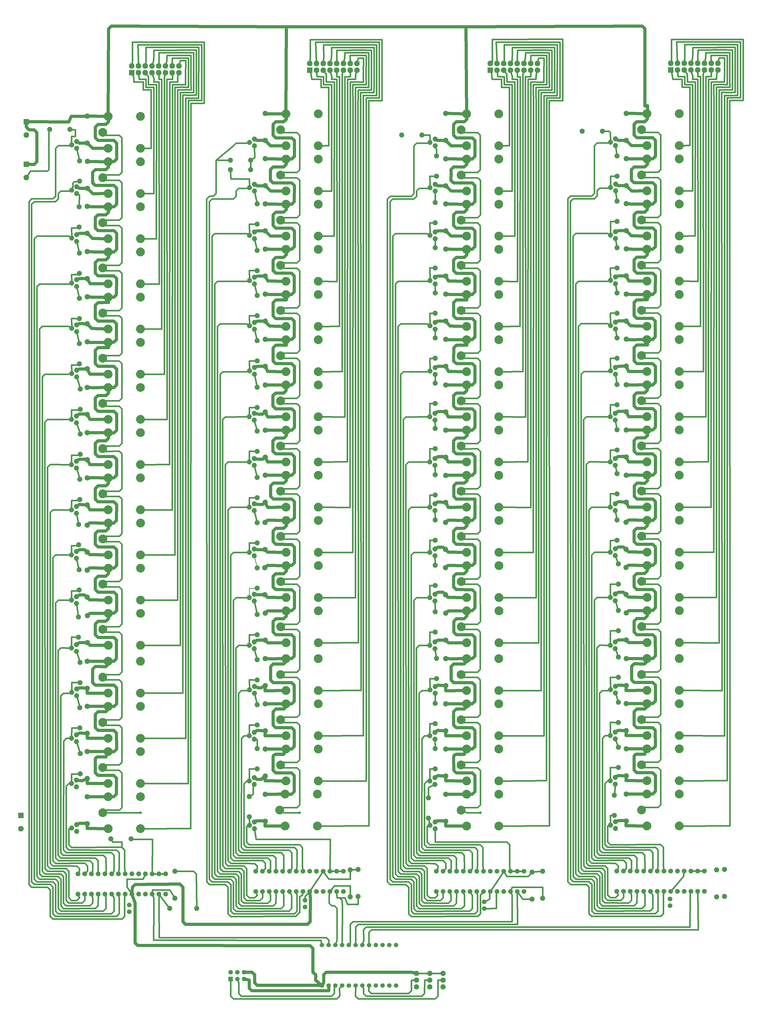
<source format=gtl>
G04 MADE WITH FRITZING*
G04 WWW.FRITZING.ORG*
G04 DOUBLE SIDED*
G04 HOLES PLATED*
G04 CONTOUR ON CENTER OF CONTOUR VECTOR*
%ASAXBY*%
%FSLAX23Y23*%
%MOIN*%
%OFA0B0*%
%SFA1.0B1.0*%
%ADD10C,0.075000*%
%ADD11C,0.070000*%
%ADD12C,0.129921*%
%ADD13C,0.078000*%
%ADD14C,0.039370*%
%ADD15C,0.066000*%
%ADD16C,0.083307*%
%ADD17C,0.074000*%
%ADD18C,0.067323*%
%ADD19R,0.083307X0.083307*%
%ADD20R,0.067323X0.067323*%
%ADD21C,0.024000*%
%ADD22C,0.011111*%
%ADD23C,0.048000*%
%ADD24R,0.001000X0.001000*%
%LNCOPPER1*%
G90*
G70*
G54D10*
X2586Y2025D03*
X2586Y1625D03*
X2508Y1474D03*
X2908Y1474D03*
X10618Y2044D03*
X10618Y1644D03*
X10736Y1651D03*
X10736Y2051D03*
G54D11*
X9929Y1513D03*
X9929Y1613D03*
X4516Y1493D03*
X4516Y1593D03*
X7173Y1472D03*
X7173Y1572D03*
X1908Y1424D03*
X1908Y1524D03*
G54D10*
X5185Y2044D03*
X5185Y1644D03*
G54D12*
X1516Y2891D03*
X1596Y2655D03*
X2075Y2655D03*
X1596Y3127D03*
X2075Y3127D03*
G54D10*
X1635Y2503D03*
X1935Y2503D03*
X9102Y3152D03*
X9102Y2852D03*
X9161Y3860D03*
X9161Y3560D03*
X9161Y4529D03*
X9161Y4229D03*
X9161Y5199D03*
X9161Y4899D03*
X9161Y5888D03*
X9161Y5588D03*
X9161Y6577D03*
X9161Y6277D03*
X9142Y7226D03*
X9142Y6926D03*
X9142Y7915D03*
X9142Y7615D03*
X9142Y8565D03*
X9142Y8265D03*
X9142Y9234D03*
X9142Y8934D03*
X9142Y9923D03*
X9142Y9623D03*
X9142Y10592D03*
X9142Y10292D03*
X9142Y11262D03*
X9142Y10962D03*
X9142Y11951D03*
X9142Y11651D03*
X9142Y12620D03*
X9142Y12320D03*
X8625Y12989D03*
X8925Y12989D03*
X5948Y12930D03*
X6248Y12930D03*
X6464Y12620D03*
X6464Y12320D03*
X6445Y11931D03*
X6445Y11631D03*
X6445Y11262D03*
X6445Y10962D03*
X6445Y10592D03*
X6445Y10292D03*
X6445Y9923D03*
X6445Y9623D03*
X6445Y9254D03*
X6445Y8954D03*
X6445Y8585D03*
X6445Y8285D03*
X6445Y7896D03*
X6445Y7596D03*
X6445Y7226D03*
X6445Y6926D03*
X6445Y6557D03*
X6445Y6257D03*
X6445Y5868D03*
X6445Y5568D03*
X6464Y5179D03*
X6464Y4879D03*
X6445Y4510D03*
X6445Y4210D03*
X6445Y3841D03*
X6445Y3541D03*
X6346Y3112D03*
X6346Y2812D03*
X3689Y3132D03*
X3689Y2832D03*
X3807Y3841D03*
X3807Y3541D03*
X3807Y4490D03*
X3807Y4190D03*
X3807Y5159D03*
X3807Y4859D03*
X3807Y5829D03*
X3807Y5529D03*
X3807Y6518D03*
X3807Y6218D03*
X3807Y7187D03*
X3807Y6887D03*
X3807Y7856D03*
X3807Y7556D03*
X3807Y8545D03*
X3807Y8245D03*
X3807Y9195D03*
X3807Y8895D03*
X3807Y9884D03*
X3807Y9584D03*
X3807Y10553D03*
X3807Y10253D03*
X3409Y12418D03*
X3709Y12418D03*
X3807Y11222D03*
X3807Y10922D03*
X3807Y11911D03*
X3807Y11611D03*
X3409Y12556D03*
X3709Y12556D03*
X730Y13014D03*
X1030Y13014D03*
X1172Y12247D03*
X1172Y12547D03*
X1164Y11566D03*
X1164Y11866D03*
X1168Y10881D03*
X1168Y11181D03*
X1168Y10211D03*
X1168Y10511D03*
X1168Y9542D03*
X1168Y9842D03*
X1183Y8869D03*
X1183Y9169D03*
X1183Y8200D03*
X1183Y8500D03*
X1175Y7530D03*
X1175Y7830D03*
X1160Y6861D03*
X1160Y7161D03*
X1164Y6192D03*
X1164Y6492D03*
X1156Y5491D03*
X1156Y5791D03*
X1179Y4818D03*
X1179Y5118D03*
X1183Y3466D03*
X1183Y3766D03*
X1175Y4147D03*
X1175Y4447D03*
G54D13*
X6563Y511D03*
X6563Y411D03*
X6563Y311D03*
X6366Y511D03*
X6366Y411D03*
X6366Y311D03*
X6169Y511D03*
X6169Y411D03*
X6169Y311D03*
G54D14*
X2075Y2891D03*
X4437Y2891D03*
X7114Y2891D03*
G54D11*
X9138Y1726D03*
X10339Y2026D03*
X9238Y1726D03*
X10439Y2026D03*
X9338Y1726D03*
X9438Y1726D03*
X9538Y1726D03*
X9638Y1726D03*
X10439Y1726D03*
X10339Y1726D03*
X10239Y1726D03*
X10139Y1726D03*
X9738Y1726D03*
X9938Y1726D03*
X9838Y1726D03*
X10039Y1726D03*
X9938Y2026D03*
X10039Y2026D03*
X10139Y2026D03*
X10239Y2026D03*
X9738Y2026D03*
X9838Y2026D03*
X9338Y2026D03*
X9438Y2026D03*
X9538Y2026D03*
X9638Y2026D03*
X9138Y2026D03*
X9238Y2026D03*
X6462Y1723D03*
X7662Y2023D03*
X6562Y1723D03*
X7762Y2023D03*
X6662Y1723D03*
X6762Y1723D03*
X6862Y1723D03*
X6962Y1723D03*
X7762Y1723D03*
X7662Y1723D03*
X7562Y1723D03*
X7462Y1723D03*
X7062Y1723D03*
X7262Y1723D03*
X7162Y1723D03*
X7362Y1723D03*
X7262Y2023D03*
X7362Y2023D03*
X7462Y2023D03*
X7562Y2023D03*
X7062Y2023D03*
X7162Y2023D03*
X6662Y2023D03*
X6762Y2023D03*
X6862Y2023D03*
X6962Y2023D03*
X6462Y2023D03*
X6562Y2023D03*
X3784Y1723D03*
X4984Y2023D03*
X3884Y1723D03*
X5084Y2023D03*
X3984Y1723D03*
X4084Y1723D03*
X4184Y1723D03*
X4284Y1723D03*
X5084Y1723D03*
X4984Y1723D03*
X4884Y1723D03*
X4784Y1723D03*
X4384Y1723D03*
X4584Y1723D03*
X4484Y1723D03*
X4684Y1723D03*
X4584Y2023D03*
X4684Y2023D03*
X4784Y2023D03*
X4884Y2023D03*
X4384Y2023D03*
X4484Y2023D03*
X3984Y2023D03*
X4084Y2023D03*
X4184Y2023D03*
X4284Y2023D03*
X3784Y2023D03*
X3884Y2023D03*
X1148Y1685D03*
X2348Y1985D03*
X1248Y1685D03*
X2448Y1985D03*
X1348Y1685D03*
X1448Y1685D03*
X1548Y1685D03*
X1648Y1685D03*
X2448Y1685D03*
X2348Y1685D03*
X2248Y1685D03*
X2148Y1685D03*
X1748Y1685D03*
X1948Y1685D03*
X1848Y1685D03*
X2048Y1685D03*
X1948Y1985D03*
X2048Y1985D03*
X2148Y1985D03*
X2248Y1985D03*
X1748Y1985D03*
X1848Y1985D03*
X1348Y1985D03*
X1448Y1985D03*
X1548Y1985D03*
X1648Y1985D03*
X1148Y1985D03*
X1248Y1985D03*
G54D15*
X5864Y932D03*
X5764Y932D03*
X5664Y932D03*
X5564Y932D03*
X5464Y932D03*
X5364Y932D03*
X5264Y932D03*
X5164Y932D03*
X5064Y932D03*
X4964Y932D03*
X4864Y932D03*
X4764Y932D03*
X4764Y332D03*
X4864Y332D03*
X4964Y332D03*
X5064Y332D03*
X5164Y332D03*
X5264Y332D03*
X5364Y332D03*
X5464Y332D03*
X5564Y332D03*
X5664Y332D03*
X5764Y332D03*
X5864Y332D03*
G54D16*
X303Y2852D03*
X303Y2655D03*
G54D17*
X9120Y12774D03*
X9045Y12824D03*
X9120Y12874D03*
X6444Y12771D03*
X6369Y12821D03*
X6444Y12871D03*
X3766Y12771D03*
X3691Y12821D03*
X3766Y12871D03*
X9121Y12103D03*
X9046Y12153D03*
X9121Y12203D03*
X6445Y12101D03*
X6370Y12151D03*
X6445Y12201D03*
X3767Y12101D03*
X3692Y12151D03*
X3767Y12201D03*
X1130Y12733D03*
X1055Y12783D03*
X1130Y12833D03*
X1130Y12063D03*
X1055Y12113D03*
X1130Y12163D03*
X9120Y11396D03*
X9045Y11446D03*
X9120Y11496D03*
X6444Y11393D03*
X6369Y11443D03*
X6444Y11493D03*
X3766Y11394D03*
X3691Y11444D03*
X3766Y11494D03*
X1130Y11355D03*
X1055Y11405D03*
X1130Y11455D03*
X9120Y10726D03*
X9045Y10776D03*
X9120Y10826D03*
X6444Y10724D03*
X6369Y10774D03*
X6444Y10824D03*
X3766Y10724D03*
X3691Y10774D03*
X3766Y10824D03*
X1130Y10686D03*
X1055Y10736D03*
X1130Y10786D03*
X9120Y9388D03*
X9045Y9438D03*
X9120Y9488D03*
X6444Y9385D03*
X6369Y9435D03*
X6444Y9485D03*
X3766Y9386D03*
X3691Y9436D03*
X3766Y9486D03*
X1130Y9348D03*
X1055Y9398D03*
X1130Y9448D03*
X9120Y10057D03*
X9045Y10107D03*
X9120Y10157D03*
X6444Y10055D03*
X6369Y10105D03*
X6444Y10155D03*
X3766Y10055D03*
X3691Y10105D03*
X3766Y10155D03*
X1130Y10017D03*
X1055Y10067D03*
X1130Y10117D03*
X9117Y7369D03*
X9042Y7419D03*
X9117Y7469D03*
X6441Y7367D03*
X6366Y7417D03*
X6441Y7467D03*
X3763Y7367D03*
X3688Y7417D03*
X3763Y7467D03*
X1126Y7329D03*
X1051Y7379D03*
X1126Y7429D03*
X9117Y8708D03*
X9042Y8758D03*
X9117Y8808D03*
X6441Y8706D03*
X6366Y8756D03*
X6441Y8806D03*
X3763Y8706D03*
X3688Y8756D03*
X3763Y8806D03*
X1126Y8668D03*
X1051Y8718D03*
X1126Y8768D03*
X9117Y8039D03*
X9042Y8089D03*
X9117Y8139D03*
X6441Y8036D03*
X6366Y8086D03*
X6441Y8136D03*
X3763Y8036D03*
X3688Y8086D03*
X3763Y8136D03*
X1126Y7998D03*
X1051Y8048D03*
X1126Y8098D03*
X9117Y6700D03*
X9042Y6750D03*
X9117Y6800D03*
X6441Y6698D03*
X6366Y6748D03*
X6441Y6798D03*
X3763Y6698D03*
X3688Y6748D03*
X3763Y6798D03*
X1126Y6660D03*
X1051Y6710D03*
X1126Y6760D03*
X9117Y6031D03*
X9042Y6081D03*
X9117Y6131D03*
X6441Y6028D03*
X6366Y6078D03*
X6441Y6128D03*
X3763Y6029D03*
X3688Y6079D03*
X3763Y6129D03*
X1126Y5990D03*
X1051Y6040D03*
X1126Y6090D03*
X9117Y5322D03*
X9042Y5372D03*
X9117Y5422D03*
X6441Y5320D03*
X6366Y5370D03*
X6441Y5420D03*
X3763Y5320D03*
X3688Y5370D03*
X3763Y5420D03*
X1126Y5282D03*
X1051Y5332D03*
X1126Y5382D03*
X9120Y4664D03*
X9045Y4714D03*
X9120Y4764D03*
X6444Y4661D03*
X6369Y4711D03*
X6444Y4761D03*
X3766Y4661D03*
X3691Y4711D03*
X3766Y4761D03*
X1130Y4623D03*
X1055Y4673D03*
X1130Y4723D03*
X9117Y3984D03*
X9042Y4034D03*
X9117Y4084D03*
X6441Y3981D03*
X6366Y4031D03*
X6441Y4081D03*
X3763Y3981D03*
X3688Y4031D03*
X3763Y4081D03*
X1126Y3943D03*
X1051Y3993D03*
X1126Y4043D03*
X9117Y3314D03*
X9042Y3364D03*
X9117Y3414D03*
X6441Y3312D03*
X6366Y3362D03*
X6441Y3412D03*
X3763Y3312D03*
X3688Y3362D03*
X3763Y3412D03*
X1126Y3274D03*
X1051Y3324D03*
X1126Y3374D03*
X9120Y2656D03*
X9045Y2706D03*
X9120Y2756D03*
X6444Y2653D03*
X6369Y2703D03*
X6444Y2753D03*
X3766Y2653D03*
X3691Y2703D03*
X3766Y2753D03*
X1130Y2615D03*
X1055Y2665D03*
X1130Y2715D03*
G54D12*
X9506Y13010D03*
X9587Y12774D03*
X10065Y12774D03*
X9587Y13246D03*
X10065Y13246D03*
X6830Y13008D03*
X6911Y12771D03*
X7389Y12771D03*
X6911Y13244D03*
X7389Y13244D03*
X4152Y13008D03*
X4233Y12771D03*
X4711Y12771D03*
X4233Y13244D03*
X4711Y13244D03*
X9507Y12339D03*
X9587Y12103D03*
X10066Y12103D03*
X9587Y12576D03*
X10066Y12576D03*
X6831Y12337D03*
X6911Y12101D03*
X7390Y12101D03*
X6911Y12573D03*
X7390Y12573D03*
X4153Y12337D03*
X4233Y12101D03*
X4712Y12101D03*
X4233Y12573D03*
X4712Y12573D03*
X1516Y12970D03*
X1596Y12733D03*
X2075Y12733D03*
X1596Y13206D03*
X2075Y13206D03*
X1516Y12299D03*
X1597Y12063D03*
X2075Y12063D03*
X1597Y12535D03*
X2075Y12535D03*
X9506Y11002D03*
X9587Y10766D03*
X10065Y10766D03*
X9587Y11238D03*
X10065Y11238D03*
X6830Y11000D03*
X6911Y10763D03*
X7389Y10763D03*
X6911Y11236D03*
X7389Y11236D03*
X4152Y11000D03*
X4233Y10764D03*
X4711Y10764D03*
X4233Y11236D03*
X4711Y11236D03*
X1516Y10962D03*
X1596Y10726D03*
X2075Y10726D03*
X1596Y11198D03*
X2075Y11198D03*
X9506Y10333D03*
X9587Y10097D03*
X10065Y10097D03*
X9587Y10569D03*
X10065Y10569D03*
X6830Y10330D03*
X6911Y10094D03*
X7389Y10094D03*
X6911Y10567D03*
X7389Y10567D03*
X4152Y10331D03*
X4233Y10094D03*
X4711Y10094D03*
X4233Y10567D03*
X4711Y10567D03*
X1516Y10292D03*
X1596Y10056D03*
X2075Y10056D03*
X1596Y10529D03*
X2075Y10529D03*
X9506Y11671D03*
X9587Y11435D03*
X10065Y11435D03*
X9587Y11908D03*
X10065Y11908D03*
X6830Y11669D03*
X6911Y11433D03*
X7389Y11433D03*
X6911Y11905D03*
X7389Y11905D03*
X4152Y11669D03*
X4233Y11433D03*
X4711Y11433D03*
X4233Y11905D03*
X4711Y11905D03*
X1516Y11631D03*
X1596Y11395D03*
X2075Y11395D03*
X1596Y11867D03*
X2075Y11867D03*
X9506Y7656D03*
X9587Y7419D03*
X10065Y7419D03*
X9587Y7892D03*
X10065Y7892D03*
X6830Y7653D03*
X6911Y7417D03*
X7389Y7417D03*
X6911Y7889D03*
X7389Y7889D03*
X4152Y7653D03*
X4233Y7417D03*
X4711Y7417D03*
X4233Y7890D03*
X4711Y7890D03*
X1516Y7615D03*
X1596Y7379D03*
X2075Y7379D03*
X1596Y7851D03*
X2075Y7851D03*
X9506Y8325D03*
X9587Y8089D03*
X10065Y8089D03*
X9587Y8561D03*
X10065Y8561D03*
X6830Y8323D03*
X6911Y8086D03*
X7389Y8086D03*
X6911Y8559D03*
X7389Y8559D03*
X4152Y8323D03*
X4233Y8086D03*
X4711Y8086D03*
X4233Y8559D03*
X4711Y8559D03*
X1516Y8285D03*
X1596Y8048D03*
X2075Y8048D03*
X1596Y8521D03*
X2075Y8521D03*
X9506Y9663D03*
X9587Y9427D03*
X10065Y9427D03*
X9587Y9900D03*
X10065Y9900D03*
X6830Y9661D03*
X6911Y9425D03*
X7389Y9425D03*
X6911Y9897D03*
X7389Y9897D03*
X4152Y9661D03*
X4233Y9425D03*
X4711Y9425D03*
X4233Y9897D03*
X4711Y9897D03*
X1516Y9623D03*
X1596Y9387D03*
X2075Y9387D03*
X1596Y9859D03*
X2075Y9859D03*
X9506Y8994D03*
X9587Y8758D03*
X10065Y8758D03*
X9587Y9230D03*
X10065Y9230D03*
X6830Y8992D03*
X6911Y8756D03*
X7389Y8756D03*
X6911Y9228D03*
X7389Y9228D03*
X4152Y8992D03*
X4233Y8756D03*
X4711Y8756D03*
X4233Y9228D03*
X4711Y9228D03*
X1516Y8954D03*
X1596Y8718D03*
X2075Y8718D03*
X1596Y9190D03*
X2075Y9190D03*
X9508Y6986D03*
X9588Y6750D03*
X10067Y6750D03*
X9588Y7223D03*
X10067Y7223D03*
X6832Y6984D03*
X6912Y6748D03*
X7391Y6748D03*
X6912Y7220D03*
X7391Y7220D03*
X4154Y6984D03*
X4234Y6748D03*
X4713Y6748D03*
X4234Y7220D03*
X4713Y7220D03*
X1517Y6946D03*
X1598Y6710D03*
X2076Y6710D03*
X1598Y7182D03*
X2076Y7182D03*
X9508Y6317D03*
X9588Y6081D03*
X10067Y6081D03*
X9588Y6553D03*
X10067Y6553D03*
X6832Y6315D03*
X6912Y6078D03*
X7391Y6078D03*
X6912Y6551D03*
X7391Y6551D03*
X4154Y6315D03*
X4234Y6079D03*
X4713Y6079D03*
X4234Y6551D03*
X4713Y6551D03*
X1517Y6277D03*
X1598Y6040D03*
X2076Y6040D03*
X1598Y6513D03*
X2076Y6513D03*
X9506Y4939D03*
X9587Y4703D03*
X10065Y4703D03*
X9587Y5175D03*
X10065Y5175D03*
X6830Y4937D03*
X6911Y4701D03*
X7389Y4701D03*
X6911Y5173D03*
X7389Y5173D03*
X4152Y4937D03*
X4233Y4701D03*
X4711Y4701D03*
X4233Y5173D03*
X4711Y5173D03*
X1516Y4899D03*
X1596Y4663D03*
X2075Y4663D03*
X1596Y5135D03*
X2075Y5135D03*
X9508Y5648D03*
X9588Y5412D03*
X10067Y5412D03*
X9588Y5884D03*
X10067Y5884D03*
X6832Y5645D03*
X6912Y5409D03*
X7391Y5409D03*
X6912Y5882D03*
X7391Y5882D03*
X4154Y5645D03*
X4234Y5409D03*
X4713Y5409D03*
X4234Y5882D03*
X4713Y5882D03*
X1517Y5607D03*
X1598Y5371D03*
X2076Y5371D03*
X1598Y5844D03*
X2076Y5844D03*
X9506Y4270D03*
X9587Y4034D03*
X10065Y4034D03*
X9587Y4506D03*
X10065Y4506D03*
X6830Y4267D03*
X6911Y4031D03*
X7389Y4031D03*
X6911Y4504D03*
X7389Y4504D03*
X1516Y4229D03*
X1596Y3993D03*
X2075Y3993D03*
X1596Y4466D03*
X2075Y4466D03*
X9506Y3601D03*
X9587Y3364D03*
X10065Y3364D03*
X9587Y3837D03*
X10065Y3837D03*
X6830Y3598D03*
X6911Y3362D03*
X7389Y3362D03*
X6911Y3834D03*
X7389Y3834D03*
X4152Y3598D03*
X4233Y3362D03*
X4711Y3362D03*
X4233Y3834D03*
X4711Y3834D03*
X1516Y3560D03*
X1596Y3324D03*
X2075Y3324D03*
X1596Y3796D03*
X2075Y3796D03*
X9506Y2931D03*
X9587Y2695D03*
X10065Y2695D03*
X9587Y3167D03*
X10065Y3167D03*
X6830Y2929D03*
X6911Y2693D03*
X7389Y2693D03*
X6911Y3165D03*
X7389Y3165D03*
X4140Y2930D03*
X4220Y2694D03*
X4699Y2694D03*
X4220Y3166D03*
X4699Y3166D03*
G54D13*
X9278Y10845D03*
X9278Y11245D03*
X9278Y10845D03*
X9278Y11245D03*
X6602Y10842D03*
X6602Y11242D03*
X6602Y10842D03*
X6602Y11242D03*
X3924Y10842D03*
X3924Y11242D03*
X3924Y10842D03*
X3924Y11242D03*
X1287Y10804D03*
X1287Y11204D03*
X1287Y10804D03*
X1287Y11204D03*
X9278Y10175D03*
X9278Y10575D03*
X9278Y10175D03*
X9278Y10575D03*
X6602Y10173D03*
X6602Y10573D03*
X6602Y10173D03*
X6602Y10573D03*
X3924Y10173D03*
X3924Y10573D03*
X3924Y10173D03*
X3924Y10573D03*
X1287Y10135D03*
X1287Y10535D03*
X1287Y10135D03*
X1287Y10535D03*
X9278Y12852D03*
X9278Y13252D03*
X9278Y12852D03*
X9278Y13252D03*
X6602Y12850D03*
X6602Y13250D03*
X6602Y12850D03*
X6602Y13250D03*
X3924Y12850D03*
X3924Y13250D03*
X3924Y12850D03*
X3924Y13250D03*
X9278Y12182D03*
X9278Y12582D03*
X9278Y12182D03*
X9278Y12582D03*
X6602Y12179D03*
X6602Y12579D03*
X6602Y12179D03*
X6602Y12579D03*
X3924Y12180D03*
X3924Y12580D03*
X3924Y12180D03*
X3924Y12580D03*
X1287Y12812D03*
X1287Y13212D03*
X1287Y12812D03*
X1287Y13212D03*
X1288Y12141D03*
X1288Y12541D03*
X1288Y12141D03*
X1288Y12541D03*
X9278Y11514D03*
X9278Y11914D03*
X9278Y11514D03*
X9278Y11914D03*
X6602Y11511D03*
X6602Y11911D03*
X6602Y11511D03*
X6602Y11911D03*
X3924Y11512D03*
X3924Y11912D03*
X3924Y11512D03*
X3924Y11912D03*
X1287Y11474D03*
X1287Y11874D03*
X1287Y11474D03*
X1287Y11874D03*
X9278Y8830D03*
X9278Y9230D03*
X9278Y8830D03*
X9278Y9230D03*
X6602Y8828D03*
X6602Y9228D03*
X6602Y8828D03*
X6602Y9228D03*
X3924Y8828D03*
X3924Y9228D03*
X3924Y8828D03*
X3924Y9228D03*
X1287Y8790D03*
X1287Y9190D03*
X1287Y8790D03*
X1287Y9190D03*
X9278Y7492D03*
X9278Y7892D03*
X9278Y7492D03*
X9278Y7892D03*
X6602Y7489D03*
X6602Y7889D03*
X6602Y7489D03*
X6602Y7889D03*
X3924Y7490D03*
X3924Y7890D03*
X3924Y7490D03*
X3924Y7890D03*
X1287Y7451D03*
X1287Y7851D03*
X1287Y7451D03*
X1287Y7851D03*
X9278Y9506D03*
X9278Y9906D03*
X9278Y9506D03*
X9278Y9906D03*
X6602Y9504D03*
X6602Y9904D03*
X6602Y9504D03*
X6602Y9904D03*
X3924Y9504D03*
X3924Y9904D03*
X3924Y9504D03*
X3924Y9904D03*
X1287Y9466D03*
X1287Y9866D03*
X1287Y9466D03*
X1287Y9866D03*
X9278Y8161D03*
X9278Y8561D03*
X9278Y8161D03*
X9278Y8561D03*
X6602Y8159D03*
X6602Y8559D03*
X6602Y8159D03*
X6602Y8559D03*
X3924Y8159D03*
X3924Y8559D03*
X3924Y8159D03*
X3924Y8559D03*
X1287Y8121D03*
X1287Y8521D03*
X1287Y8121D03*
X1287Y8521D03*
X9275Y6793D03*
X9275Y7193D03*
X9275Y6793D03*
X9275Y7193D03*
X6599Y6790D03*
X6599Y7190D03*
X6599Y6790D03*
X6599Y7190D03*
X3921Y6791D03*
X3921Y7191D03*
X3921Y6791D03*
X3921Y7191D03*
X1285Y6752D03*
X1285Y7152D03*
X1285Y6752D03*
X1285Y7152D03*
X9274Y6123D03*
X9274Y6523D03*
X9274Y6123D03*
X9274Y6523D03*
X6598Y6121D03*
X6598Y6521D03*
X6598Y6121D03*
X6598Y6521D03*
X3920Y6121D03*
X3920Y6521D03*
X3920Y6121D03*
X3920Y6521D03*
X1284Y6083D03*
X1284Y6483D03*
X1284Y6083D03*
X1284Y6483D03*
X9279Y5451D03*
X9279Y5851D03*
X9279Y5451D03*
X9279Y5851D03*
X6603Y5449D03*
X6603Y5849D03*
X6603Y5449D03*
X6603Y5849D03*
X3925Y5449D03*
X3925Y5849D03*
X3925Y5449D03*
X3925Y5849D03*
X1288Y5411D03*
X1288Y5811D03*
X1288Y5411D03*
X1288Y5811D03*
X9278Y4775D03*
X9278Y5175D03*
X9278Y4775D03*
X9278Y5175D03*
X6602Y4773D03*
X6602Y5173D03*
X6602Y4773D03*
X6602Y5173D03*
X3924Y4773D03*
X3924Y5173D03*
X3924Y4773D03*
X3924Y5173D03*
X1287Y4735D03*
X1287Y5135D03*
X1287Y4735D03*
X1287Y5135D03*
X9278Y4106D03*
X9278Y4506D03*
X9278Y4106D03*
X9278Y4506D03*
X6602Y4104D03*
X6602Y4504D03*
X6602Y4104D03*
X6602Y4504D03*
X3924Y4104D03*
X3924Y4504D03*
X3924Y4104D03*
X3924Y4504D03*
X1287Y4066D03*
X1287Y4466D03*
X1287Y4066D03*
X1287Y4466D03*
X9278Y3437D03*
X9278Y3837D03*
X9278Y3437D03*
X9278Y3837D03*
X6602Y3434D03*
X6602Y3834D03*
X6602Y3434D03*
X6602Y3834D03*
X3924Y3435D03*
X3924Y3835D03*
X3924Y3435D03*
X3924Y3835D03*
X1287Y3396D03*
X1287Y3796D03*
X1287Y3396D03*
X1287Y3796D03*
X9278Y2767D03*
X9278Y3167D03*
X9278Y2767D03*
X9278Y3167D03*
X6602Y2765D03*
X6602Y3165D03*
X6602Y2765D03*
X6602Y3165D03*
X3924Y2765D03*
X3924Y3165D03*
X3924Y2765D03*
X3924Y3165D03*
X1287Y2727D03*
X1287Y3127D03*
X1287Y2727D03*
X1287Y3127D03*
G54D18*
X3413Y529D03*
X3513Y529D03*
X3613Y529D03*
X3413Y429D03*
X3513Y429D03*
X3613Y429D03*
G54D16*
X9938Y13994D03*
X10038Y13994D03*
X10138Y13994D03*
X10238Y13994D03*
X10338Y13994D03*
X10438Y13994D03*
X10538Y13994D03*
X10638Y13994D03*
X9938Y13894D03*
X10038Y13894D03*
X10138Y13894D03*
X10238Y13894D03*
X10338Y13894D03*
X10438Y13894D03*
X10538Y13894D03*
X10638Y13894D03*
X7262Y13992D03*
X7362Y13992D03*
X7462Y13992D03*
X7562Y13992D03*
X7662Y13992D03*
X7762Y13992D03*
X7862Y13992D03*
X7962Y13992D03*
X7262Y13892D03*
X7362Y13892D03*
X7462Y13892D03*
X7562Y13892D03*
X7662Y13892D03*
X7762Y13892D03*
X7862Y13892D03*
X7962Y13892D03*
X4584Y13992D03*
X4684Y13992D03*
X4784Y13992D03*
X4884Y13992D03*
X4984Y13992D03*
X5084Y13992D03*
X5184Y13992D03*
X5284Y13992D03*
X4584Y13892D03*
X4684Y13892D03*
X4784Y13892D03*
X4884Y13892D03*
X4984Y13892D03*
X5084Y13892D03*
X5184Y13892D03*
X5284Y13892D03*
X1947Y13954D03*
X2047Y13954D03*
X2147Y13954D03*
X2247Y13954D03*
X2347Y13954D03*
X2447Y13954D03*
X2547Y13954D03*
X2647Y13954D03*
X1947Y13854D03*
X2047Y13854D03*
X2147Y13854D03*
X2247Y13854D03*
X2347Y13854D03*
X2447Y13854D03*
X2547Y13854D03*
X2647Y13854D03*
X383Y13128D03*
X383Y12932D03*
X383Y12498D03*
X383Y12302D03*
G54D12*
X4152Y4268D03*
X4233Y4031D03*
X4711Y4031D03*
X4233Y4504D03*
X4711Y4504D03*
G54D10*
X8039Y2025D03*
X8039Y1625D03*
X7882Y1611D03*
X7882Y2011D03*
X5303Y1651D03*
X5303Y2051D03*
G54D19*
X303Y2851D03*
G54D20*
X3413Y429D03*
G54D19*
X9938Y13894D03*
X7262Y13892D03*
X4584Y13892D03*
X1947Y13854D03*
X383Y13128D03*
X383Y12498D03*
G54D21*
X7351Y1690D02*
X7351Y1473D01*
D02*
X7251Y1611D02*
X7187Y1579D01*
D02*
X7251Y1690D02*
X7251Y1611D01*
D02*
X4437Y1650D02*
X4437Y1414D01*
D02*
X4377Y1356D02*
X3411Y1355D01*
D02*
X4574Y1713D02*
X4516Y1650D01*
D02*
X4516Y1650D02*
X4516Y1608D01*
D02*
X5202Y2045D02*
X5286Y2050D01*
D02*
X5185Y1907D02*
X5185Y2027D01*
D02*
X4870Y1907D02*
X5185Y1907D01*
D02*
X4793Y2011D02*
X4870Y1907D01*
D02*
X5106Y1631D02*
X5145Y1533D01*
D02*
X5145Y1533D02*
X5303Y1533D01*
D02*
X5303Y1533D02*
X5303Y1633D01*
D02*
X5028Y1630D02*
X5106Y1631D01*
D02*
X4949Y1809D02*
X5185Y1809D01*
D02*
X5185Y1809D02*
X5185Y1662D01*
D02*
X4894Y1735D02*
X4949Y1809D01*
D02*
X2253Y1748D02*
X2508Y1748D01*
D02*
X2508Y1748D02*
X2577Y1640D01*
D02*
X2249Y1700D02*
X2253Y1748D01*
D02*
X2862Y2024D02*
X2901Y1985D01*
D02*
X2901Y1985D02*
X2908Y1491D01*
D02*
X2604Y2025D02*
X2862Y2024D01*
D02*
X2357Y1673D02*
X2497Y1488D01*
D02*
X7357Y1709D02*
X7351Y1690D01*
D02*
X7351Y1473D02*
X7188Y1472D01*
D02*
X7743Y1612D02*
X7864Y1612D01*
D02*
X7671Y1711D02*
X7743Y1612D01*
D02*
X7470Y2010D02*
X7508Y1947D01*
D02*
X7508Y1947D02*
X7824Y1947D01*
X7824Y1947D02*
X7870Y1998D01*
D02*
X8022Y2023D02*
X7899Y2013D01*
D02*
X7587Y1788D02*
X8039Y1788D01*
D02*
X7568Y1737D02*
X7587Y1788D01*
D02*
X8039Y1788D02*
X8039Y1642D01*
D02*
X6367Y5569D02*
X6427Y5568D01*
D02*
X6366Y5386D02*
X6367Y5569D01*
D02*
X6444Y5886D02*
X6441Y6012D01*
D02*
X6367Y4878D02*
X6447Y4879D01*
D02*
X6369Y4727D02*
X6367Y4878D01*
D02*
X6462Y5196D02*
X6443Y5304D01*
D02*
X6365Y8953D02*
X6427Y8954D01*
D02*
X6365Y8772D02*
X6365Y8953D01*
D02*
X6445Y9271D02*
X6444Y9369D01*
D02*
X6365Y8283D02*
X6427Y8284D01*
D02*
X6365Y8102D02*
X6365Y8283D01*
D02*
X6444Y8602D02*
X6441Y8690D01*
D02*
X6365Y7597D02*
X6427Y7596D01*
D02*
X6365Y7433D02*
X6365Y7597D01*
D02*
X6444Y7913D02*
X6441Y8020D01*
D02*
X6365Y6927D02*
X6427Y6927D01*
D02*
X6365Y6764D02*
X6365Y6927D01*
D02*
X6444Y7244D02*
X6441Y7351D01*
D02*
X6441Y6682D02*
X6444Y6574D01*
D02*
X6365Y6258D02*
X6427Y6257D01*
D02*
X6365Y6094D02*
X6365Y6258D01*
D02*
X6464Y12712D02*
X6449Y12756D01*
D02*
X6365Y12320D02*
X6447Y12320D01*
D02*
X6369Y12167D02*
X6365Y12320D01*
D02*
X6464Y12637D02*
X6464Y12712D01*
D02*
X6365Y11631D02*
X6427Y11631D01*
D02*
X6369Y11459D02*
X6365Y11631D01*
D02*
X6445Y11949D02*
X6445Y12085D01*
D02*
X6445Y11279D02*
X6444Y11377D01*
D02*
X6365Y10963D02*
X6427Y10962D01*
D02*
X6369Y10790D02*
X6365Y10963D01*
D02*
X6365Y10292D02*
X6427Y10292D01*
D02*
X6369Y10121D02*
X6365Y10292D01*
D02*
X6445Y10610D02*
X6444Y10708D01*
D02*
X6365Y9622D02*
X6427Y9623D01*
D02*
X6369Y9451D02*
X6365Y9622D01*
D02*
X6444Y10039D02*
X6445Y9941D01*
D02*
X9024Y12989D02*
X8943Y12989D01*
D02*
X9043Y3560D02*
X9144Y3560D01*
D02*
X9042Y3380D02*
X9043Y3560D01*
D02*
X9043Y2851D02*
X9085Y2851D01*
D02*
X9045Y2722D02*
X9043Y2851D01*
D02*
X9115Y3298D02*
X9104Y3169D01*
D02*
X9044Y11651D02*
X9124Y11651D01*
D02*
X9045Y11462D02*
X9044Y11651D01*
D02*
X9123Y12087D02*
X9139Y11968D01*
D02*
X9044Y12321D02*
X9124Y12320D01*
D02*
X9046Y12169D02*
X9044Y12321D01*
D02*
X9123Y12758D02*
X9139Y12637D01*
D02*
X9043Y12970D02*
X9024Y12989D01*
D02*
X9045Y12840D02*
X9043Y12970D01*
D02*
X6365Y12930D02*
X6265Y12930D01*
D02*
X6369Y12837D02*
X6365Y12930D01*
D02*
X9119Y7354D02*
X9139Y7244D01*
D02*
X9043Y6277D02*
X9144Y6277D01*
D02*
X9042Y6097D02*
X9043Y6277D01*
D02*
X9155Y6593D02*
X9122Y6685D01*
D02*
X9156Y5904D02*
X9121Y6016D01*
D02*
X9043Y5587D02*
X9144Y5588D01*
D02*
X9042Y5388D02*
X9043Y5587D01*
D02*
X9122Y5307D02*
X9155Y5215D01*
D02*
X9043Y4899D02*
X9144Y4899D01*
D02*
X9045Y4729D02*
X9043Y4899D01*
D02*
X9156Y4546D02*
X9125Y4648D01*
D02*
X9043Y4230D02*
X9144Y4229D01*
D02*
X9042Y4050D02*
X9043Y4229D01*
D02*
X9122Y3969D02*
X9155Y3877D01*
D02*
X9139Y9940D02*
X9123Y10041D01*
D02*
X9139Y10610D02*
X9123Y10711D01*
D02*
X9043Y9624D02*
X9124Y9623D01*
D02*
X9045Y9454D02*
X9043Y9624D01*
D02*
X9043Y8933D02*
X9124Y8934D01*
D02*
X9042Y8774D02*
X9043Y8933D01*
D02*
X9139Y9252D02*
X9123Y9372D01*
D02*
X9043Y8264D02*
X9124Y8265D01*
D02*
X9042Y8105D02*
X9043Y8264D01*
D02*
X9139Y8582D02*
X9119Y8692D01*
D02*
X9043Y7616D02*
X9124Y7615D01*
D02*
X9042Y7435D02*
X9043Y7616D01*
D02*
X9138Y7932D02*
X9120Y8023D01*
D02*
X9043Y6925D02*
X9124Y6926D01*
D02*
X9042Y6766D02*
X9043Y6925D01*
D02*
X4999Y2023D02*
X5069Y2023D01*
D02*
X4593Y1736D02*
X4776Y2011D01*
D02*
X1976Y2496D02*
X2251Y2496D01*
D02*
X2251Y2496D02*
X2248Y2000D01*
D02*
X1953Y2500D02*
X1976Y2496D01*
D02*
X2333Y1985D02*
X2263Y1985D01*
D02*
X2363Y1985D02*
X2433Y1985D01*
D02*
X9123Y11380D02*
X9139Y11279D01*
D02*
X9043Y10962D02*
X9124Y10962D01*
D02*
X9045Y10792D02*
X9043Y10962D01*
D02*
X9043Y10293D02*
X9124Y10293D01*
D02*
X9045Y10123D02*
X9043Y10293D01*
D02*
X10354Y2026D02*
X10424Y2026D01*
D02*
X10324Y2026D02*
X10254Y2026D01*
D02*
X7549Y2418D02*
X7507Y2457D01*
D02*
X7549Y2085D02*
X7549Y2418D01*
D02*
X6445Y2457D02*
X6444Y2637D01*
D02*
X7507Y2457D02*
X6445Y2457D01*
D02*
X7559Y2038D02*
X7549Y2085D01*
D02*
X7677Y2023D02*
X7747Y2023D01*
D02*
X7647Y2023D02*
X7577Y2023D01*
D02*
X3788Y2496D02*
X3769Y2638D01*
D02*
X4889Y2496D02*
X3788Y2496D01*
D02*
X4885Y2038D02*
X4889Y2496D01*
D02*
X4969Y2023D02*
X4899Y2023D01*
D02*
X1149Y4820D02*
X1162Y4819D01*
D02*
X1054Y4821D02*
X1149Y4820D01*
D02*
X1055Y4689D02*
X1054Y4821D01*
D02*
X1131Y5267D02*
X1174Y5134D01*
D02*
X1131Y3928D02*
X1178Y3782D01*
D02*
X1051Y3465D02*
X1166Y3466D01*
D02*
X1051Y3340D02*
X1051Y3465D01*
D02*
X1171Y4464D02*
X1134Y4608D01*
D02*
X1054Y4146D02*
X1158Y4147D01*
D02*
X1051Y4009D02*
X1054Y4146D01*
D02*
X1662Y2457D02*
X1644Y2488D01*
D02*
X1800Y2457D02*
X1662Y2457D01*
D02*
X1798Y2382D02*
X1800Y2457D01*
D02*
X1133Y10670D02*
X1164Y10528D01*
D02*
X1133Y11340D02*
X1164Y11198D01*
D02*
X1169Y12045D02*
X1145Y12056D01*
D02*
X1164Y11883D02*
X1169Y12045D01*
D02*
X1133Y12718D02*
X1168Y12564D01*
D02*
X1051Y5494D02*
X1138Y5491D01*
D02*
X1051Y5348D02*
X1051Y5494D01*
D02*
X1128Y5975D02*
X1153Y5808D01*
D02*
X1129Y7313D02*
X1156Y7178D01*
D02*
X1131Y7983D02*
X1171Y7847D01*
D02*
X1131Y8652D02*
X1178Y8516D01*
D02*
X1178Y9186D02*
X1134Y9332D01*
D02*
X1133Y10001D02*
X1164Y9859D01*
D02*
X1150Y7516D02*
X1160Y7522D01*
D02*
X1052Y7516D02*
X1150Y7516D01*
D02*
X1051Y7395D02*
X1052Y7516D01*
D02*
X1150Y8187D02*
X1167Y8193D01*
D02*
X1052Y8187D02*
X1150Y8187D01*
D02*
X1051Y8064D02*
X1052Y8187D01*
D02*
X1150Y8856D02*
X1167Y8863D01*
D02*
X1052Y8856D02*
X1150Y8856D01*
D02*
X1051Y8734D02*
X1052Y8856D01*
D02*
X1129Y9525D02*
X1152Y9535D01*
D02*
X1052Y9525D02*
X1129Y9525D01*
D02*
X1054Y9414D02*
X1052Y9525D01*
D02*
X1052Y10213D02*
X1150Y10212D01*
D02*
X1054Y10083D02*
X1052Y10213D01*
D02*
X1129Y10863D02*
X1152Y10873D01*
D02*
X1052Y10863D02*
X1129Y10863D01*
D02*
X1054Y10752D02*
X1052Y10863D01*
D02*
X1129Y11553D02*
X1147Y11560D01*
D02*
X1052Y11553D02*
X1129Y11553D01*
D02*
X1054Y11421D02*
X1052Y11553D01*
D02*
X1051Y12812D02*
X1051Y12911D01*
D02*
X716Y12418D02*
X716Y12969D01*
D02*
X441Y12398D02*
X697Y12398D01*
D02*
X716Y12969D02*
X725Y12998D01*
D02*
X697Y12398D02*
X716Y12418D01*
D02*
X394Y12320D02*
X441Y12398D01*
D02*
X1109Y13009D02*
X1047Y13013D01*
D02*
X1109Y12910D02*
X1109Y13009D01*
D02*
X1051Y12911D02*
X1109Y12910D01*
D02*
X1052Y12799D02*
X1051Y12812D01*
D02*
X1129Y12241D02*
X1154Y12245D01*
D02*
X1091Y12241D02*
X1129Y12241D01*
D02*
X1071Y12162D02*
X1071Y12222D01*
D02*
X1071Y12222D02*
X1091Y12241D01*
D02*
X1060Y12128D02*
X1071Y12162D01*
D02*
X3709Y12436D02*
X3709Y12539D01*
D02*
X3803Y11239D02*
X3770Y11378D01*
D02*
X3688Y11610D02*
X3789Y11611D01*
D02*
X3691Y11460D02*
X3688Y11610D01*
D02*
X3770Y12085D02*
X3803Y11928D01*
D02*
X3197Y12556D02*
X3391Y12556D01*
D02*
X3768Y12597D02*
X3723Y12566D01*
D02*
X3767Y12755D02*
X3768Y12597D01*
D02*
X1129Y6178D02*
X1147Y6185D01*
D02*
X1052Y6178D02*
X1129Y6178D01*
D02*
X1051Y6056D02*
X1052Y6178D01*
D02*
X1160Y6509D02*
X1130Y6644D01*
D02*
X1129Y6847D02*
X1144Y6854D01*
D02*
X1052Y6847D02*
X1129Y6847D01*
D02*
X1051Y6726D02*
X1052Y6847D01*
D02*
X3767Y8690D02*
X3802Y8562D01*
D02*
X3690Y8246D02*
X3789Y8245D01*
D02*
X3688Y8102D02*
X3690Y8246D01*
D02*
X3689Y8895D02*
X3789Y8895D01*
D02*
X3688Y8772D02*
X3689Y8895D01*
D02*
X3803Y9212D02*
X3770Y9370D01*
D02*
X3689Y9584D02*
X3789Y9584D01*
D02*
X3691Y9452D02*
X3689Y9584D01*
D02*
X3770Y10039D02*
X3803Y9901D01*
D02*
X3689Y10254D02*
X3789Y10253D01*
D02*
X3691Y10121D02*
X3689Y10254D01*
D02*
X3803Y10570D02*
X3770Y10709D01*
D02*
X3689Y10923D02*
X3789Y10923D01*
D02*
X3691Y10790D02*
X3689Y10923D01*
D02*
X3414Y12282D02*
X3409Y12401D01*
D02*
X3689Y12280D02*
X3414Y12282D01*
D02*
X3691Y12167D02*
X3689Y12280D01*
D02*
X3690Y4860D02*
X3789Y4859D01*
D02*
X3691Y4727D02*
X3690Y4860D01*
D02*
X3767Y5304D02*
X3802Y5176D01*
D02*
X3690Y5529D02*
X3789Y5529D01*
D02*
X3688Y5386D02*
X3690Y5529D01*
D02*
X3766Y6013D02*
X3803Y5846D01*
G54D22*
D02*
X3690Y6218D02*
X3789Y6218D01*
D02*
X3688Y6095D02*
X3690Y6218D01*
D02*
X3766Y6682D02*
X3803Y6535D01*
G54D21*
D02*
X3690Y6887D02*
X3789Y6887D01*
D02*
X3688Y6764D02*
X3690Y6887D01*
D02*
X3766Y7352D02*
X3803Y7204D01*
D02*
X3690Y7557D02*
X3789Y7556D01*
D02*
X3688Y7433D02*
X3690Y7557D01*
D02*
X3766Y8021D02*
X3803Y7873D01*
D02*
X6441Y3965D02*
X6444Y3858D01*
D02*
X6366Y3541D02*
X6427Y3541D01*
D02*
X6366Y3378D02*
X6366Y3541D01*
D02*
X6366Y2719D02*
X6350Y2795D01*
D02*
X6347Y3265D02*
X6346Y3130D01*
D02*
X6426Y3305D02*
X6347Y3265D01*
D02*
X3806Y3973D02*
X3807Y3858D01*
D02*
X3691Y2719D02*
X3689Y2814D01*
D02*
X3747Y3264D02*
X3747Y3166D01*
D02*
X3747Y3166D02*
X3704Y3141D01*
D02*
X3758Y3297D02*
X3747Y3264D01*
D02*
X3778Y3978D02*
X3806Y3973D01*
D02*
X3689Y3540D02*
X3789Y3540D01*
D02*
X3688Y3378D02*
X3689Y3540D01*
D02*
X3690Y4190D02*
X3789Y4190D01*
D02*
X3688Y4047D02*
X3690Y4190D01*
D02*
X3770Y4646D02*
X3803Y4507D01*
D02*
X6444Y4645D02*
X6445Y4527D01*
D02*
X6366Y4210D02*
X6427Y4210D01*
D02*
X6366Y4047D02*
X6366Y4210D01*
G54D23*
D02*
X4358Y7262D02*
X4358Y7497D01*
D02*
X4358Y7497D02*
X4318Y7538D01*
D02*
X4044Y7538D02*
X4004Y7576D01*
D02*
X4044Y7773D02*
X4201Y7773D01*
D02*
X4239Y7811D02*
X4235Y7864D01*
D02*
X4201Y7773D02*
X4239Y7811D01*
D02*
X4004Y7733D02*
X4044Y7773D01*
D02*
X4004Y7576D02*
X4004Y7733D01*
D02*
X4318Y7538D02*
X4044Y7538D01*
D02*
X4318Y7221D02*
X4358Y7262D01*
D02*
X4260Y7221D02*
X4318Y7221D01*
D02*
X6759Y7773D02*
X6878Y7773D01*
D02*
X6759Y7538D02*
X6721Y7576D01*
D02*
X7035Y7538D02*
X6759Y7538D01*
D02*
X7035Y7262D02*
X7035Y7497D01*
D02*
X6997Y7221D02*
X7035Y7262D01*
D02*
X7035Y7497D02*
X7035Y7538D01*
D02*
X6721Y7576D02*
X6721Y7733D01*
D02*
X6918Y7811D02*
X6913Y7864D01*
D02*
X6878Y7773D02*
X6918Y7811D01*
D02*
X6721Y7733D02*
X6759Y7773D01*
D02*
X6938Y7220D02*
X6997Y7221D01*
D02*
X9711Y7262D02*
X9674Y7221D01*
D02*
X9711Y7497D02*
X9711Y7262D01*
D02*
X9438Y7538D02*
X9674Y7538D01*
D02*
X9438Y7773D02*
X9398Y7733D01*
D02*
X9595Y7811D02*
X9556Y7771D01*
D02*
X9556Y7771D02*
X9438Y7773D01*
D02*
X9674Y7221D02*
X9614Y7222D01*
D02*
X9674Y7538D02*
X9711Y7497D01*
D02*
X9398Y7576D02*
X9438Y7538D01*
D02*
X9398Y7733D02*
X9398Y7576D01*
D02*
X9589Y7866D02*
X9595Y7811D01*
G54D21*
D02*
X5499Y213D02*
X5459Y252D01*
G54D23*
D02*
X2034Y924D02*
X4593Y922D01*
D02*
X4593Y1278D02*
X4596Y1633D01*
D02*
X2743Y1237D02*
X4555Y1237D01*
D02*
X2705Y1787D02*
X2705Y1278D01*
D02*
X1997Y1828D02*
X2660Y1835D01*
D02*
X4593Y922D02*
X4633Y882D01*
G54D21*
D02*
X6485Y175D02*
X6444Y134D01*
D02*
X6287Y214D02*
X6248Y175D01*
D02*
X6091Y253D02*
X6050Y214D01*
D02*
X5422Y175D02*
X5381Y214D01*
D02*
X5304Y134D02*
X5263Y175D01*
G54D23*
D02*
X4673Y411D02*
X4749Y345D01*
D02*
X4674Y490D02*
X4673Y411D01*
G54D21*
D02*
X5383Y294D02*
X5373Y314D01*
D02*
X6188Y511D02*
X6347Y511D01*
D02*
X6385Y511D02*
X6544Y511D01*
D02*
X6484Y411D02*
X6485Y175D01*
D02*
X6444Y134D02*
X5304Y134D01*
D02*
X5263Y175D02*
X5264Y312D01*
D02*
X6544Y411D02*
X6484Y411D01*
D02*
X5381Y214D02*
X5383Y294D01*
D02*
X6288Y411D02*
X6287Y214D01*
D02*
X6248Y175D02*
X5422Y175D01*
D02*
X6347Y411D02*
X6288Y411D01*
D02*
X6091Y411D02*
X6091Y253D01*
D02*
X5459Y252D02*
X5463Y312D01*
D02*
X6050Y214D02*
X5499Y213D01*
D02*
X6150Y411D02*
X6091Y411D01*
G54D23*
D02*
X4596Y1633D02*
X4586Y1709D01*
D02*
X4633Y529D02*
X4673Y490D01*
D02*
X4633Y882D02*
X4633Y529D01*
D02*
X1995Y1553D02*
X1997Y961D01*
D02*
X4555Y1237D02*
X4593Y1278D01*
D02*
X2705Y1278D02*
X2743Y1237D01*
D02*
X2660Y1835D02*
X2705Y1787D01*
D02*
X1955Y1787D02*
X1997Y1828D01*
D02*
X1949Y1700D02*
X1955Y1787D01*
D02*
X1997Y961D02*
X2034Y924D01*
D02*
X1953Y1671D02*
X1995Y1553D01*
G54D21*
D02*
X4949Y214D02*
X4948Y293D01*
D02*
X5028Y175D02*
X5027Y293D01*
G54D23*
D02*
X4830Y529D02*
X6091Y529D01*
D02*
X3768Y490D02*
X3728Y529D01*
D02*
X3728Y529D02*
X3633Y529D01*
G54D21*
D02*
X3452Y135D02*
X4161Y135D01*
G54D23*
D02*
X4870Y293D02*
X4870Y253D01*
G54D21*
D02*
X4948Y293D02*
X4956Y314D01*
D02*
X5027Y293D02*
X5050Y317D01*
D02*
X4987Y134D02*
X5028Y175D01*
D02*
X4161Y135D02*
X4987Y134D01*
D02*
X3413Y174D02*
X3452Y135D01*
D02*
X3413Y372D02*
X3413Y174D01*
D02*
X3413Y409D02*
X3413Y372D01*
D02*
X4910Y175D02*
X4949Y214D01*
D02*
X3570Y174D02*
X4910Y175D01*
D02*
X3531Y214D02*
X3570Y174D01*
D02*
X3531Y371D02*
X3531Y214D01*
D02*
X3519Y410D02*
X3531Y371D01*
G54D23*
D02*
X3688Y411D02*
X3632Y424D01*
D02*
X3688Y292D02*
X3688Y411D01*
D02*
X3727Y253D02*
X3688Y292D01*
D02*
X4870Y253D02*
X3727Y253D01*
D02*
X4867Y312D02*
X4870Y293D01*
D02*
X3768Y372D02*
X3768Y490D01*
D02*
X3807Y333D02*
X3768Y372D01*
D02*
X4674Y333D02*
X3807Y333D01*
D02*
X4744Y332D02*
X4674Y333D01*
D02*
X6091Y529D02*
X6151Y515D01*
D02*
X4792Y370D02*
X4791Y490D01*
D02*
X4791Y490D02*
X4830Y529D01*
D02*
X4775Y348D02*
X4792Y370D01*
G54D21*
D02*
X7454Y2011D02*
X7271Y1736D01*
D02*
X2112Y1909D02*
X2142Y1972D01*
D02*
X1877Y1909D02*
X2112Y1909D01*
D02*
X1877Y1791D02*
X1877Y1909D01*
D02*
X1940Y1698D02*
X1877Y1791D01*
D02*
X10125Y1946D02*
X9948Y1737D01*
D02*
X10136Y2011D02*
X10125Y1946D01*
D02*
X5184Y962D02*
X5184Y1236D01*
D02*
X2067Y2891D02*
X1541Y2891D01*
D02*
X7586Y1671D02*
X7569Y1710D01*
D02*
X5264Y1198D02*
X5264Y952D01*
D02*
X5303Y1236D02*
X5264Y1198D01*
D02*
X7665Y1239D02*
X5303Y1236D01*
D02*
X7662Y1708D02*
X7665Y1239D01*
D02*
X7585Y1277D02*
X7586Y1671D01*
D02*
X5223Y1278D02*
X7585Y1277D01*
D02*
X5184Y1236D02*
X5223Y1278D01*
D02*
X5175Y948D02*
X5184Y962D01*
D02*
X4988Y1001D02*
X4970Y950D01*
D02*
X5028Y1630D02*
X5066Y1591D01*
D02*
X4988Y1630D02*
X5028Y1630D01*
D02*
X5066Y1591D02*
X5068Y1473D01*
D02*
X4872Y1669D02*
X4871Y1552D01*
D02*
X4949Y1513D02*
X4988Y1474D01*
D02*
X4910Y1513D02*
X4949Y1513D01*
D02*
X4871Y1552D02*
X4910Y1513D01*
D02*
X4988Y1474D02*
X4988Y1001D01*
D02*
X5068Y1473D02*
X5064Y952D01*
D02*
X4985Y1708D02*
X4988Y1630D01*
D02*
X4881Y1709D02*
X4872Y1669D01*
G54D23*
D02*
X6902Y14535D02*
X6911Y13269D01*
D02*
X4238Y14535D02*
X6902Y14535D01*
D02*
X1643Y14545D02*
X4238Y14535D01*
D02*
X1602Y14504D02*
X1643Y14545D01*
D02*
X4238Y14535D02*
X4233Y13269D01*
D02*
X1596Y13231D02*
X1602Y14504D01*
G54D21*
D02*
X7291Y14013D02*
X7279Y14005D01*
D02*
X7291Y14347D02*
X7291Y14013D01*
D02*
X8336Y13442D02*
X8336Y14350D01*
D02*
X8137Y13442D02*
X8336Y13442D01*
D02*
X8336Y14350D02*
X7291Y14347D01*
D02*
X8138Y2696D02*
X8137Y13442D01*
D02*
X7415Y2693D02*
X8138Y2696D01*
D02*
X10344Y1159D02*
X10339Y1711D01*
D02*
X5500Y1159D02*
X10344Y1159D01*
D02*
X5461Y1120D02*
X5500Y1159D01*
D02*
X5463Y952D02*
X5461Y1120D01*
D02*
X10226Y1670D02*
X10223Y1199D01*
D02*
X5384Y1002D02*
X5369Y951D01*
D02*
X5381Y1159D02*
X5384Y1002D01*
D02*
X5420Y1198D02*
X5381Y1159D01*
D02*
X10223Y1199D02*
X5420Y1198D01*
D02*
X10235Y1711D02*
X10226Y1670D01*
D02*
X4203Y2891D02*
X4161Y2917D01*
D02*
X4429Y2891D02*
X4203Y2891D01*
D02*
X10813Y13443D02*
X11013Y13443D01*
D02*
X11013Y13443D02*
X11013Y14348D01*
D02*
X9949Y14031D02*
X9944Y14015D01*
D02*
X9949Y14348D02*
X9949Y14031D01*
D02*
X11013Y14348D02*
X9949Y14348D01*
D02*
X10814Y2696D02*
X10813Y13443D01*
D02*
X10091Y2695D02*
X10814Y2696D01*
D02*
X6917Y2891D02*
X6854Y2919D01*
D02*
X7106Y2891D02*
X6917Y2891D01*
G54D23*
D02*
X9595Y13284D02*
X9593Y13271D01*
D02*
X9595Y13363D02*
X9595Y13284D01*
D02*
X9556Y13362D02*
X9595Y13363D01*
D02*
X9554Y14506D02*
X9556Y13362D01*
D02*
X9515Y14545D02*
X9554Y14506D01*
D02*
X6902Y14535D02*
X9515Y14544D01*
D02*
X9161Y12181D02*
X9259Y12182D01*
D02*
X6485Y12179D02*
X6582Y12179D01*
D02*
X3807Y12179D02*
X3905Y12179D01*
D02*
X9135Y12195D02*
X9161Y12181D01*
D02*
X6459Y12193D02*
X6485Y12179D01*
D02*
X3781Y12193D02*
X3807Y12179D01*
D02*
X9161Y11514D02*
X9258Y11514D01*
D02*
X6485Y11512D02*
X6582Y11512D01*
D02*
X3807Y11512D02*
X3904Y11512D01*
D02*
X9135Y11502D02*
X9161Y11514D01*
D02*
X6459Y11500D02*
X6485Y11512D01*
D02*
X3781Y11500D02*
X3807Y11512D01*
D02*
X9258Y10844D02*
X9160Y10843D01*
D02*
X6582Y10842D02*
X6484Y10841D01*
D02*
X3904Y10842D02*
X3806Y10841D01*
D02*
X9160Y10843D02*
X9135Y10833D01*
D02*
X6484Y10841D02*
X6459Y10830D01*
D02*
X3806Y10841D02*
X3781Y10830D01*
D02*
X9258Y9506D02*
X9159Y9505D01*
D02*
X6582Y9503D02*
X6483Y9503D01*
D02*
X3904Y9504D02*
X3805Y9503D01*
D02*
X9159Y9505D02*
X9135Y9494D01*
D02*
X6483Y9503D02*
X6459Y9492D01*
D02*
X3805Y9503D02*
X3781Y9492D01*
D02*
X1170Y11474D02*
X1268Y11474D01*
D02*
X1171Y12141D02*
X1268Y12141D01*
D02*
X1144Y12155D02*
X1171Y12141D01*
D02*
X1144Y11462D02*
X1170Y11474D01*
D02*
X1170Y10803D02*
X1145Y10792D01*
D02*
X1268Y10804D02*
X1170Y10803D01*
D02*
X1168Y9465D02*
X1144Y9454D01*
D02*
X1268Y9465D02*
X1168Y9465D01*
G54D21*
D02*
X4752Y1000D02*
X4760Y951D01*
D02*
X2269Y1004D02*
X4752Y1000D01*
D02*
X2273Y1631D02*
X2273Y1434D01*
D02*
X2353Y1042D02*
X2350Y1514D01*
D02*
X4832Y1042D02*
X2353Y1042D01*
D02*
X2350Y1514D02*
X2348Y1670D01*
D02*
X4869Y1001D02*
X4832Y1042D01*
D02*
X4865Y951D02*
X4869Y1001D01*
D02*
X2273Y1434D02*
X2269Y1004D01*
D02*
X2254Y1672D02*
X2273Y1631D01*
D02*
X8530Y1909D02*
X8491Y1948D01*
D02*
X5854Y1906D02*
X5815Y1945D01*
D02*
X3176Y1906D02*
X3137Y1945D01*
D02*
X9671Y1671D02*
X9671Y1474D01*
D02*
X6995Y1668D02*
X6995Y1472D01*
D02*
X4317Y1669D02*
X4317Y1472D01*
D02*
X8767Y1909D02*
X8530Y1909D01*
D02*
X6091Y1906D02*
X5854Y1906D01*
D02*
X3413Y1906D02*
X3176Y1906D01*
D02*
X9633Y1436D02*
X8845Y1434D01*
D02*
X6957Y1433D02*
X6169Y1432D01*
D02*
X4279Y1433D02*
X3491Y1432D01*
D02*
X8529Y11474D02*
X9003Y11474D01*
D02*
X5853Y11472D02*
X6327Y11472D01*
D02*
X3175Y11472D02*
X3649Y11472D01*
D02*
X9003Y11474D02*
X9032Y11455D01*
D02*
X6327Y11472D02*
X6356Y11452D01*
D02*
X3649Y11472D02*
X3678Y11453D01*
D02*
X8806Y1870D02*
X8767Y1909D01*
D02*
X6130Y1867D02*
X6091Y1906D01*
D02*
X3452Y1867D02*
X3413Y1906D01*
D02*
X8491Y1948D02*
X8490Y11435D01*
D02*
X5815Y1945D02*
X5814Y11433D01*
D02*
X3137Y1945D02*
X3136Y11433D01*
D02*
X9646Y1713D02*
X9671Y1671D01*
D02*
X6970Y1710D02*
X6995Y1668D01*
D02*
X4292Y1711D02*
X4317Y1669D01*
D02*
X8490Y11435D02*
X8529Y11474D01*
D02*
X5814Y11433D02*
X5853Y11472D01*
D02*
X3136Y11433D02*
X3175Y11472D01*
D02*
X8845Y1434D02*
X8806Y1473D01*
D02*
X6169Y1432D02*
X6130Y1471D01*
D02*
X3491Y1432D02*
X3452Y1471D01*
D02*
X8806Y1473D02*
X8806Y1870D01*
D02*
X6130Y1471D02*
X6130Y1867D01*
D02*
X3452Y1471D02*
X3452Y1867D01*
D02*
X9671Y1474D02*
X9633Y1436D01*
D02*
X6995Y1472D02*
X6957Y1433D01*
D02*
X4317Y1472D02*
X4279Y1433D01*
D02*
X8570Y1947D02*
X8530Y1987D01*
D02*
X5894Y1944D02*
X5854Y1984D01*
D02*
X3216Y1945D02*
X3176Y1984D01*
D02*
X8845Y1907D02*
X8805Y1947D01*
D02*
X6169Y1905D02*
X6129Y1944D01*
D02*
X3491Y1905D02*
X3451Y1945D01*
D02*
X8805Y1947D02*
X8570Y1947D01*
D02*
X6129Y1944D02*
X5894Y1944D01*
D02*
X3451Y1945D02*
X3216Y1945D01*
D02*
X9554Y1671D02*
X9554Y1515D01*
D02*
X6878Y1668D02*
X6878Y1512D01*
D02*
X4200Y1669D02*
X4200Y1512D01*
D02*
X8845Y1514D02*
X8845Y1907D01*
D02*
X6169Y1512D02*
X6169Y1905D01*
D02*
X3491Y1512D02*
X3491Y1905D01*
D02*
X9003Y10765D02*
X9030Y10772D01*
D02*
X6327Y10763D02*
X6354Y10770D01*
D02*
X3649Y10763D02*
X3676Y10770D01*
D02*
X8530Y10727D02*
X8569Y10765D01*
D02*
X5854Y10725D02*
X5892Y10763D01*
D02*
X3176Y10725D02*
X3215Y10763D01*
D02*
X9542Y1711D02*
X9554Y1671D01*
D02*
X6866Y1709D02*
X6878Y1668D01*
D02*
X4188Y1709D02*
X4200Y1669D01*
D02*
X9554Y1515D02*
X9513Y1474D01*
D02*
X6878Y1512D02*
X6837Y1472D01*
D02*
X4200Y1512D02*
X4159Y1472D01*
D02*
X8569Y10765D02*
X9003Y10765D01*
D02*
X5892Y10763D02*
X6327Y10763D01*
D02*
X3215Y10763D02*
X3649Y10763D01*
D02*
X9513Y1474D02*
X8885Y1474D01*
D02*
X6837Y1472D02*
X6209Y1472D01*
D02*
X4159Y1472D02*
X3531Y1472D01*
D02*
X8530Y1987D02*
X8530Y10727D01*
D02*
X5854Y1984D02*
X5854Y10725D01*
D02*
X3176Y1984D02*
X3176Y10725D01*
D02*
X8885Y1474D02*
X8845Y1514D01*
D02*
X6209Y1472D02*
X6169Y1512D01*
D02*
X3531Y1472D02*
X3491Y1512D01*
D02*
X8845Y1987D02*
X8885Y1947D01*
D02*
X6169Y1984D02*
X6209Y1944D01*
D02*
X3491Y1984D02*
X3531Y1945D01*
D02*
X8885Y1553D02*
X8922Y1512D01*
D02*
X6209Y1551D02*
X6246Y1510D01*
D02*
X3531Y1551D02*
X3568Y1510D01*
D02*
X9001Y10136D02*
X8608Y10136D01*
D02*
X6325Y10134D02*
X5932Y10134D01*
D02*
X3647Y10134D02*
X3254Y10134D01*
D02*
X8570Y2026D02*
X8608Y1987D01*
D02*
X5894Y2024D02*
X5932Y1984D01*
D02*
X3216Y2024D02*
X3254Y1984D01*
D02*
X8570Y10097D02*
X8570Y2026D01*
D02*
X5893Y10095D02*
X5894Y2024D01*
D02*
X3216Y10095D02*
X3216Y2024D01*
D02*
X9032Y10116D02*
X9001Y10136D01*
D02*
X6356Y10114D02*
X6325Y10134D01*
D02*
X3678Y10114D02*
X3647Y10134D01*
D02*
X9436Y1553D02*
X9438Y1711D01*
D02*
X6760Y1551D02*
X6762Y1708D01*
D02*
X4082Y1551D02*
X4084Y1708D01*
D02*
X8885Y1947D02*
X8885Y1553D01*
D02*
X6209Y1944D02*
X6209Y1551D01*
D02*
X3531Y1945D02*
X3531Y1551D01*
D02*
X8608Y1987D02*
X8845Y1987D01*
D02*
X5932Y1984D02*
X6169Y1984D01*
D02*
X3254Y1984D02*
X3491Y1984D01*
D02*
X8922Y1512D02*
X9396Y1515D01*
D02*
X6246Y1510D02*
X6720Y1512D01*
D02*
X3568Y1510D02*
X4042Y1512D01*
D02*
X9396Y1515D02*
X9436Y1553D01*
D02*
X6720Y1512D02*
X6760Y1551D01*
D02*
X4042Y1512D02*
X4082Y1551D01*
D02*
X8608Y10136D02*
X8570Y10097D01*
D02*
X5932Y10134D02*
X5893Y10095D01*
D02*
X3254Y10134D02*
X3216Y10095D01*
D02*
X9356Y1593D02*
X9316Y1553D01*
D02*
X6680Y1591D02*
X6640Y1551D01*
D02*
X4002Y1591D02*
X3962Y1551D01*
D02*
X9356Y1671D02*
X9356Y1593D01*
D02*
X6680Y1669D02*
X6680Y1591D01*
D02*
X4002Y1669D02*
X4002Y1591D01*
D02*
X8885Y2025D02*
X8649Y2025D01*
D02*
X6209Y2022D02*
X5973Y2022D01*
D02*
X3531Y2022D02*
X3295Y2022D01*
D02*
X8648Y9426D02*
X9002Y9426D01*
D02*
X5972Y9424D02*
X6326Y9424D01*
D02*
X3294Y9424D02*
X3648Y9424D01*
D02*
X8609Y2065D02*
X8609Y9388D01*
D02*
X5933Y2063D02*
X5933Y9385D01*
D02*
X3255Y2063D02*
X3255Y9386D01*
D02*
X8963Y1556D02*
X8922Y1591D01*
D02*
X6287Y1553D02*
X6246Y1588D01*
D02*
X3609Y1553D02*
X3568Y1589D01*
D02*
X9316Y1553D02*
X8963Y1556D01*
D02*
X6640Y1551D02*
X6287Y1553D01*
D02*
X3962Y1551D02*
X3609Y1553D01*
D02*
X8922Y1591D02*
X8922Y1985D01*
D02*
X6246Y1588D02*
X6246Y1982D01*
D02*
X3568Y1589D02*
X3568Y1982D01*
D02*
X9002Y9426D02*
X9030Y9434D01*
D02*
X6326Y9424D02*
X6354Y9431D01*
D02*
X3648Y9424D02*
X3676Y9431D01*
D02*
X8609Y9388D02*
X8648Y9426D01*
D02*
X5933Y9385D02*
X5972Y9424D01*
D02*
X3255Y9386D02*
X3294Y9424D01*
D02*
X8649Y2025D02*
X8609Y2065D01*
D02*
X5973Y2022D02*
X5933Y2063D01*
D02*
X3295Y2022D02*
X3255Y2063D01*
D02*
X9343Y1711D02*
X9356Y1671D01*
D02*
X6667Y1709D02*
X6680Y1669D01*
D02*
X3989Y1709D02*
X4002Y1669D01*
D02*
X8922Y1985D02*
X8885Y2025D01*
D02*
X6246Y1982D02*
X6209Y2022D01*
D02*
X3568Y1982D02*
X3531Y2022D01*
D02*
X1681Y1630D02*
X1681Y1434D01*
D02*
X1563Y1630D02*
X1563Y1474D01*
D02*
X1366Y1631D02*
X1366Y1553D01*
D02*
X1366Y1553D02*
X1326Y1513D01*
D02*
X1013Y11434D02*
X1042Y11414D01*
D02*
X539Y11434D02*
X1013Y11434D01*
D02*
X1012Y10725D02*
X1039Y10732D01*
D02*
X578Y10725D02*
X1012Y10725D01*
D02*
X1011Y10096D02*
X617Y10096D01*
D02*
X617Y10096D02*
X579Y10057D01*
D02*
X1012Y9386D02*
X1039Y9393D01*
D02*
X657Y9386D02*
X1012Y9386D01*
D02*
X499Y11395D02*
X539Y11434D01*
D02*
X500Y1907D02*
X499Y11395D01*
D02*
X539Y1868D02*
X500Y1907D01*
D02*
X776Y1868D02*
X539Y1868D01*
D02*
X815Y1829D02*
X776Y1868D01*
D02*
X815Y1433D02*
X815Y1829D01*
D02*
X1656Y1673D02*
X1681Y1630D01*
D02*
X1681Y1434D02*
X1642Y1395D01*
D02*
X854Y1394D02*
X815Y1433D01*
D02*
X1642Y1395D02*
X854Y1394D01*
D02*
X540Y1946D02*
X540Y10687D01*
D02*
X579Y1906D02*
X540Y1946D01*
D02*
X815Y1906D02*
X579Y1906D01*
D02*
X854Y1867D02*
X815Y1906D01*
D02*
X854Y1474D02*
X854Y1867D01*
D02*
X1552Y1671D02*
X1563Y1630D01*
D02*
X1563Y1474D02*
X1523Y1434D01*
D02*
X579Y1986D02*
X617Y1946D01*
D02*
X617Y1946D02*
X854Y1946D01*
D02*
X854Y1946D02*
X894Y1906D01*
D02*
X894Y1906D02*
X894Y1513D01*
D02*
X894Y1513D02*
X931Y1472D01*
D02*
X1446Y1513D02*
X1448Y1670D01*
D02*
X1326Y1513D02*
X973Y1515D01*
D02*
X618Y2025D02*
X619Y9347D01*
D02*
X659Y1984D02*
X618Y2025D01*
D02*
X894Y1984D02*
X659Y1984D01*
D02*
X932Y1944D02*
X894Y1984D01*
D02*
X540Y10687D02*
X578Y10725D01*
D02*
X894Y1434D02*
X854Y1474D01*
D02*
X1523Y1434D02*
X894Y1434D01*
D02*
X1405Y1474D02*
X1446Y1513D01*
D02*
X931Y1472D02*
X1405Y1474D01*
D02*
X579Y10057D02*
X579Y1986D01*
D02*
X1041Y10076D02*
X1011Y10096D01*
D02*
X973Y1515D02*
X932Y1551D01*
D02*
X619Y9347D02*
X657Y9386D01*
D02*
X932Y1551D02*
X932Y1944D01*
D02*
X1353Y1671D02*
X1366Y1631D01*
D02*
X8845Y12105D02*
X8883Y12143D01*
D02*
X6169Y12103D02*
X6207Y12140D01*
D02*
X3491Y12103D02*
X3529Y12140D01*
D02*
X8883Y12143D02*
X9003Y12143D01*
D02*
X6207Y12140D02*
X6327Y12140D01*
D02*
X3529Y12140D02*
X3649Y12140D01*
D02*
X8768Y1830D02*
X8727Y1871D01*
D02*
X6092Y1827D02*
X6051Y1869D01*
D02*
X3414Y1828D02*
X3373Y1869D01*
D02*
X9003Y12143D02*
X9030Y12149D01*
D02*
X6327Y12140D02*
X6354Y12147D01*
D02*
X3649Y12140D02*
X3676Y12147D01*
D02*
X9749Y1670D02*
X9749Y1436D01*
D02*
X7073Y1668D02*
X7073Y1434D01*
D02*
X4395Y1668D02*
X4395Y1434D01*
D02*
X9749Y1436D02*
X9712Y1397D01*
D02*
X7073Y1434D02*
X7036Y1394D01*
D02*
X4395Y1434D02*
X4358Y1394D01*
D02*
X9712Y1397D02*
X8805Y1397D01*
D02*
X7036Y1394D02*
X6129Y1394D01*
D02*
X4358Y1394D02*
X3451Y1394D01*
D02*
X8450Y11946D02*
X8491Y11986D01*
D02*
X5774Y11944D02*
X5815Y11983D01*
D02*
X3096Y11944D02*
X3137Y11983D01*
D02*
X8768Y1435D02*
X8768Y1830D01*
D02*
X6092Y1433D02*
X6092Y1827D01*
D02*
X3414Y1433D02*
X3414Y1828D01*
D02*
X8491Y11986D02*
X8805Y11986D01*
D02*
X5815Y11983D02*
X6129Y11983D01*
D02*
X3137Y11983D02*
X3451Y11983D01*
D02*
X8845Y12026D02*
X8845Y12105D01*
D02*
X6169Y12024D02*
X6169Y12103D01*
D02*
X3491Y12024D02*
X3491Y12103D01*
D02*
X8805Y11986D02*
X8845Y12026D01*
D02*
X6129Y11983D02*
X6169Y12024D01*
D02*
X3451Y11983D02*
X3491Y12024D01*
D02*
X8451Y1907D02*
X8450Y11946D01*
D02*
X5774Y1905D02*
X5774Y11944D01*
D02*
X3097Y1905D02*
X3096Y11944D01*
D02*
X8727Y1871D02*
X8491Y1871D01*
D02*
X6051Y1869D02*
X5815Y1869D01*
D02*
X3373Y1869D02*
X3137Y1869D01*
D02*
X8805Y1397D02*
X8768Y1435D01*
D02*
X6129Y1394D02*
X6092Y1433D01*
D02*
X3451Y1394D02*
X3414Y1433D01*
D02*
X8491Y1871D02*
X8451Y1907D01*
D02*
X5815Y1869D02*
X5774Y1905D01*
D02*
X3137Y1869D02*
X3097Y1905D01*
D02*
X9741Y1711D02*
X9749Y1670D01*
D02*
X7065Y1709D02*
X7073Y1668D01*
D02*
X4387Y1709D02*
X4395Y1668D01*
G54D23*
D02*
X9436Y13128D02*
X9554Y13128D01*
D02*
X6760Y13126D02*
X6878Y13126D01*
D02*
X4082Y13126D02*
X4200Y13126D01*
D02*
X9554Y13128D02*
X9592Y13166D01*
D02*
X6878Y13126D02*
X6916Y13164D01*
D02*
X4200Y13126D02*
X4238Y13164D01*
D02*
X9436Y12891D02*
X9396Y12931D01*
D02*
X6760Y12888D02*
X6720Y12929D01*
D02*
X4082Y12888D02*
X4042Y12929D01*
D02*
X9671Y12891D02*
X9436Y12891D01*
D02*
X6995Y12888D02*
X6760Y12888D01*
D02*
X4317Y12888D02*
X4082Y12888D01*
D02*
X9613Y12576D02*
X9671Y12577D01*
D02*
X6937Y12574D02*
X6995Y12574D01*
D02*
X4259Y12574D02*
X4317Y12575D01*
D02*
X9592Y13166D02*
X9589Y13221D01*
D02*
X6916Y13164D02*
X6912Y13218D01*
D02*
X4238Y13164D02*
X4235Y13218D01*
D02*
X9712Y12615D02*
X9712Y12852D01*
D02*
X7036Y12613D02*
X7036Y12850D01*
D02*
X4358Y12613D02*
X4358Y12850D01*
D02*
X9712Y12852D02*
X9671Y12891D01*
D02*
X7036Y12850D02*
X6995Y12888D01*
D02*
X4358Y12850D02*
X4317Y12888D01*
D02*
X9671Y12577D02*
X9712Y12615D01*
D02*
X6995Y12574D02*
X7036Y12613D01*
D02*
X4317Y12575D02*
X4358Y12613D01*
D02*
X9396Y13090D02*
X9436Y13128D01*
D02*
X6720Y13087D02*
X6760Y13126D01*
D02*
X4042Y13087D02*
X4082Y13126D01*
D02*
X9396Y12931D02*
X9396Y13090D01*
D02*
X6720Y12929D02*
X6720Y13087D01*
D02*
X4042Y12929D02*
X4042Y13087D01*
D02*
X9161Y12852D02*
X9134Y12866D01*
D02*
X6485Y12850D02*
X6458Y12864D01*
D02*
X3807Y12850D02*
X3780Y12864D01*
D02*
X9258Y12852D02*
X9161Y12852D01*
D02*
X6582Y12850D02*
X6485Y12850D01*
D02*
X3904Y12850D02*
X3807Y12850D01*
D02*
X9561Y12774D02*
X9355Y12774D01*
D02*
X6885Y12771D02*
X6679Y12771D01*
D02*
X4207Y12771D02*
X4001Y12771D01*
D02*
X9355Y12774D02*
X9292Y12838D01*
D02*
X6679Y12771D02*
X6616Y12836D01*
D02*
X4001Y12771D02*
X3938Y12836D01*
D02*
X9553Y13246D02*
X9298Y13252D01*
D02*
X6877Y13244D02*
X6621Y13250D01*
D02*
X3965Y13245D02*
X3943Y13248D01*
D02*
X4199Y13244D02*
X3965Y13245D01*
D02*
X9561Y13246D02*
X9553Y13246D01*
D02*
X6885Y13244D02*
X6877Y13244D01*
D02*
X4207Y13244D02*
X4199Y13244D01*
D02*
X1563Y13206D02*
X1307Y13212D01*
D02*
X1681Y12536D02*
X1721Y12575D01*
D02*
X1721Y12812D02*
X1681Y12850D01*
D02*
X1446Y12850D02*
X1405Y12891D01*
D02*
X1602Y13126D02*
X1598Y13180D01*
D02*
X1446Y13088D02*
X1563Y13088D01*
D02*
X1170Y12812D02*
X1144Y12826D01*
G54D21*
D02*
X854Y11986D02*
X854Y12065D01*
D02*
X854Y12065D02*
X892Y12102D01*
D02*
X501Y11945D02*
X815Y11945D01*
D02*
X1758Y1630D02*
X1758Y1396D01*
D02*
X1758Y1396D02*
X1722Y1356D01*
D02*
X501Y1831D02*
X460Y1867D01*
D02*
X736Y1831D02*
X501Y1831D01*
D02*
X777Y1790D02*
X736Y1831D01*
D02*
X777Y1395D02*
X777Y1790D01*
D02*
X1013Y12102D02*
X1040Y12109D01*
D02*
X892Y12102D02*
X1013Y12102D01*
D02*
X815Y11945D02*
X854Y11986D01*
D02*
X460Y11906D02*
X501Y11945D01*
D02*
X460Y1867D02*
X460Y11906D01*
D02*
X814Y1356D02*
X777Y1395D01*
D02*
X1722Y1356D02*
X814Y1356D01*
D02*
X1751Y1671D02*
X1758Y1630D01*
G54D23*
D02*
X1563Y13088D02*
X1602Y13126D01*
D02*
X1405Y13049D02*
X1446Y13088D01*
D02*
X1405Y12891D02*
X1405Y13049D01*
D02*
X1681Y12850D02*
X1446Y12850D01*
D02*
X1721Y12575D02*
X1721Y12812D01*
D02*
X1622Y12536D02*
X1681Y12536D01*
D02*
X1365Y12733D02*
X1301Y12798D01*
D02*
X1268Y12812D02*
X1170Y12812D01*
D02*
X1571Y12733D02*
X1365Y12733D01*
D02*
X1571Y13206D02*
X1563Y13206D01*
G54D21*
D02*
X9788Y6239D02*
X9751Y6278D01*
D02*
X7112Y6237D02*
X7074Y6276D01*
D02*
X4434Y6237D02*
X4397Y6276D01*
D02*
X9751Y5687D02*
X9790Y5727D01*
D02*
X7075Y5685D02*
X7114Y5725D01*
D02*
X4397Y5685D02*
X4436Y5725D01*
D02*
X9751Y6278D02*
X9554Y6278D01*
D02*
X7074Y6276D02*
X6878Y6276D01*
D02*
X4397Y6276D02*
X4200Y6276D01*
D02*
X9790Y5727D02*
X9788Y6239D01*
D02*
X7114Y5725D02*
X7112Y6237D01*
D02*
X4436Y5725D02*
X4434Y6237D01*
D02*
X9527Y5664D02*
X9553Y5687D01*
D02*
X6851Y5662D02*
X6877Y5685D01*
D02*
X4173Y5662D02*
X4199Y5685D01*
D02*
X9554Y6278D02*
X9527Y6301D01*
D02*
X6878Y6276D02*
X6851Y6298D01*
D02*
X4200Y6276D02*
X4173Y6298D01*
D02*
X9553Y5687D02*
X9751Y5687D01*
D02*
X6877Y5685D02*
X7075Y5685D01*
D02*
X4199Y5685D02*
X4397Y5685D01*
D02*
X9789Y5018D02*
X9789Y5570D01*
D02*
X7113Y5016D02*
X7113Y5567D01*
D02*
X4435Y5016D02*
X4435Y5567D01*
D02*
X9554Y5608D02*
X9527Y5631D01*
D02*
X6878Y5606D02*
X6851Y5629D01*
D02*
X4200Y5606D02*
X4173Y5629D01*
D02*
X9750Y5608D02*
X9554Y5608D01*
D02*
X7074Y5606D02*
X6878Y5606D01*
D02*
X4396Y5606D02*
X4200Y5606D01*
D02*
X9789Y5570D02*
X9750Y5608D01*
D02*
X7113Y5567D02*
X7074Y5606D01*
D02*
X4435Y5567D02*
X4396Y5606D01*
D02*
X9750Y4978D02*
X9789Y5018D01*
D02*
X7074Y4975D02*
X7113Y5016D01*
D02*
X4396Y4975D02*
X4435Y5016D01*
D02*
X9526Y4955D02*
X9554Y4978D01*
D02*
X6850Y4953D02*
X6878Y4975D01*
D02*
X4172Y4953D02*
X4200Y4975D01*
D02*
X9554Y4978D02*
X9750Y4978D01*
D02*
X6878Y4975D02*
X7074Y4975D01*
D02*
X4200Y4975D02*
X4396Y4975D01*
D02*
X9751Y4309D02*
X9789Y4349D01*
D02*
X7075Y4307D02*
X7113Y4347D01*
D02*
X4397Y4307D02*
X4435Y4347D01*
D02*
X9553Y4309D02*
X9751Y4309D01*
D02*
X6876Y4307D02*
X7075Y4307D01*
D02*
X4199Y4307D02*
X4397Y4307D01*
D02*
X9789Y4349D02*
X9789Y4860D01*
D02*
X7113Y4347D02*
X7113Y4857D01*
D02*
X4435Y4347D02*
X4435Y4858D01*
D02*
X9526Y4286D02*
X9553Y4309D01*
D02*
X6850Y4284D02*
X6876Y4307D01*
D02*
X4172Y4284D02*
X4199Y4307D01*
D02*
X9751Y4900D02*
X9553Y4900D01*
D02*
X7075Y4898D02*
X6876Y4898D01*
D02*
X4397Y4898D02*
X4199Y4898D01*
D02*
X9789Y4860D02*
X9751Y4900D01*
D02*
X7113Y4857D02*
X7075Y4898D01*
D02*
X4435Y4858D02*
X4397Y4898D01*
D02*
X9553Y4900D02*
X9526Y4923D01*
D02*
X6876Y4898D02*
X6850Y4920D01*
D02*
X4199Y4898D02*
X4172Y4920D01*
D02*
X9553Y4230D02*
X9526Y4253D01*
D02*
X6877Y4227D02*
X6850Y4251D01*
D02*
X4199Y4227D02*
X4172Y4251D01*
D02*
X9751Y4230D02*
X9553Y4230D01*
D02*
X7075Y4227D02*
X6877Y4227D01*
D02*
X4397Y4227D02*
X4199Y4227D01*
D02*
X9553Y3641D02*
X9751Y3641D01*
D02*
X6877Y3638D02*
X7075Y3638D01*
D02*
X4199Y3639D02*
X4397Y3639D01*
D02*
X9751Y3641D02*
X9789Y3679D01*
D02*
X7075Y3638D02*
X7113Y3677D01*
D02*
X4397Y3639D02*
X4435Y3677D01*
D02*
X9789Y3679D02*
X9789Y4191D01*
D02*
X7113Y3677D02*
X7113Y4189D01*
D02*
X4435Y3677D02*
X4435Y4189D01*
D02*
X9789Y4191D02*
X9751Y4230D01*
D02*
X7113Y4189D02*
X7075Y4227D01*
D02*
X4435Y4189D02*
X4397Y4227D01*
D02*
X9526Y3617D02*
X9553Y3641D01*
D02*
X6850Y3615D02*
X6877Y3638D01*
D02*
X4172Y3615D02*
X4199Y3639D01*
D02*
X9790Y3521D02*
X9790Y3009D01*
D02*
X7114Y3519D02*
X7114Y3007D01*
D02*
X4436Y3519D02*
X4436Y3007D01*
D02*
X9552Y3560D02*
X9749Y3560D01*
D02*
X6876Y3558D02*
X7073Y3558D01*
D02*
X4198Y3558D02*
X4395Y3558D01*
D02*
X9790Y3009D02*
X9751Y2970D01*
D02*
X7114Y3007D02*
X7075Y2968D01*
D02*
X4436Y3007D02*
X4397Y2968D01*
D02*
X9749Y3560D02*
X9790Y3521D01*
D02*
X7073Y3558D02*
X7114Y3519D01*
D02*
X4395Y3558D02*
X4436Y3519D01*
D02*
X9525Y3584D02*
X9552Y3560D01*
D02*
X6849Y3581D02*
X6876Y3558D01*
D02*
X4171Y3581D02*
X4198Y3558D01*
D02*
X9751Y2970D02*
X9553Y2970D01*
D02*
X7075Y2968D02*
X6877Y2968D01*
D02*
X4397Y2968D02*
X4199Y2968D01*
D02*
X9553Y2970D02*
X9526Y2948D01*
D02*
X6877Y2968D02*
X6850Y2945D01*
D02*
X4199Y2968D02*
X4161Y2944D01*
D02*
X8727Y1790D02*
X8686Y1828D01*
D02*
X6051Y1788D02*
X6010Y1826D01*
D02*
X3373Y1788D02*
X3332Y1826D01*
D02*
X8411Y11986D02*
X8450Y12026D01*
D02*
X5735Y11983D02*
X5774Y12024D01*
D02*
X3057Y11983D02*
X3096Y12024D01*
D02*
X8686Y1828D02*
X8451Y1828D01*
D02*
X6010Y1826D02*
X5774Y1826D01*
D02*
X3332Y1826D02*
X3097Y1826D01*
D02*
X8805Y12774D02*
X8845Y12814D01*
D02*
X6129Y12772D02*
X6169Y12811D01*
D02*
X3451Y12772D02*
X3491Y12811D01*
D02*
X9789Y1357D02*
X8765Y1357D01*
D02*
X7074Y1356D02*
X6089Y1354D01*
D02*
X8412Y1869D02*
X8411Y11986D01*
D02*
X5736Y1866D02*
X5735Y11983D01*
D02*
X3058Y1867D02*
X3057Y11983D01*
D02*
X9828Y1671D02*
X9829Y1395D01*
D02*
X7114Y1671D02*
X7114Y1395D01*
D02*
X4474Y1669D02*
X4437Y1650D01*
D02*
X8805Y12066D02*
X8805Y12774D01*
D02*
X6129Y12063D02*
X6129Y12772D01*
D02*
X3197Y12556D02*
X3451Y12772D01*
D02*
X3197Y12064D02*
X3197Y12556D01*
D02*
X8765Y1357D02*
X8727Y1395D01*
D02*
X6089Y1354D02*
X6051Y1393D01*
D02*
X3411Y1355D02*
X3373Y1393D01*
D02*
X9829Y1395D02*
X9789Y1357D01*
D02*
X7114Y1395D02*
X7074Y1356D01*
D02*
X4437Y1414D02*
X4377Y1356D01*
D02*
X9003Y12814D02*
X9030Y12820D01*
D02*
X6327Y12811D02*
X6354Y12818D01*
D02*
X3649Y12811D02*
X3676Y12818D01*
D02*
X8450Y12026D02*
X8766Y12026D01*
D02*
X5774Y12024D02*
X6090Y12024D01*
D02*
X3096Y12024D02*
X3155Y12026D01*
D02*
X8727Y1395D02*
X8727Y1790D01*
D02*
X6051Y1393D02*
X6051Y1788D01*
D02*
X3373Y1393D02*
X3373Y1788D01*
D02*
X8845Y12814D02*
X9003Y12814D01*
D02*
X6169Y12811D02*
X6327Y12811D01*
D02*
X3491Y12811D02*
X3649Y12811D01*
D02*
X8766Y12026D02*
X8805Y12066D01*
D02*
X6090Y12024D02*
X6129Y12063D01*
D02*
X3155Y12026D02*
X3197Y12064D01*
D02*
X8451Y1828D02*
X8412Y1869D01*
D02*
X5774Y1826D02*
X5736Y1866D01*
D02*
X3097Y1826D02*
X3058Y1867D01*
D02*
X9836Y1711D02*
X9828Y1671D01*
D02*
X7152Y1712D02*
X7114Y1671D01*
D02*
X4482Y1709D02*
X4474Y1669D01*
D02*
X1562Y2930D02*
X1535Y2907D01*
D02*
X1760Y6238D02*
X1563Y6238D01*
D02*
X1563Y6238D02*
X1537Y6260D01*
D02*
X1799Y5687D02*
X1798Y6199D01*
D02*
X1563Y5647D02*
X1760Y5647D01*
D02*
X1798Y6199D02*
X1760Y6238D01*
D02*
X1760Y5647D02*
X1799Y5687D01*
D02*
X1537Y5624D02*
X1563Y5647D01*
D02*
X1563Y5568D02*
X1537Y5591D01*
D02*
X1798Y4978D02*
X1798Y5529D01*
D02*
X1760Y5568D02*
X1563Y5568D01*
D02*
X1563Y4937D02*
X1760Y4937D01*
D02*
X1798Y5529D02*
X1760Y5568D01*
D02*
X1760Y4937D02*
X1798Y4978D01*
D02*
X1535Y4915D02*
X1563Y4937D01*
D02*
X1798Y4819D02*
X1761Y4860D01*
D02*
X1562Y4860D02*
X1535Y4882D01*
D02*
X1761Y4860D02*
X1562Y4860D01*
D02*
X1798Y4309D02*
X1798Y4819D01*
D02*
X1562Y4269D02*
X1761Y4269D01*
D02*
X1761Y4269D02*
X1798Y4309D01*
D02*
X1535Y4246D02*
X1562Y4269D01*
D02*
X1563Y4189D02*
X1535Y4213D01*
D02*
X1563Y3601D02*
X1760Y3601D01*
D02*
X1760Y4189D02*
X1563Y4189D01*
D02*
X1799Y4151D02*
X1760Y4189D01*
D02*
X1799Y3639D02*
X1799Y4151D01*
D02*
X1760Y3601D02*
X1799Y3639D01*
D02*
X1535Y3577D02*
X1563Y3601D01*
D02*
X1562Y3520D02*
X1758Y3520D01*
D02*
X1758Y3520D02*
X1800Y3481D01*
D02*
X1800Y2969D02*
X1761Y2930D01*
D02*
X1761Y2930D02*
X1562Y2930D01*
D02*
X1800Y3481D02*
X1800Y2969D01*
D02*
X1535Y3543D02*
X1562Y3520D01*
D02*
X854Y12773D02*
X1013Y12773D01*
D02*
X1013Y12773D02*
X1039Y12780D01*
D02*
X814Y12734D02*
X854Y12773D01*
D02*
X815Y12025D02*
X814Y12734D01*
D02*
X776Y11986D02*
X815Y12025D01*
D02*
X460Y11986D02*
X776Y11986D01*
D02*
X421Y11945D02*
X460Y11986D01*
D02*
X422Y1828D02*
X421Y11945D01*
D02*
X460Y1788D02*
X422Y1828D01*
D02*
X696Y1788D02*
X460Y1788D01*
D02*
X736Y1750D02*
X696Y1788D01*
D02*
X736Y1355D02*
X736Y1750D01*
D02*
X1839Y1355D02*
X1799Y1316D01*
D02*
X1838Y1631D02*
X1839Y1355D01*
D02*
X775Y1316D02*
X736Y1355D01*
D02*
X1799Y1316D02*
X775Y1316D01*
D02*
X1845Y1671D02*
X1838Y1631D01*
D02*
X9750Y12380D02*
X9789Y12419D01*
D02*
X7074Y12378D02*
X7113Y12416D01*
D02*
X4396Y12378D02*
X4435Y12416D01*
D02*
X9789Y12931D02*
X9750Y12970D01*
D02*
X7113Y12929D02*
X7074Y12967D01*
D02*
X4435Y12929D02*
X4396Y12968D01*
D02*
X9526Y12356D02*
X9554Y12380D01*
D02*
X6850Y12354D02*
X6878Y12378D01*
D02*
X4172Y12354D02*
X4200Y12378D01*
D02*
X9789Y12419D02*
X9789Y12931D01*
D02*
X7113Y12416D02*
X7113Y12929D01*
D02*
X4435Y12416D02*
X4435Y12929D01*
D02*
X9554Y12970D02*
X9526Y12993D01*
D02*
X6878Y12967D02*
X6850Y12991D01*
D02*
X4200Y12968D02*
X4172Y12991D01*
D02*
X9750Y12970D02*
X9554Y12970D01*
D02*
X7074Y12967D02*
X6878Y12967D01*
D02*
X4396Y12968D02*
X4200Y12968D01*
D02*
X9554Y12380D02*
X9750Y12380D01*
D02*
X6878Y12378D02*
X7074Y12378D01*
D02*
X4200Y12378D02*
X4396Y12378D01*
D02*
X9554Y12300D02*
X9526Y12323D01*
D02*
X6878Y12298D02*
X6850Y12321D01*
D02*
X4200Y12298D02*
X4172Y12321D01*
D02*
X9750Y11710D02*
X9790Y11749D01*
D02*
X7074Y11707D02*
X7114Y11747D01*
D02*
X4396Y11708D02*
X4436Y11747D01*
D02*
X9790Y11749D02*
X9790Y12263D01*
D02*
X7114Y11747D02*
X7114Y12260D01*
D02*
X4436Y11747D02*
X4436Y12261D01*
D02*
X9526Y11687D02*
X9554Y11710D01*
D02*
X6850Y11685D02*
X6878Y11707D01*
D02*
X4172Y11685D02*
X4200Y11708D01*
D02*
X9554Y11710D02*
X9750Y11710D01*
D02*
X6878Y11707D02*
X7074Y11707D01*
D02*
X4200Y11708D02*
X4396Y11708D01*
D02*
X9750Y12300D02*
X9554Y12300D01*
D02*
X7074Y12298D02*
X6878Y12298D01*
D02*
X4396Y12298D02*
X4200Y12298D01*
D02*
X9790Y12263D02*
X9750Y12300D01*
D02*
X7114Y12260D02*
X7074Y12298D01*
D02*
X4436Y12261D02*
X4396Y12298D01*
D02*
X9750Y11041D02*
X9789Y11081D01*
D02*
X7074Y11038D02*
X7113Y11079D01*
D02*
X4396Y11038D02*
X4435Y11079D01*
D02*
X9554Y11633D02*
X9526Y11655D01*
D02*
X6878Y11630D02*
X6850Y11653D01*
D02*
X4200Y11630D02*
X4172Y11653D01*
D02*
X9526Y11018D02*
X9554Y11041D01*
D02*
X6850Y11016D02*
X6878Y11038D01*
D02*
X4172Y11016D02*
X4200Y11038D01*
D02*
X9554Y11041D02*
X9750Y11041D01*
D02*
X6878Y11038D02*
X7074Y11038D01*
D02*
X4200Y11038D02*
X4396Y11038D01*
D02*
X9789Y11592D02*
X9750Y11633D01*
D02*
X7113Y11589D02*
X7074Y11630D01*
D02*
X4435Y11590D02*
X4396Y11630D01*
D02*
X9789Y11081D02*
X9789Y11592D01*
D02*
X7113Y11079D02*
X7113Y11589D01*
D02*
X4435Y11079D02*
X4435Y11590D01*
D02*
X9750Y11633D02*
X9554Y11633D01*
D02*
X7074Y11630D02*
X6878Y11630D01*
D02*
X4396Y11630D02*
X4200Y11630D01*
D02*
X9789Y10410D02*
X9789Y10923D01*
D02*
X7113Y10408D02*
X7113Y10921D01*
D02*
X4435Y10408D02*
X4435Y10921D01*
D02*
X9526Y10349D02*
X9554Y10372D01*
D02*
X6850Y10347D02*
X6878Y10370D01*
D02*
X4172Y10347D02*
X4200Y10370D01*
D02*
X9750Y10962D02*
X9554Y10962D01*
D02*
X7074Y10959D02*
X6878Y10959D01*
D02*
X4396Y10959D02*
X4200Y10959D01*
D02*
X9789Y10923D02*
X9750Y10962D01*
D02*
X7113Y10921D02*
X7074Y10959D01*
D02*
X4435Y10921D02*
X4396Y10959D01*
D02*
X9750Y10372D02*
X9789Y10410D01*
D02*
X7074Y10370D02*
X7113Y10408D01*
D02*
X4396Y10370D02*
X4435Y10408D01*
D02*
X9554Y10962D02*
X9526Y10985D01*
D02*
X6878Y10959D02*
X6850Y10983D01*
D02*
X4200Y10959D02*
X4172Y10983D01*
D02*
X9554Y10372D02*
X9750Y10372D01*
D02*
X6878Y10370D02*
X7074Y10370D01*
D02*
X4200Y10370D02*
X4396Y10370D01*
D02*
X9553Y9703D02*
X9751Y9703D01*
D02*
X6877Y9701D02*
X7075Y9701D01*
D02*
X4199Y9701D02*
X4397Y9701D01*
D02*
X9790Y10254D02*
X9751Y10293D01*
D02*
X7114Y10252D02*
X7075Y10291D01*
D02*
X4436Y10252D02*
X4397Y10291D01*
D02*
X9751Y10293D02*
X9553Y10293D01*
D02*
X7075Y10291D02*
X6877Y10291D01*
D02*
X4397Y10291D02*
X4199Y10291D01*
D02*
X9526Y9680D02*
X9553Y9703D01*
D02*
X6850Y9678D02*
X6877Y9701D01*
D02*
X4172Y9678D02*
X4199Y9701D01*
D02*
X9751Y9703D02*
X9790Y9742D01*
D02*
X7075Y9701D02*
X7114Y9740D01*
D02*
X4397Y9701D02*
X4436Y9740D01*
D02*
X9790Y9742D02*
X9790Y10254D01*
D02*
X7114Y9740D02*
X7114Y10252D01*
D02*
X4436Y9740D02*
X4436Y10252D01*
D02*
X9553Y10293D02*
X9526Y10316D01*
D02*
X6877Y10291D02*
X6850Y10314D01*
D02*
X4199Y10291D02*
X4172Y10314D01*
D02*
X9554Y9033D02*
X9750Y9033D01*
D02*
X6878Y9031D02*
X7074Y9031D01*
D02*
X4200Y9031D02*
X4396Y9031D01*
D02*
X9526Y9010D02*
X9554Y9033D01*
D02*
X6850Y9008D02*
X6878Y9031D01*
D02*
X4172Y9008D02*
X4200Y9031D01*
D02*
X9789Y9584D02*
X9750Y9625D01*
D02*
X7113Y9582D02*
X7074Y9623D01*
D02*
X4435Y9582D02*
X4396Y9623D01*
D02*
X9750Y9033D02*
X9789Y9073D01*
D02*
X7074Y9031D02*
X7113Y9071D01*
D02*
X4396Y9031D02*
X4435Y9071D01*
D02*
X9554Y9625D02*
X9526Y9647D01*
D02*
X6878Y9623D02*
X6850Y9645D01*
D02*
X4200Y9623D02*
X4172Y9645D01*
D02*
X9789Y9073D02*
X9789Y9584D01*
D02*
X7113Y9071D02*
X7113Y9582D01*
D02*
X4435Y9071D02*
X4435Y9582D01*
D02*
X9750Y9625D02*
X9554Y9625D01*
D02*
X7074Y9623D02*
X6878Y9623D01*
D02*
X4396Y9623D02*
X4200Y9623D01*
D02*
X9789Y8915D02*
X9750Y8954D01*
D02*
X7113Y8913D02*
X7074Y8951D01*
D02*
X4435Y8913D02*
X4396Y8952D01*
D02*
X9526Y8341D02*
X9554Y8364D01*
D02*
X6850Y8339D02*
X6878Y8361D01*
D02*
X4172Y8339D02*
X4200Y8362D01*
D02*
X9554Y8364D02*
X9750Y8364D01*
D02*
X6878Y8361D02*
X7074Y8361D01*
D02*
X4200Y8362D02*
X4396Y8362D01*
D02*
X9750Y8954D02*
X9554Y8954D01*
D02*
X7074Y8951D02*
X6878Y8951D01*
D02*
X4396Y8952D02*
X4200Y8952D01*
D02*
X9554Y8954D02*
X9526Y8978D01*
D02*
X6878Y8951D02*
X6850Y8975D01*
D02*
X4200Y8952D02*
X4172Y8975D01*
D02*
X9789Y8404D02*
X9789Y8915D01*
D02*
X7113Y8402D02*
X7113Y8913D01*
D02*
X4435Y8402D02*
X4435Y8913D01*
D02*
X9750Y8364D02*
X9789Y8404D01*
D02*
X7074Y8361D02*
X7113Y8402D01*
D02*
X4396Y8362D02*
X4435Y8402D01*
D02*
X9553Y7694D02*
X9751Y7694D01*
D02*
X6877Y7692D02*
X7075Y7692D01*
D02*
X4199Y7692D02*
X4397Y7692D01*
D02*
X9751Y7694D02*
X9790Y7735D01*
D02*
X7075Y7692D02*
X7114Y7733D01*
D02*
X4397Y7692D02*
X4436Y7733D01*
D02*
X9790Y8247D02*
X9751Y8286D01*
D02*
X7114Y8245D02*
X7075Y8284D01*
D02*
X4436Y8245D02*
X4397Y8284D01*
D02*
X9751Y8286D02*
X9554Y8285D01*
D02*
X7075Y8284D02*
X6878Y8282D01*
D02*
X4397Y8284D02*
X4200Y8282D01*
D02*
X9526Y7672D02*
X9553Y7694D01*
D02*
X6850Y7669D02*
X6877Y7692D01*
D02*
X4172Y7670D02*
X4199Y7692D01*
D02*
X9790Y7735D02*
X9790Y8247D01*
D02*
X7114Y7733D02*
X7114Y8245D01*
D02*
X4436Y7733D02*
X4436Y8245D01*
D02*
X9554Y8285D02*
X9526Y8308D01*
D02*
X6878Y8282D02*
X6850Y8306D01*
D02*
X4200Y8282D02*
X4172Y8306D01*
D02*
X9751Y7617D02*
X9553Y7617D01*
D02*
X7075Y7615D02*
X6877Y7615D01*
D02*
X4397Y7615D02*
X4199Y7615D01*
D02*
X9553Y7617D02*
X9526Y7639D01*
D02*
X6877Y7615D02*
X6850Y7637D01*
D02*
X4199Y7615D02*
X4172Y7637D01*
D02*
X9751Y7026D02*
X9789Y7066D01*
D02*
X7075Y7023D02*
X7113Y7064D01*
D02*
X4397Y7024D02*
X4435Y7064D01*
D02*
X9527Y7003D02*
X9553Y7026D01*
D02*
X6851Y7001D02*
X6877Y7023D01*
D02*
X4173Y7001D02*
X4199Y7024D01*
D02*
X9789Y7577D02*
X9751Y7617D01*
D02*
X7113Y7575D02*
X7075Y7615D01*
D02*
X4435Y7575D02*
X4397Y7615D01*
D02*
X9553Y7026D02*
X9751Y7026D01*
D02*
X6877Y7023D02*
X7075Y7023D01*
D02*
X4199Y7024D02*
X4397Y7024D01*
D02*
X9789Y7066D02*
X9789Y7577D01*
D02*
X7113Y7064D02*
X7113Y7575D01*
D02*
X4435Y7064D02*
X4435Y7575D01*
D02*
X9789Y6908D02*
X9750Y6947D01*
D02*
X7113Y6905D02*
X7074Y6945D01*
D02*
X4435Y6905D02*
X4396Y6945D01*
D02*
X9553Y6947D02*
X9527Y6970D01*
D02*
X6877Y6945D02*
X6851Y6967D01*
D02*
X4199Y6945D02*
X4173Y6967D01*
D02*
X9750Y6947D02*
X9553Y6947D01*
D02*
X7074Y6945D02*
X6877Y6945D01*
D02*
X4396Y6945D02*
X4199Y6945D01*
D02*
X9553Y6356D02*
X9750Y6356D01*
D02*
X6877Y6354D02*
X7074Y6354D01*
D02*
X4199Y6354D02*
X4396Y6354D01*
D02*
X9750Y6356D02*
X9789Y6396D01*
D02*
X7074Y6354D02*
X7113Y6393D01*
D02*
X4396Y6354D02*
X4435Y6393D01*
D02*
X9527Y6334D02*
X9553Y6356D01*
D02*
X6851Y6331D02*
X6877Y6354D01*
D02*
X4173Y6331D02*
X4199Y6354D01*
D02*
X9789Y6396D02*
X9789Y6908D01*
D02*
X7113Y6393D02*
X7113Y6905D01*
D02*
X4435Y6393D02*
X4435Y6905D01*
D02*
X1563Y12929D02*
X1535Y12953D01*
D02*
X1760Y12929D02*
X1563Y12929D01*
D02*
X1798Y12891D02*
X1760Y12929D01*
D02*
X1563Y12340D02*
X1760Y12340D01*
D02*
X1798Y12378D02*
X1798Y12891D01*
D02*
X1760Y12340D02*
X1798Y12378D01*
D02*
X1535Y12316D02*
X1563Y12340D01*
D02*
X1563Y12260D02*
X1536Y12283D01*
D02*
X1759Y12260D02*
X1563Y12260D01*
D02*
X1799Y12223D02*
X1759Y12260D01*
D02*
X1563Y11670D02*
X1759Y11670D01*
D02*
X1799Y11709D02*
X1799Y12223D01*
D02*
X1759Y11670D02*
X1799Y11709D01*
D02*
X1536Y11647D02*
X1563Y11670D01*
D02*
X1563Y11592D02*
X1535Y11615D01*
D02*
X1760Y11592D02*
X1563Y11592D01*
D02*
X1798Y11552D02*
X1760Y11592D01*
D02*
X1798Y11041D02*
X1798Y11552D01*
D02*
X1563Y11000D02*
X1760Y11000D01*
D02*
X1760Y11000D02*
X1798Y11041D01*
D02*
X1536Y10978D02*
X1563Y11000D01*
D02*
X1563Y10921D02*
X1535Y10945D01*
D02*
X1760Y10921D02*
X1563Y10921D01*
D02*
X1798Y10883D02*
X1760Y10921D01*
D02*
X1798Y10370D02*
X1798Y10883D01*
D02*
X1563Y10332D02*
X1760Y10332D01*
D02*
X1760Y10332D02*
X1798Y10370D01*
D02*
X1535Y10309D02*
X1563Y10332D01*
D02*
X1563Y10253D02*
X1535Y10276D01*
D02*
X1761Y10253D02*
X1563Y10253D01*
D02*
X1800Y10214D02*
X1761Y10253D01*
D02*
X1800Y9702D02*
X1800Y10214D01*
D02*
X1563Y9663D02*
X1761Y9663D01*
D02*
X1761Y9663D02*
X1800Y9702D01*
D02*
X1535Y9640D02*
X1563Y9663D01*
D02*
X1563Y9585D02*
X1536Y9607D01*
D02*
X1563Y8993D02*
X1760Y8993D01*
D02*
X1760Y9585D02*
X1563Y9585D01*
D02*
X1798Y9544D02*
X1760Y9585D01*
D02*
X1798Y9033D02*
X1798Y9544D01*
D02*
X1760Y8993D02*
X1798Y9033D01*
D02*
X1535Y8970D02*
X1563Y8993D01*
D02*
X1563Y8323D02*
X1760Y8323D01*
D02*
X1563Y8914D02*
X1535Y8937D01*
D02*
X1760Y8914D02*
X1563Y8914D01*
D02*
X1798Y8875D02*
X1760Y8914D01*
D02*
X1798Y8364D02*
X1798Y8875D01*
D02*
X1760Y8323D02*
X1798Y8364D01*
D02*
X1535Y8301D02*
X1563Y8323D01*
D02*
X1761Y8246D02*
X1563Y8244D01*
D02*
X1563Y8244D02*
X1535Y8268D01*
D02*
X1800Y8207D02*
X1761Y8246D01*
D02*
X1800Y7695D02*
X1800Y8207D01*
D02*
X1761Y7654D02*
X1800Y7695D01*
D02*
X1563Y7654D02*
X1761Y7654D01*
D02*
X1535Y7632D02*
X1563Y7654D01*
D02*
X1562Y6986D02*
X1761Y6986D01*
D02*
X1799Y7537D02*
X1761Y7577D01*
D02*
X1562Y7577D02*
X1535Y7599D01*
D02*
X1761Y7577D02*
X1562Y7577D01*
D02*
X1799Y7026D02*
X1799Y7537D01*
D02*
X1761Y6986D02*
X1799Y7026D01*
D02*
X1536Y6963D02*
X1562Y6986D01*
D02*
X1563Y6316D02*
X1759Y6316D01*
D02*
X1563Y6907D02*
X1537Y6929D01*
D02*
X1759Y6907D02*
X1563Y6907D01*
D02*
X1798Y6867D02*
X1759Y6907D01*
D02*
X1798Y6355D02*
X1798Y6867D01*
D02*
X1759Y6316D02*
X1798Y6355D01*
D02*
X1537Y6293D02*
X1563Y6316D01*
D02*
X10496Y8092D02*
X10498Y13759D01*
D02*
X7820Y8090D02*
X7822Y13756D01*
D02*
X5142Y8090D02*
X5144Y13757D01*
D02*
X10498Y13759D02*
X10616Y13759D01*
D02*
X7822Y13756D02*
X7940Y13756D01*
D02*
X5144Y13757D02*
X5262Y13757D01*
D02*
X10618Y13836D02*
X10631Y13874D01*
D02*
X7942Y13834D02*
X7955Y13871D01*
D02*
X5264Y13834D02*
X5277Y13871D01*
D02*
X10091Y8089D02*
X10496Y8092D01*
D02*
X7415Y8086D02*
X7820Y8090D01*
D02*
X4737Y8087D02*
X5142Y8090D01*
D02*
X10616Y13759D02*
X10618Y13836D01*
D02*
X7940Y13756D02*
X7942Y13834D01*
D02*
X5262Y13757D02*
X5264Y13834D01*
D02*
X10460Y8757D02*
X10458Y13796D01*
D02*
X7784Y8755D02*
X7782Y13794D01*
D02*
X5106Y8755D02*
X5104Y13794D01*
D02*
X10538Y13796D02*
X10538Y13837D01*
D02*
X7862Y13794D02*
X7862Y13834D01*
D02*
X5184Y13794D02*
X5184Y13834D01*
D02*
X10458Y13796D02*
X10538Y13796D01*
D02*
X7782Y13794D02*
X7862Y13794D01*
D02*
X5104Y13794D02*
X5184Y13794D01*
D02*
X10091Y8758D02*
X10460Y8757D01*
D02*
X7415Y8756D02*
X7784Y8755D01*
D02*
X4737Y8756D02*
X5106Y8755D01*
D02*
X10538Y13837D02*
X10538Y13872D01*
D02*
X7862Y13834D02*
X7862Y13870D01*
D02*
X5184Y13834D02*
X5184Y13870D01*
D02*
X10420Y13678D02*
X10421Y9428D01*
D02*
X7744Y13676D02*
X7745Y9426D01*
D02*
X5066Y13676D02*
X5067Y9426D01*
D02*
X10421Y9428D02*
X10091Y9427D01*
D02*
X7745Y9426D02*
X7415Y9425D01*
D02*
X5067Y9426D02*
X4737Y9425D01*
D02*
X10420Y13835D02*
X10420Y13678D01*
D02*
X7744Y13832D02*
X7744Y13676D01*
D02*
X5066Y13833D02*
X5066Y13676D01*
D02*
X10431Y13873D02*
X10420Y13835D01*
D02*
X7755Y13871D02*
X7744Y13832D01*
D02*
X5077Y13871D02*
X5066Y13833D01*
D02*
X10380Y13796D02*
X10340Y13796D01*
D02*
X7704Y13794D02*
X7663Y13794D01*
D02*
X5026Y13794D02*
X4986Y13794D01*
D02*
X10091Y10097D02*
X10379Y10098D01*
D02*
X7415Y10094D02*
X7703Y10096D01*
D02*
X4737Y10094D02*
X5025Y10096D01*
D02*
X10379Y10098D02*
X10380Y13796D01*
D02*
X7703Y10096D02*
X7704Y13794D01*
D02*
X5025Y10096D02*
X5026Y13794D01*
D02*
X10340Y13796D02*
X10338Y13872D01*
D02*
X7664Y13794D02*
X7662Y13870D01*
D02*
X4986Y13794D02*
X4984Y13870D01*
D02*
X10262Y13759D02*
X10340Y13759D01*
D02*
X7586Y13756D02*
X7664Y13756D01*
D02*
X4908Y13757D02*
X4986Y13757D01*
D02*
X10340Y13759D02*
X10342Y10764D01*
D02*
X7664Y13756D02*
X7666Y10761D01*
D02*
X4986Y13757D02*
X4988Y10761D01*
D02*
X10243Y13873D02*
X10265Y13796D01*
D02*
X7567Y13871D02*
X7588Y13794D01*
D02*
X4889Y13871D02*
X4911Y13794D01*
D02*
X10265Y13796D02*
X10262Y13759D01*
D02*
X7588Y13794D02*
X7586Y13756D01*
D02*
X4911Y13794D02*
X4908Y13757D01*
D02*
X10342Y10764D02*
X10091Y10766D01*
D02*
X7666Y10761D02*
X7415Y10763D01*
D02*
X4988Y10761D02*
X4737Y10763D01*
D02*
X10302Y13718D02*
X10300Y11436D01*
D02*
X7626Y13716D02*
X7624Y11433D01*
D02*
X4948Y13716D02*
X4946Y11433D01*
D02*
X10300Y11436D02*
X10091Y11435D01*
D02*
X7624Y11433D02*
X7415Y11433D01*
D02*
X4946Y11433D02*
X4737Y11433D01*
D02*
X10184Y13718D02*
X10302Y13718D01*
D02*
X7508Y13716D02*
X7626Y13716D01*
D02*
X4830Y13716D02*
X4948Y13716D01*
D02*
X10151Y13877D02*
X10183Y13836D01*
D02*
X7475Y13875D02*
X7507Y13834D01*
D02*
X4797Y13875D02*
X4829Y13834D01*
D02*
X10183Y13836D02*
X10184Y13718D01*
D02*
X7507Y13834D02*
X7508Y13716D01*
D02*
X4829Y13834D02*
X4830Y13716D01*
D02*
X10144Y13798D02*
X10144Y13678D01*
D02*
X7468Y13795D02*
X7468Y13676D01*
D02*
X4790Y13795D02*
X4790Y13676D01*
D02*
X10144Y13678D02*
X10262Y13678D01*
D02*
X7468Y13676D02*
X7586Y13676D01*
D02*
X4790Y13676D02*
X4908Y13676D01*
D02*
X10047Y13796D02*
X10144Y13798D01*
D02*
X7371Y13796D02*
X7468Y13795D01*
D02*
X4692Y13797D02*
X4790Y13795D01*
D02*
X10040Y13873D02*
X10047Y13796D01*
D02*
X7364Y13870D02*
X7371Y13796D01*
D02*
X4686Y13870D02*
X4692Y13797D01*
D02*
X10262Y12105D02*
X10091Y12103D01*
D02*
X7586Y12102D02*
X7415Y12101D01*
D02*
X4908Y12102D02*
X4737Y12101D01*
D02*
X10262Y13678D02*
X10262Y12105D01*
D02*
X7586Y13676D02*
X7586Y12102D01*
D02*
X4908Y13676D02*
X4908Y12102D01*
D02*
X9957Y13841D02*
X9968Y13758D01*
D02*
X7281Y13838D02*
X7290Y13757D01*
D02*
X4603Y13839D02*
X4614Y13757D01*
D02*
X9968Y13758D02*
X10106Y13759D01*
D02*
X7290Y13757D02*
X7430Y13757D01*
D02*
X4614Y13757D02*
X4752Y13757D01*
D02*
X10106Y13759D02*
X10106Y13640D01*
D02*
X7430Y13757D02*
X7430Y13637D01*
D02*
X4752Y13757D02*
X4752Y13638D01*
D02*
X10222Y12776D02*
X10091Y12774D01*
D02*
X7545Y12773D02*
X7415Y12772D01*
D02*
X4868Y12773D02*
X4737Y12772D01*
D02*
X10106Y13640D02*
X10221Y13641D01*
D02*
X7430Y13637D02*
X7545Y13638D01*
D02*
X4752Y13638D02*
X4867Y13638D01*
D02*
X10221Y13641D02*
X10222Y12776D01*
D02*
X7545Y13638D02*
X7545Y12773D01*
D02*
X4867Y13638D02*
X4867Y12773D01*
D02*
X9945Y13874D02*
X9957Y13841D01*
D02*
X7269Y13871D02*
X7281Y13838D01*
D02*
X4591Y13872D02*
X4603Y13839D01*
D02*
X2115Y13719D02*
X2115Y13600D01*
D02*
X2154Y13757D02*
X2154Y13638D01*
D02*
X2192Y13796D02*
X2193Y13678D01*
D02*
X2548Y13796D02*
X2547Y13832D01*
D02*
X2627Y13796D02*
X2640Y13833D01*
D02*
X1976Y13718D02*
X2115Y13719D01*
D02*
X2626Y13718D02*
X2627Y13796D01*
D02*
X2508Y13718D02*
X2626Y13718D01*
D02*
X2506Y8052D02*
X2508Y13718D01*
D02*
X2100Y8049D02*
X2506Y8052D01*
D02*
X2429Y13795D02*
X2430Y13638D01*
D02*
X2349Y13756D02*
X2348Y13832D01*
D02*
X2548Y13756D02*
X2548Y13796D01*
D02*
X2467Y13756D02*
X2548Y13756D01*
D02*
X2470Y8717D02*
X2467Y13756D01*
D02*
X2100Y8718D02*
X2470Y8717D01*
D02*
X2430Y13638D02*
X2430Y9388D01*
D02*
X2430Y9388D02*
X2100Y9387D01*
D02*
X2441Y13833D02*
X2429Y13795D01*
D02*
X2389Y13756D02*
X2349Y13756D01*
D02*
X2388Y10058D02*
X2389Y13756D01*
D02*
X2100Y10056D02*
X2388Y10058D01*
D02*
X2274Y13756D02*
X2271Y13718D01*
D02*
X2271Y13718D02*
X2349Y13718D01*
D02*
X2193Y13678D02*
X2311Y13678D01*
D02*
X2351Y10723D02*
X2100Y10725D01*
D02*
X2349Y13718D02*
X2351Y10723D01*
D02*
X2253Y13833D02*
X2274Y13756D01*
D02*
X2310Y11395D02*
X2100Y11395D01*
D02*
X2311Y13678D02*
X2310Y11395D01*
D02*
X2160Y13837D02*
X2192Y13796D01*
D02*
X2055Y13757D02*
X2154Y13757D01*
D02*
X1976Y13777D02*
X1976Y13718D01*
D02*
X2154Y13638D02*
X2271Y13638D01*
D02*
X2271Y13638D02*
X2272Y12064D01*
D02*
X2272Y12064D02*
X2101Y12063D01*
D02*
X2049Y13832D02*
X2055Y13757D01*
D02*
X2115Y13600D02*
X2231Y13600D01*
D02*
X2231Y13600D02*
X2231Y12735D01*
D02*
X2231Y12735D02*
X2100Y12734D01*
D02*
X1955Y13834D02*
X1976Y13777D01*
D02*
X5463Y2697D02*
X4724Y2694D01*
D02*
X5459Y13440D02*
X5463Y2697D01*
D02*
X4592Y14070D02*
X4592Y14345D01*
D02*
X4586Y14013D02*
X4592Y14070D01*
D02*
X5655Y13440D02*
X5459Y13440D01*
D02*
X5655Y14345D02*
X5655Y13440D01*
D02*
X4592Y14345D02*
X5655Y14345D01*
D02*
X10971Y14310D02*
X10025Y14310D01*
D02*
X8295Y14307D02*
X7349Y14307D01*
D02*
X5617Y14307D02*
X4671Y14307D01*
D02*
X10025Y14310D02*
X10037Y14016D01*
D02*
X7349Y14307D02*
X7361Y14013D01*
D02*
X4671Y14307D02*
X4683Y14014D01*
D02*
X10775Y13484D02*
X10971Y13484D01*
D02*
X8099Y13481D02*
X8295Y13481D01*
D02*
X5421Y13481D02*
X5617Y13481D01*
D02*
X10777Y3366D02*
X10775Y13484D01*
D02*
X10091Y3364D02*
X10777Y3366D01*
D02*
X8096Y3366D02*
X8099Y13481D01*
D02*
X7415Y3362D02*
X8096Y3366D01*
D02*
X5422Y3361D02*
X5421Y13481D01*
D02*
X4737Y3362D02*
X5422Y3361D01*
D02*
X10971Y13484D02*
X10971Y14310D01*
D02*
X8295Y13481D02*
X8295Y14307D01*
D02*
X5617Y13481D02*
X5617Y14307D01*
D02*
X10146Y14072D02*
X10140Y14016D01*
D02*
X7469Y14033D02*
X7465Y14013D01*
D02*
X4791Y14070D02*
X4786Y14014D01*
D02*
X10144Y14271D02*
X10146Y14072D01*
D02*
X7468Y14269D02*
X7469Y14033D01*
D02*
X4790Y14269D02*
X4791Y14070D01*
D02*
X10735Y4031D02*
X10734Y13518D01*
D02*
X10091Y4033D02*
X10735Y4031D01*
D02*
X8059Y4031D02*
X8058Y13515D01*
D02*
X7415Y4031D02*
X8059Y4031D01*
D02*
X5380Y4033D02*
X5380Y13516D01*
D02*
X4737Y4031D02*
X5380Y4033D01*
D02*
X10930Y14271D02*
X10144Y14271D01*
D02*
X8254Y14269D02*
X7468Y14269D01*
D02*
X5576Y14269D02*
X4790Y14269D01*
D02*
X10928Y13518D02*
X10930Y14271D01*
D02*
X8252Y13515D02*
X8254Y14269D01*
D02*
X5574Y13516D02*
X5576Y14269D01*
D02*
X10734Y13518D02*
X10928Y13518D01*
D02*
X8058Y13515D02*
X8252Y13515D01*
D02*
X5380Y13516D02*
X5574Y13516D01*
D02*
X10264Y14152D02*
X10264Y14229D01*
D02*
X7588Y14149D02*
X7588Y14226D01*
D02*
X4910Y14150D02*
X4910Y14226D01*
D02*
X10891Y13563D02*
X10812Y13562D01*
D02*
X8215Y13560D02*
X8136Y13560D01*
D02*
X5537Y13561D02*
X5458Y13560D01*
D02*
X10812Y13562D02*
X10693Y13563D01*
D02*
X8136Y13560D02*
X8017Y13561D01*
D02*
X5458Y13560D02*
X5339Y13561D01*
D02*
X10893Y13679D02*
X10891Y13563D01*
D02*
X8217Y13676D02*
X8215Y13560D01*
D02*
X5539Y13676D02*
X5537Y13561D01*
D02*
X10893Y14190D02*
X10893Y13679D01*
D02*
X8217Y14188D02*
X8217Y13676D01*
D02*
X5539Y14188D02*
X5539Y13676D01*
D02*
X10264Y14229D02*
X10341Y14229D01*
D02*
X7588Y14226D02*
X7665Y14226D01*
D02*
X4910Y14227D02*
X4987Y14227D01*
D02*
X10261Y14074D02*
X10264Y14152D01*
D02*
X7587Y14033D02*
X7588Y14149D01*
D02*
X4907Y14072D02*
X4910Y14150D01*
D02*
X10244Y14015D02*
X10261Y14074D01*
D02*
X7573Y14010D02*
X7587Y14033D01*
D02*
X4890Y14013D02*
X4907Y14072D01*
D02*
X10698Y4701D02*
X10091Y4703D01*
D02*
X10693Y13563D02*
X10698Y4701D01*
D02*
X8017Y4701D02*
X7415Y4701D01*
D02*
X8017Y13561D02*
X8017Y4701D01*
D02*
X5346Y4704D02*
X4737Y4701D01*
D02*
X5339Y13561D02*
X5346Y4704D01*
D02*
X10341Y14229D02*
X10893Y14231D01*
D02*
X7665Y14226D02*
X8217Y14229D01*
D02*
X4987Y14227D02*
X5539Y14229D01*
D02*
X10893Y14231D02*
X10893Y14190D01*
D02*
X8217Y14229D02*
X8217Y14188D01*
D02*
X5539Y14229D02*
X5539Y14188D01*
D02*
X10853Y13601D02*
X10853Y13719D01*
D02*
X8177Y13599D02*
X8177Y13717D01*
D02*
X5499Y13599D02*
X5499Y13717D01*
D02*
X10853Y14190D02*
X10697Y14193D01*
D02*
X8177Y14188D02*
X8021Y14190D01*
D02*
X5499Y14188D02*
X5343Y14190D01*
D02*
X10339Y14074D02*
X10338Y14016D01*
D02*
X7663Y14072D02*
X7662Y14013D01*
D02*
X4985Y14072D02*
X4984Y14014D01*
D02*
X10418Y14190D02*
X10341Y14190D01*
D02*
X7742Y14188D02*
X7665Y14188D01*
D02*
X5064Y14188D02*
X4987Y14188D01*
D02*
X10341Y14190D02*
X10339Y14074D01*
D02*
X7665Y14188D02*
X7663Y14072D01*
D02*
X4987Y14188D02*
X4985Y14072D01*
D02*
X10697Y14193D02*
X10418Y14190D01*
D02*
X8021Y14190D02*
X7742Y14188D01*
D02*
X5343Y14190D02*
X5064Y14188D01*
D02*
X10657Y13600D02*
X10774Y13600D01*
D02*
X7980Y13598D02*
X8098Y13598D01*
D02*
X5303Y13598D02*
X5420Y13598D01*
D02*
X10654Y13288D02*
X10657Y13600D01*
D02*
X7978Y13286D02*
X7980Y13598D01*
D02*
X5300Y13286D02*
X5303Y13598D01*
D02*
X10853Y13719D02*
X10853Y14190D01*
D02*
X8177Y13717D02*
X8177Y14188D01*
D02*
X5499Y13717D02*
X5499Y14188D01*
D02*
X10774Y13600D02*
X10853Y13601D01*
D02*
X8098Y13598D02*
X8177Y13599D01*
D02*
X5420Y13598D02*
X5499Y13599D01*
D02*
X10656Y5408D02*
X10654Y13288D01*
D02*
X10092Y5411D02*
X10656Y5408D01*
D02*
X7980Y5408D02*
X7978Y13286D01*
D02*
X7416Y5409D02*
X7980Y5408D01*
D02*
X5304Y5410D02*
X5300Y13286D01*
D02*
X4738Y5409D02*
X5304Y5410D01*
D02*
X10734Y13641D02*
X10814Y13640D01*
D02*
X8057Y13638D02*
X8138Y13637D01*
D02*
X5380Y13638D02*
X5460Y13638D01*
D02*
X10617Y13326D02*
X10616Y13641D01*
D02*
X7941Y13323D02*
X7940Y13638D01*
D02*
X5263Y13323D02*
X5262Y13638D01*
D02*
X10812Y13757D02*
X10812Y14152D01*
D02*
X8136Y13755D02*
X8136Y14150D01*
D02*
X5458Y13755D02*
X5458Y14150D01*
D02*
X10617Y6081D02*
X10617Y13326D01*
D02*
X7941Y6079D02*
X7941Y13323D01*
D02*
X5263Y6079D02*
X5263Y13323D01*
D02*
X10092Y6081D02*
X10617Y6081D01*
D02*
X7416Y6078D02*
X7941Y6079D01*
D02*
X4738Y6079D02*
X5263Y6079D01*
D02*
X10616Y13641D02*
X10734Y13641D01*
D02*
X7940Y13638D02*
X8057Y13638D01*
D02*
X5262Y13638D02*
X5380Y13638D01*
D02*
X10460Y14152D02*
X10457Y14074D01*
D02*
X7784Y14150D02*
X7781Y14072D01*
D02*
X5106Y14150D02*
X5103Y14072D01*
D02*
X10814Y13640D02*
X10812Y13757D01*
D02*
X8138Y13637D02*
X8136Y13755D01*
D02*
X5460Y13638D02*
X5458Y13755D01*
D02*
X10812Y14152D02*
X10460Y14152D01*
D02*
X8136Y14150D02*
X7784Y14150D01*
D02*
X5458Y14150D02*
X5106Y14150D01*
D02*
X10457Y14074D02*
X10443Y14015D01*
D02*
X7781Y14072D02*
X7767Y14013D01*
D02*
X5103Y14072D02*
X5089Y14013D01*
D02*
X10775Y14112D02*
X10537Y14112D01*
D02*
X8099Y14110D02*
X7861Y14110D01*
D02*
X5421Y14110D02*
X5183Y14110D01*
D02*
X10092Y6750D02*
X10576Y6751D01*
D02*
X7416Y6748D02*
X7900Y6749D01*
D02*
X4738Y6748D02*
X5222Y6749D01*
D02*
X10776Y13678D02*
X10774Y13798D01*
D02*
X8100Y13676D02*
X8098Y13795D01*
D02*
X5422Y13676D02*
X5420Y13795D01*
D02*
X10774Y13798D02*
X10775Y14112D01*
D02*
X8098Y13795D02*
X8099Y14110D01*
D02*
X5420Y13795D02*
X5421Y14110D01*
D02*
X10695Y13680D02*
X10776Y13678D01*
D02*
X8019Y13677D02*
X8100Y13676D01*
D02*
X5341Y13678D02*
X5422Y13676D01*
D02*
X10576Y6751D02*
X10578Y13364D01*
D02*
X7900Y6749D02*
X7902Y13362D01*
D02*
X5222Y6749D02*
X5224Y13362D01*
D02*
X10537Y14112D02*
X10538Y14016D01*
D02*
X7861Y14110D02*
X7861Y14013D01*
D02*
X5183Y14110D02*
X5184Y14014D01*
D02*
X10578Y13364D02*
X10576Y13678D01*
D02*
X7902Y13362D02*
X7900Y13676D01*
D02*
X5224Y13362D02*
X5222Y13676D01*
D02*
X10576Y13678D02*
X10695Y13680D01*
D02*
X7900Y13676D02*
X8019Y13677D01*
D02*
X5222Y13676D02*
X5341Y13678D01*
D02*
X10735Y14073D02*
X10734Y13836D01*
D02*
X8058Y14071D02*
X8057Y13833D01*
D02*
X5381Y14071D02*
X5380Y13833D01*
D02*
X10538Y13718D02*
X10537Y7418D01*
D02*
X7862Y13716D02*
X7861Y7415D01*
D02*
X5184Y13716D02*
X5183Y7415D01*
D02*
X10616Y13718D02*
X10538Y13718D01*
D02*
X7940Y13716D02*
X7862Y13716D01*
D02*
X5262Y13716D02*
X5184Y13716D01*
D02*
X10537Y7418D02*
X10091Y7419D01*
D02*
X7861Y7415D02*
X7415Y7417D01*
D02*
X5183Y7415D02*
X4737Y7417D01*
D02*
X10643Y14015D02*
X10656Y14073D01*
D02*
X7966Y14013D02*
X7980Y14071D01*
D02*
X5289Y14013D02*
X5302Y14071D01*
D02*
X10656Y14073D02*
X10735Y14073D01*
D02*
X7980Y14071D02*
X8058Y14071D01*
D02*
X5302Y14071D02*
X5381Y14071D01*
D02*
X10734Y13836D02*
X10733Y13717D01*
D02*
X8057Y13833D02*
X8057Y13714D01*
D02*
X5380Y13833D02*
X5379Y13715D01*
D02*
X10733Y13717D02*
X10655Y13718D01*
D02*
X8057Y13714D02*
X7979Y13715D01*
D02*
X5379Y13715D02*
X5301Y13716D01*
D02*
X10655Y13718D02*
X10616Y13718D01*
D02*
X7979Y13715D02*
X7940Y13716D01*
D02*
X5301Y13716D02*
X5262Y13716D01*
D02*
X2782Y3324D02*
X2785Y13443D01*
D02*
X2100Y3324D02*
X2782Y3324D01*
D02*
X2820Y2658D02*
X2100Y2655D01*
D02*
X2823Y13402D02*
X2820Y2658D01*
D02*
X3019Y13402D02*
X2823Y13402D01*
D02*
X2155Y14032D02*
X2149Y13975D01*
D02*
X1956Y14032D02*
X1956Y14307D01*
D02*
X2785Y13443D02*
X2981Y13443D01*
D02*
X2981Y13443D02*
X2981Y14269D01*
D02*
X1956Y14307D02*
X3019Y14307D01*
D02*
X3019Y14307D02*
X3019Y13402D01*
D02*
X1949Y13975D02*
X1956Y14032D01*
D02*
X2035Y14269D02*
X2046Y13975D01*
D02*
X2981Y14269D02*
X2035Y14269D01*
D02*
X2154Y14231D02*
X2155Y14032D01*
D02*
X2937Y13477D02*
X2939Y14231D01*
D02*
X2744Y13477D02*
X2937Y13477D01*
D02*
X2939Y14231D02*
X2154Y14231D01*
D02*
X2745Y3994D02*
X2744Y13477D01*
D02*
X2100Y3993D02*
X2745Y3994D01*
D02*
X2903Y14191D02*
X2903Y14150D01*
D02*
X2903Y13638D02*
X2901Y13523D01*
D02*
X2901Y13523D02*
X2822Y13522D01*
D02*
X2862Y13679D02*
X2862Y14150D01*
D02*
X2862Y13561D02*
X2862Y13679D01*
D02*
X2822Y13717D02*
X2822Y14112D01*
D02*
X2784Y13757D02*
X2784Y14072D01*
D02*
X2743Y13795D02*
X2743Y13676D01*
D02*
X2273Y14188D02*
X2350Y14188D01*
D02*
X2273Y14111D02*
X2273Y14188D01*
D02*
X2350Y14150D02*
X2349Y14034D01*
D02*
X2467Y14034D02*
X2452Y13975D01*
D02*
X2349Y14034D02*
X2348Y13975D01*
D02*
X2270Y14034D02*
X2273Y14111D01*
D02*
X2703Y4664D02*
X2100Y4663D01*
D02*
X2703Y13523D02*
X2703Y4664D01*
D02*
X2822Y13522D02*
X2703Y13523D01*
D02*
X2903Y14150D02*
X2903Y13638D01*
D02*
X2350Y14188D02*
X2903Y14190D01*
D02*
X2253Y13975D02*
X2270Y14034D01*
D02*
X2862Y14150D02*
X2706Y14152D01*
D02*
X2784Y13560D02*
X2862Y13561D01*
D02*
X2666Y13560D02*
X2784Y13560D01*
D02*
X2664Y13248D02*
X2666Y13560D01*
D02*
X2427Y14150D02*
X2350Y14150D01*
D02*
X2706Y14152D02*
X2427Y14150D01*
D02*
X2666Y5371D02*
X2664Y13248D01*
D02*
X2102Y5371D02*
X2666Y5371D01*
D02*
X2627Y13285D02*
X2626Y13600D01*
D02*
X2626Y13600D02*
X2743Y13600D01*
D02*
X2743Y13600D02*
X2824Y13600D01*
D02*
X2822Y14112D02*
X2469Y14112D01*
D02*
X2469Y14112D02*
X2467Y14034D01*
D02*
X2824Y13600D02*
X2822Y13717D01*
D02*
X2627Y6041D02*
X2627Y13285D01*
D02*
X2102Y6040D02*
X2627Y6041D01*
D02*
X2587Y13324D02*
X2585Y13638D01*
D02*
X2585Y13638D02*
X2704Y13640D01*
D02*
X2704Y13640D02*
X2785Y13638D01*
D02*
X2785Y13638D02*
X2784Y13757D01*
D02*
X2546Y14072D02*
X2547Y13975D01*
D02*
X2784Y14072D02*
X2546Y14072D01*
D02*
X2586Y6711D02*
X2587Y13324D01*
D02*
X2102Y6710D02*
X2586Y6711D01*
D02*
X2547Y7377D02*
X2100Y7379D01*
D02*
X2743Y13676D02*
X2664Y13677D01*
D02*
X2548Y13678D02*
X2547Y7377D01*
D02*
X2626Y13678D02*
X2548Y13678D01*
D02*
X2664Y13677D02*
X2626Y13678D01*
D02*
X2744Y14033D02*
X2743Y13795D01*
D02*
X2665Y14033D02*
X2744Y14033D01*
D02*
X2652Y13975D02*
X2665Y14033D01*
G54D23*
D02*
X9237Y6828D02*
X9161Y6828D01*
D02*
X6561Y6825D02*
X6485Y6825D01*
D02*
X3886Y6789D02*
X3806Y6789D01*
D02*
X9261Y6806D02*
X9237Y6828D01*
D02*
X6585Y6804D02*
X6561Y6825D01*
D02*
X3902Y6790D02*
X3886Y6789D01*
D02*
X9161Y6828D02*
X9130Y6809D01*
D02*
X6485Y6825D02*
X6454Y6806D01*
D02*
X3806Y6789D02*
X3778Y6795D01*
D02*
X1170Y6787D02*
X1140Y6768D01*
D02*
X1247Y6787D02*
X1170Y6787D01*
D02*
X1270Y6766D02*
X1247Y6787D01*
D02*
X9260Y6137D02*
X9237Y6159D01*
D02*
X6584Y6135D02*
X6561Y6157D01*
D02*
X3901Y6121D02*
X3866Y6120D01*
D02*
X9237Y6159D02*
X9161Y6159D01*
D02*
X6561Y6157D02*
X6485Y6157D01*
D02*
X3866Y6120D02*
X3806Y6120D01*
D02*
X9161Y6159D02*
X9130Y6139D01*
D02*
X6485Y6157D02*
X6454Y6137D01*
D02*
X3806Y6120D02*
X3778Y6125D01*
D02*
X1170Y6119D02*
X1140Y6099D01*
D02*
X1247Y6119D02*
X1170Y6119D01*
D02*
X1270Y6097D02*
X1247Y6119D01*
D02*
X9130Y5431D02*
X9160Y5451D01*
D02*
X6454Y5429D02*
X6484Y5449D01*
D02*
X3776Y5429D02*
X3806Y5449D01*
D02*
X9160Y5451D02*
X9259Y5451D01*
D02*
X6484Y5449D02*
X6583Y5449D01*
D02*
X3806Y5449D02*
X3905Y5449D01*
D02*
X1169Y5411D02*
X1269Y5411D01*
D02*
X1139Y5391D02*
X1169Y5411D01*
G54D21*
D02*
X8647Y8719D02*
X8686Y8758D01*
D02*
X5971Y8717D02*
X6010Y8755D01*
D02*
X3293Y8717D02*
X3332Y8755D01*
D02*
X8686Y8758D02*
X9026Y8758D01*
D02*
X6010Y8755D02*
X6350Y8756D01*
D02*
X3332Y8755D02*
X3672Y8756D01*
D02*
X695Y8717D02*
X1035Y8718D01*
D02*
X657Y8679D02*
X695Y8717D01*
D02*
X8648Y2105D02*
X8647Y8719D01*
D02*
X5972Y2103D02*
X5971Y8717D01*
D02*
X3294Y2103D02*
X3293Y8717D01*
D02*
X8688Y2066D02*
X8648Y2105D01*
D02*
X6013Y2063D02*
X5972Y2103D01*
D02*
X3334Y2063D02*
X3294Y2103D01*
D02*
X658Y2065D02*
X657Y8679D01*
D02*
X697Y2025D02*
X658Y2065D01*
D02*
X8963Y2026D02*
X8924Y2066D01*
D02*
X6287Y2024D02*
X6248Y2063D01*
D02*
X3609Y2024D02*
X3570Y2063D01*
D02*
X9238Y1711D02*
X9238Y1633D01*
D02*
X6562Y1708D02*
X6562Y1631D01*
D02*
X3884Y1708D02*
X3884Y1631D01*
D02*
X8963Y1633D02*
X8963Y2026D01*
D02*
X6287Y1630D02*
X6287Y2024D01*
D02*
X3609Y1631D02*
X3609Y2024D01*
D02*
X9003Y1593D02*
X8963Y1633D01*
D02*
X6326Y1591D02*
X6287Y1630D01*
D02*
X3649Y1591D02*
X3609Y1631D01*
D02*
X9238Y1633D02*
X9199Y1594D01*
D02*
X6562Y1631D02*
X6523Y1591D01*
D02*
X3884Y1631D02*
X3845Y1591D01*
D02*
X8924Y2066D02*
X8688Y2066D01*
D02*
X6248Y2063D02*
X6013Y2063D01*
D02*
X3570Y2063D02*
X3334Y2063D01*
D02*
X9199Y1594D02*
X9003Y1593D01*
D02*
X6523Y1591D02*
X6326Y1591D01*
D02*
X3845Y1591D02*
X3649Y1591D01*
D02*
X1012Y1553D02*
X973Y1592D01*
D02*
X973Y1592D02*
X973Y1986D01*
D02*
X973Y1986D02*
X933Y2025D01*
D02*
X933Y2025D02*
X697Y2025D01*
D02*
X1248Y1670D02*
X1248Y1593D01*
D02*
X1248Y1593D02*
X1208Y1553D01*
D02*
X1208Y1553D02*
X1012Y1553D01*
G54D23*
D02*
X9160Y8838D02*
X9130Y8817D01*
D02*
X6484Y8835D02*
X6454Y8815D01*
D02*
X3828Y8795D02*
X3778Y8803D01*
D02*
X1169Y8797D02*
X1139Y8777D01*
D02*
X9239Y8838D02*
X9160Y8838D01*
D02*
X6563Y8835D02*
X6484Y8835D01*
D02*
X3885Y8795D02*
X3828Y8795D01*
D02*
X9258Y8834D02*
X9239Y8838D01*
D02*
X6582Y8832D02*
X6563Y8835D01*
D02*
X3909Y8816D02*
X3885Y8795D01*
D02*
X1249Y8797D02*
X1169Y8797D01*
D02*
X1268Y8794D02*
X1249Y8797D01*
G54D21*
D02*
X9160Y2105D02*
X9160Y2065D01*
D02*
X6484Y2103D02*
X6484Y2063D01*
D02*
X3806Y2103D02*
X3806Y2063D01*
D02*
X9160Y2065D02*
X9146Y2039D01*
D02*
X6484Y2063D02*
X6470Y2036D01*
D02*
X3806Y2063D02*
X3792Y2037D01*
D02*
X1170Y2025D02*
X1155Y1998D01*
D02*
X1170Y2065D02*
X1170Y2025D01*
D02*
X8766Y2144D02*
X9003Y2144D01*
D02*
X6090Y2142D02*
X6326Y2142D01*
D02*
X3412Y2142D02*
X3649Y2142D01*
D02*
X776Y2104D02*
X1012Y2104D01*
D02*
X8727Y2105D02*
X8688Y2144D01*
D02*
X6051Y2103D02*
X6012Y2142D01*
D02*
X3373Y2103D02*
X3334Y2142D01*
D02*
X9042Y1633D02*
X9003Y1672D01*
D02*
X6366Y1630D02*
X6326Y1670D01*
D02*
X3688Y1631D02*
X3649Y1670D01*
D02*
X9003Y2066D02*
X8963Y2105D01*
D02*
X6326Y2063D02*
X6287Y2103D01*
D02*
X3649Y2063D02*
X3609Y2103D01*
D02*
X8963Y2105D02*
X8727Y2105D01*
D02*
X6287Y2103D02*
X6051Y2103D01*
D02*
X3609Y2103D02*
X3373Y2103D01*
D02*
X9003Y1672D02*
X9003Y2066D01*
D02*
X6326Y1670D02*
X6326Y2063D01*
D02*
X3649Y1670D02*
X3649Y2063D01*
D02*
X1012Y2025D02*
X973Y2065D01*
D02*
X1012Y1632D02*
X1012Y2025D01*
D02*
X973Y2065D02*
X737Y2065D01*
D02*
X737Y2065D02*
X697Y2104D01*
D02*
X1051Y1592D02*
X1012Y1632D01*
D02*
X8886Y5373D02*
X8842Y5335D01*
D02*
X6210Y5371D02*
X6166Y5332D01*
D02*
X3532Y5371D02*
X3488Y5332D01*
D02*
X895Y5333D02*
X852Y5294D01*
D02*
X8845Y6080D02*
X9026Y6081D01*
D02*
X6169Y6078D02*
X6350Y6078D01*
D02*
X3491Y6078D02*
X3672Y6078D01*
D02*
X854Y6040D02*
X1035Y6040D01*
D02*
X8805Y6750D02*
X9026Y6750D01*
D02*
X6129Y6748D02*
X6350Y6748D01*
D02*
X3451Y6748D02*
X3672Y6748D01*
D02*
X814Y6710D02*
X1035Y6710D01*
D02*
X8725Y8090D02*
X9026Y8089D01*
D02*
X6049Y8088D02*
X6350Y8086D01*
D02*
X3371Y8088D02*
X3672Y8086D01*
D02*
X735Y8050D02*
X1035Y8048D01*
D02*
X9120Y1633D02*
X9042Y1633D01*
D02*
X6444Y1630D02*
X6366Y1630D01*
D02*
X3766Y1630D02*
X3688Y1631D01*
D02*
X1129Y1592D02*
X1051Y1592D01*
G54D23*
D02*
X9158Y8167D02*
X9130Y8148D01*
D02*
X6482Y8164D02*
X6454Y8145D01*
D02*
X3828Y8126D02*
X3778Y8134D01*
D02*
X1168Y8126D02*
X1139Y8107D01*
D02*
X9258Y8164D02*
X9239Y8168D01*
D02*
X6582Y8162D02*
X6563Y8165D01*
D02*
X3909Y8146D02*
X3887Y8128D01*
D02*
X1268Y8124D02*
X1248Y8128D01*
G54D21*
D02*
X8686Y8050D02*
X8725Y8090D01*
D02*
X6010Y8048D02*
X6049Y8088D01*
D02*
X3332Y8048D02*
X3371Y8088D01*
D02*
X695Y8010D02*
X735Y8050D01*
D02*
X8688Y2144D02*
X8686Y8050D01*
D02*
X6012Y2142D02*
X6010Y8048D01*
D02*
X3334Y2142D02*
X3332Y8048D01*
D02*
X697Y2104D02*
X695Y8010D01*
D02*
X9144Y1712D02*
X9159Y1671D01*
D02*
X6468Y1709D02*
X6483Y1669D01*
D02*
X3790Y1709D02*
X3805Y1669D01*
D02*
X9159Y1671D02*
X9120Y1633D01*
D02*
X6483Y1669D02*
X6444Y1630D01*
D02*
X3805Y1669D02*
X3766Y1630D01*
D02*
X1168Y1631D02*
X1129Y1592D01*
D02*
X1153Y1671D02*
X1168Y1631D01*
D02*
X8765Y7418D02*
X8726Y7380D01*
D02*
X6089Y7416D02*
X6050Y7377D01*
D02*
X3411Y7416D02*
X3372Y7377D01*
D02*
X774Y7378D02*
X736Y7339D01*
D02*
X9121Y2141D02*
X9160Y2105D01*
D02*
X6445Y2139D02*
X6484Y2103D01*
D02*
X3767Y2139D02*
X3806Y2103D01*
D02*
X9003Y2144D02*
X9121Y2141D01*
D02*
X6326Y2142D02*
X6445Y2139D01*
D02*
X3649Y2142D02*
X3767Y2139D01*
D02*
X1131Y2101D02*
X1170Y2065D01*
D02*
X1012Y2104D02*
X1131Y2101D01*
D02*
X8727Y2184D02*
X8766Y2144D01*
D02*
X6051Y2181D02*
X6090Y2142D01*
D02*
X3373Y2181D02*
X3412Y2142D01*
D02*
X737Y2143D02*
X776Y2104D01*
D02*
X8726Y7380D02*
X8727Y2184D01*
D02*
X6050Y7377D02*
X6051Y2181D01*
D02*
X3372Y7377D02*
X3373Y2181D01*
D02*
X736Y7339D02*
X737Y2143D01*
D02*
X9026Y7419D02*
X8765Y7418D01*
D02*
X6350Y7417D02*
X6089Y7416D01*
D02*
X3672Y7417D02*
X3411Y7416D01*
D02*
X1035Y7379D02*
X774Y7378D01*
D02*
X9278Y2065D02*
X9278Y2144D01*
D02*
X6602Y2062D02*
X6602Y2141D01*
D02*
X3924Y2062D02*
X3924Y2141D01*
D02*
X1288Y2024D02*
X1288Y2103D01*
D02*
X9278Y2144D02*
X9239Y2186D01*
D02*
X6602Y2141D02*
X6563Y2183D01*
D02*
X3924Y2141D02*
X3885Y2183D01*
D02*
X1288Y2103D02*
X1248Y2145D01*
D02*
X8766Y2222D02*
X8765Y6710D01*
D02*
X6090Y2220D02*
X6089Y6708D01*
D02*
X3412Y2220D02*
X3411Y6708D01*
D02*
X775Y2182D02*
X774Y6670D01*
D02*
X9435Y2065D02*
X9437Y2041D01*
D02*
X6759Y2063D02*
X6761Y2038D01*
D02*
X4081Y2063D02*
X4083Y2038D01*
D02*
X1444Y2025D02*
X1447Y2000D01*
D02*
X9357Y2065D02*
X9357Y2183D01*
D02*
X6681Y2063D02*
X6681Y2180D01*
D02*
X4003Y2063D02*
X4003Y2180D01*
D02*
X1367Y2025D02*
X1367Y2142D01*
D02*
X9357Y2183D02*
X9317Y2222D01*
D02*
X6681Y2180D02*
X6641Y2220D01*
D02*
X4003Y2180D02*
X3963Y2220D01*
D02*
X1367Y2142D02*
X1327Y2182D01*
D02*
X8845Y2222D02*
X8806Y2262D01*
D02*
X6169Y2220D02*
X6130Y2260D01*
D02*
X3491Y2220D02*
X3452Y2260D01*
D02*
X855Y2182D02*
X815Y2222D01*
D02*
X9239Y2186D02*
X8806Y2183D01*
D02*
X6563Y2183D02*
X6130Y2180D01*
D02*
X3885Y2183D02*
X3452Y2180D01*
D02*
X1248Y2145D02*
X815Y2142D01*
D02*
X8765Y6710D02*
X8805Y6750D01*
D02*
X6089Y6708D02*
X6129Y6748D01*
D02*
X3411Y6708D02*
X3451Y6748D01*
D02*
X774Y6670D02*
X814Y6710D01*
D02*
X8806Y2183D02*
X8766Y2222D01*
D02*
X6130Y2180D02*
X6090Y2220D01*
D02*
X3452Y2180D02*
X3412Y2220D01*
D02*
X815Y2142D02*
X775Y2182D01*
D02*
X9249Y2036D02*
X9278Y2065D01*
D02*
X6573Y2034D02*
X6602Y2062D01*
D02*
X3895Y2034D02*
X3924Y2062D01*
D02*
X1259Y1996D02*
X1288Y2024D01*
D02*
X9317Y2222D02*
X8845Y2222D01*
D02*
X6641Y2220D02*
X6169Y2220D01*
D02*
X3963Y2220D02*
X3491Y2220D01*
D02*
X1327Y2182D02*
X855Y2182D01*
D02*
X8805Y6040D02*
X8845Y6080D01*
D02*
X6129Y6038D02*
X6169Y6078D01*
D02*
X3451Y6038D02*
X3491Y6078D01*
D02*
X814Y6000D02*
X854Y6040D01*
D02*
X8806Y2262D02*
X8805Y6040D01*
D02*
X6130Y2260D02*
X6129Y6038D01*
D02*
X3452Y2260D02*
X3451Y6038D01*
D02*
X815Y2222D02*
X814Y6000D01*
D02*
X9345Y2039D02*
X9357Y2065D01*
D02*
X6669Y2037D02*
X6681Y2063D01*
D02*
X3991Y2037D02*
X4003Y2063D01*
D02*
X1354Y1999D02*
X1367Y2025D01*
D02*
X9435Y2224D02*
X9435Y2065D01*
D02*
X6759Y2222D02*
X6759Y2063D01*
D02*
X4081Y2222D02*
X4081Y2063D01*
D02*
X1445Y2184D02*
X1444Y2025D01*
D02*
X9395Y2261D02*
X9435Y2224D01*
D02*
X6719Y2258D02*
X6759Y2222D01*
D02*
X4041Y2258D02*
X4081Y2222D01*
D02*
X1405Y2220D02*
X1445Y2184D01*
D02*
X8883Y2261D02*
X9395Y2261D01*
D02*
X6207Y2258D02*
X6719Y2258D01*
D02*
X3529Y2258D02*
X4041Y2258D01*
D02*
X893Y2220D02*
X1405Y2220D01*
D02*
X8844Y2300D02*
X8883Y2261D01*
D02*
X6168Y2298D02*
X6207Y2258D01*
D02*
X3490Y2298D02*
X3529Y2258D01*
D02*
X853Y2260D02*
X893Y2220D01*
D02*
X8842Y5335D02*
X8844Y2300D01*
D02*
X6166Y5332D02*
X6168Y2298D01*
D02*
X3488Y5332D02*
X3490Y2298D01*
D02*
X852Y5294D02*
X853Y2260D01*
D02*
X9026Y5372D02*
X8886Y5373D01*
D02*
X6350Y5370D02*
X6210Y5371D01*
D02*
X3672Y5370D02*
X3532Y5371D01*
D02*
X1035Y5332D02*
X895Y5333D01*
G54D23*
D02*
X9159Y4112D02*
X9130Y4093D01*
D02*
X6483Y4110D02*
X6454Y4090D01*
D02*
X3805Y4110D02*
X3776Y4090D01*
D02*
X1168Y4072D02*
X1139Y4052D01*
D02*
X9258Y4107D02*
X9159Y4112D01*
D02*
X6582Y4105D02*
X6483Y4110D01*
D02*
X3904Y4105D02*
X3805Y4110D01*
D02*
X1268Y4067D02*
X1168Y4072D01*
D02*
X1248Y13207D02*
X1050Y13206D01*
D02*
X1050Y13206D02*
X1011Y13125D01*
D02*
X1268Y13210D02*
X1248Y13207D01*
D02*
X1011Y13125D02*
X404Y13128D01*
D02*
X498Y12495D02*
X404Y12498D01*
D02*
X538Y12535D02*
X498Y12495D01*
D02*
X538Y12968D02*
X538Y12535D01*
D02*
X382Y13051D02*
X421Y13009D01*
D02*
X498Y13008D02*
X538Y12968D01*
D02*
X421Y13009D02*
X498Y13008D01*
D02*
X382Y13107D02*
X382Y13051D01*
D02*
X1603Y7773D02*
X1599Y7826D01*
D02*
X1565Y7734D02*
X1603Y7773D01*
D02*
X1446Y7734D02*
X1565Y7734D01*
D02*
X1404Y7535D02*
X1404Y7692D01*
D02*
X1680Y7497D02*
X1446Y7497D01*
D02*
X1404Y7692D02*
X1446Y7734D01*
D02*
X1722Y7458D02*
X1680Y7497D01*
D02*
X1446Y7497D02*
X1404Y7535D01*
D02*
X1720Y7222D02*
X1722Y7458D01*
D02*
X1680Y7182D02*
X1720Y7222D01*
D02*
X1598Y7182D02*
X1680Y7182D01*
D02*
X1601Y7208D02*
X1598Y7182D01*
D02*
X9672Y4506D02*
X9612Y4506D01*
D02*
X6996Y4503D02*
X6936Y4504D01*
D02*
X4318Y4503D02*
X4258Y4504D01*
D02*
X1682Y4465D02*
X1622Y4466D01*
D02*
X9711Y4545D02*
X9672Y4506D01*
D02*
X7035Y4542D02*
X6996Y4503D01*
D02*
X4357Y4542D02*
X4318Y4503D01*
D02*
X1721Y4504D02*
X1682Y4465D01*
D02*
X9711Y4781D02*
X9711Y4545D01*
D02*
X7035Y4779D02*
X7035Y4542D01*
D02*
X4357Y4779D02*
X4357Y4542D01*
D02*
X1721Y4741D02*
X1721Y4504D01*
D02*
X9672Y4820D02*
X9711Y4781D01*
D02*
X6996Y4818D02*
X7035Y4779D01*
D02*
X4318Y4818D02*
X4357Y4779D01*
D02*
X1682Y4780D02*
X1721Y4741D01*
D02*
X9397Y4820D02*
X9672Y4820D01*
D02*
X6720Y4818D02*
X6996Y4818D01*
D02*
X4043Y4818D02*
X4318Y4818D01*
D02*
X1406Y4780D02*
X1682Y4780D01*
D02*
X9358Y4859D02*
X9397Y4820D01*
D02*
X6681Y4857D02*
X6720Y4818D01*
D02*
X4004Y4857D02*
X4043Y4818D01*
D02*
X1367Y4819D02*
X1406Y4780D01*
D02*
X9397Y5096D02*
X9358Y5057D01*
D02*
X6720Y5094D02*
X6681Y5055D01*
D02*
X4043Y5094D02*
X4004Y5055D01*
D02*
X1406Y5056D02*
X1367Y5017D01*
D02*
X9552Y5095D02*
X9397Y5096D01*
D02*
X6876Y5093D02*
X6720Y5094D01*
D02*
X4198Y5093D02*
X4043Y5094D01*
D02*
X1562Y5055D02*
X1406Y5056D01*
D02*
X9358Y5057D02*
X9358Y4859D01*
D02*
X6681Y5055D02*
X6681Y4857D01*
D02*
X4004Y5055D02*
X4004Y4857D01*
D02*
X1367Y5017D02*
X1367Y4819D01*
D02*
X9593Y5137D02*
X9552Y5095D01*
D02*
X6917Y5134D02*
X6876Y5093D01*
D02*
X4239Y5135D02*
X4198Y5093D01*
D02*
X1603Y5096D02*
X1562Y5055D01*
D02*
X9591Y5150D02*
X9593Y5137D01*
D02*
X6915Y5148D02*
X6917Y5134D01*
D02*
X4237Y5148D02*
X4239Y5135D01*
D02*
X1601Y5110D02*
X1603Y5096D01*
D02*
X9357Y3166D02*
X9298Y3167D01*
D02*
X6681Y3164D02*
X6621Y3165D01*
D02*
X4003Y3164D02*
X3944Y3165D01*
D02*
X1367Y3126D02*
X1307Y3127D01*
D02*
X9561Y3167D02*
X9357Y3166D01*
D02*
X6885Y3165D02*
X6681Y3164D01*
D02*
X4195Y3166D02*
X4003Y3164D01*
D02*
X1571Y3127D02*
X1367Y3126D01*
D02*
X9277Y2696D02*
X9278Y2748D01*
D02*
X6601Y2694D02*
X6602Y2745D01*
D02*
X3923Y2694D02*
X3924Y2746D01*
D02*
X1287Y2656D02*
X1287Y2707D01*
D02*
X9561Y2695D02*
X9277Y2696D01*
D02*
X6885Y2693D02*
X6601Y2694D01*
D02*
X4195Y2694D02*
X3923Y2694D01*
D02*
X1571Y2655D02*
X1287Y2656D01*
G54D21*
D02*
X9789Y2420D02*
X9041Y2419D01*
D02*
X7113Y2417D02*
X6365Y2417D01*
D02*
X4435Y2417D02*
X3687Y2417D01*
D02*
X1798Y2382D02*
X1051Y2379D01*
D02*
X9829Y2380D02*
X9789Y2420D01*
D02*
X7153Y2377D02*
X7113Y2417D01*
D02*
X4475Y2378D02*
X4435Y2417D01*
D02*
X1839Y2339D02*
X1798Y2382D01*
D02*
X9003Y2694D02*
X9030Y2702D01*
D02*
X6327Y2692D02*
X6354Y2699D01*
D02*
X3649Y2692D02*
X3676Y2699D01*
D02*
X1012Y2654D02*
X1039Y2661D01*
D02*
X9003Y2459D02*
X9003Y2694D01*
D02*
X6327Y2457D02*
X6327Y2692D01*
D02*
X3649Y2457D02*
X3649Y2692D01*
D02*
X1012Y2419D02*
X1012Y2654D01*
D02*
X9041Y2419D02*
X9003Y2459D01*
D02*
X6365Y2417D02*
X6327Y2457D01*
D02*
X3687Y2417D02*
X3649Y2457D01*
D02*
X1051Y2379D02*
X1012Y2419D01*
D02*
X9829Y2105D02*
X9829Y2380D01*
D02*
X7153Y2102D02*
X7153Y2377D01*
D02*
X4475Y2103D02*
X4475Y2378D01*
D02*
X1839Y2065D02*
X1839Y2339D01*
D02*
X9837Y2041D02*
X9829Y2105D01*
D02*
X7161Y2038D02*
X7153Y2102D01*
D02*
X4483Y2038D02*
X4475Y2103D01*
D02*
X1846Y2000D02*
X1839Y2065D01*
G54D23*
D02*
X9161Y2773D02*
X9135Y2762D01*
D02*
X6485Y2770D02*
X6459Y2760D01*
D02*
X3807Y2771D02*
X3781Y2760D01*
D02*
X1170Y2733D02*
X1145Y2722D01*
D02*
X9240Y2774D02*
X9161Y2773D01*
D02*
X6564Y2771D02*
X6485Y2770D01*
D02*
X3886Y2771D02*
X3807Y2771D01*
D02*
X1249Y2733D02*
X1170Y2733D01*
D02*
X9258Y2771D02*
X9240Y2774D01*
D02*
X6582Y2768D02*
X6564Y2771D01*
D02*
X3904Y2768D02*
X3886Y2771D01*
D02*
X1268Y2730D02*
X1249Y2733D01*
G54D21*
D02*
X9002Y3363D02*
X9026Y3364D01*
D02*
X6326Y3361D02*
X6350Y3362D01*
D02*
X3648Y3361D02*
X3672Y3362D01*
D02*
X1012Y3323D02*
X1035Y3324D01*
D02*
X9712Y2380D02*
X9673Y2379D01*
D02*
X7035Y2377D02*
X6997Y2377D01*
D02*
X4358Y2378D02*
X4319Y2377D01*
D02*
X1721Y2339D02*
X1683Y2339D01*
D02*
X9673Y2379D02*
X9001Y2381D01*
D02*
X6997Y2377D02*
X6325Y2378D01*
D02*
X4319Y2377D02*
X3647Y2378D01*
D02*
X1683Y2339D02*
X1011Y2340D01*
D02*
X9750Y2340D02*
X9712Y2380D01*
D02*
X7073Y2338D02*
X7035Y2377D01*
D02*
X4396Y2338D02*
X4358Y2378D01*
D02*
X1759Y2300D02*
X1721Y2339D01*
D02*
X8962Y2418D02*
X8963Y3324D01*
D02*
X6286Y2416D02*
X6287Y3321D01*
D02*
X3608Y2416D02*
X3609Y3322D01*
D02*
X971Y2378D02*
X973Y3283D01*
D02*
X9001Y2381D02*
X8962Y2418D01*
D02*
X6325Y2378D02*
X6286Y2416D01*
D02*
X3647Y2378D02*
X3608Y2416D01*
D02*
X1011Y2340D02*
X971Y2378D01*
D02*
X8963Y3324D02*
X9002Y3363D01*
D02*
X6287Y3321D02*
X6326Y3361D01*
D02*
X3609Y3322D02*
X3648Y3361D01*
D02*
X973Y3283D02*
X1012Y3323D01*
D02*
X9750Y2105D02*
X9750Y2222D01*
D02*
X7073Y2102D02*
X7073Y2220D01*
D02*
X4396Y2103D02*
X4396Y2220D01*
D02*
X1759Y2065D02*
X1759Y2182D01*
D02*
X9750Y2222D02*
X9750Y2340D01*
D02*
X7073Y2220D02*
X7073Y2338D01*
D02*
X4396Y2220D02*
X4396Y2338D01*
D02*
X1759Y2182D02*
X1759Y2300D01*
D02*
X9741Y2041D02*
X9750Y2105D01*
D02*
X7064Y2038D02*
X7073Y2102D01*
D02*
X4387Y2038D02*
X4396Y2103D01*
D02*
X1750Y2000D02*
X1759Y2065D01*
G54D23*
D02*
X9161Y10177D02*
X9135Y10164D01*
D02*
X6485Y10174D02*
X6459Y10162D01*
D02*
X3807Y10174D02*
X3781Y10162D01*
D02*
X1170Y10136D02*
X1144Y10124D01*
D02*
X9258Y10176D02*
X9161Y10177D01*
D02*
X6582Y10173D02*
X6485Y10174D01*
D02*
X3904Y10173D02*
X3807Y10174D01*
D02*
X1268Y10135D02*
X1170Y10136D01*
D02*
X9158Y7497D02*
X9130Y7478D01*
D02*
X6482Y7495D02*
X6454Y7476D01*
D02*
X3826Y7457D02*
X3778Y7465D01*
D02*
X1168Y7457D02*
X1139Y7438D01*
D02*
X9258Y7493D02*
X9158Y7497D01*
D02*
X6582Y7490D02*
X6482Y7495D01*
D02*
X3887Y7457D02*
X3826Y7457D01*
D02*
X3909Y7477D02*
X3887Y7457D01*
D02*
X1268Y7452D02*
X1168Y7457D01*
D02*
X9161Y4782D02*
X9135Y4770D01*
D02*
X6485Y4780D02*
X6459Y4768D01*
D02*
X3827Y4741D02*
X3782Y4756D01*
D02*
X1170Y4742D02*
X1144Y4730D01*
D02*
X9258Y4776D02*
X9161Y4782D01*
D02*
X6582Y4774D02*
X6485Y4780D01*
D02*
X3866Y4741D02*
X3827Y4741D01*
D02*
X3907Y4764D02*
X3866Y4741D01*
D02*
X1268Y4736D02*
X1170Y4742D01*
D02*
X9159Y3442D02*
X9130Y3423D01*
D02*
X6483Y3440D02*
X6454Y3421D01*
D02*
X3806Y3383D02*
X3776Y3403D01*
D02*
X1208Y3363D02*
X1142Y3372D01*
D02*
X9258Y3438D02*
X9159Y3442D01*
D02*
X6582Y3435D02*
X6483Y3440D01*
D02*
X3866Y3383D02*
X3806Y3383D01*
D02*
X3909Y3421D02*
X3866Y3383D01*
D02*
X1269Y3389D02*
X1208Y3363D01*
D02*
X9561Y11238D02*
X9395Y11239D01*
D02*
X6885Y11236D02*
X6719Y11237D01*
D02*
X4207Y11236D02*
X4041Y11237D01*
D02*
X1571Y11198D02*
X1404Y11199D01*
D02*
X9561Y11908D02*
X9357Y11908D01*
D02*
X6885Y11905D02*
X6681Y11906D01*
D02*
X4207Y11905D02*
X4003Y11906D01*
D02*
X1571Y11867D02*
X1366Y11868D01*
D02*
X9562Y12576D02*
X9317Y12578D01*
D02*
X6886Y12573D02*
X6641Y12576D01*
D02*
X4208Y12574D02*
X3963Y12576D01*
D02*
X1571Y12535D02*
X1327Y12538D01*
D02*
X9561Y10569D02*
X9357Y10569D01*
D02*
X6885Y10567D02*
X6681Y10567D01*
D02*
X4207Y10567D02*
X4003Y10567D01*
D02*
X1571Y10529D02*
X1366Y10529D01*
D02*
X9561Y9230D02*
X9356Y9229D01*
D02*
X6885Y9228D02*
X6680Y9227D01*
D02*
X4207Y9228D02*
X4002Y9227D01*
D02*
X1571Y9190D02*
X1365Y9189D01*
D02*
X9561Y8561D02*
X9298Y8561D01*
D02*
X6885Y8559D02*
X6621Y8559D01*
D02*
X4207Y8559D02*
X3944Y8559D01*
D02*
X1571Y8521D02*
X1307Y8521D01*
D02*
X9561Y7892D02*
X9355Y7893D01*
D02*
X6885Y7890D02*
X6679Y7891D01*
D02*
X4207Y7890D02*
X4001Y7891D01*
D02*
X1571Y7852D02*
X1365Y7853D01*
D02*
X9561Y9900D02*
X9316Y9899D01*
D02*
X6885Y9897D02*
X6640Y9896D01*
D02*
X4207Y9897D02*
X3962Y9896D01*
D02*
X1571Y9859D02*
X1326Y9858D01*
D02*
X9563Y7223D02*
X9314Y7226D01*
D02*
X6887Y7220D02*
X6638Y7223D01*
D02*
X4209Y7221D02*
X3960Y7223D01*
D02*
X1572Y7182D02*
X1323Y7185D01*
D02*
X9563Y6553D02*
X9313Y6556D01*
D02*
X6887Y6551D02*
X6637Y6554D01*
D02*
X4209Y6551D02*
X3959Y6554D01*
D02*
X1572Y6513D02*
X1322Y6516D01*
D02*
X9563Y5884D02*
X9317Y5884D01*
D02*
X6887Y5882D02*
X6641Y5881D01*
D02*
X4209Y5882D02*
X3963Y5882D01*
D02*
X1572Y5844D02*
X1327Y5843D01*
D02*
X9561Y5175D02*
X9358Y5175D01*
D02*
X6885Y5173D02*
X6682Y5172D01*
D02*
X4207Y5173D02*
X4004Y5172D01*
D02*
X1571Y5135D02*
X1367Y5134D01*
D02*
X9561Y4506D02*
X9358Y4507D01*
D02*
X6885Y4504D02*
X6682Y4505D01*
D02*
X4207Y4504D02*
X4004Y4505D01*
D02*
X1571Y4466D02*
X1367Y4467D01*
D02*
X9561Y3837D02*
X9317Y3837D01*
D02*
X6885Y3834D02*
X6640Y3835D01*
D02*
X4207Y3835D02*
X3963Y3835D01*
D02*
X1571Y3796D02*
X1326Y3797D01*
D02*
X9357Y11908D02*
X9297Y11913D01*
D02*
X6681Y11906D02*
X6621Y11910D01*
D02*
X4003Y11906D02*
X3943Y11910D01*
D02*
X1366Y11868D02*
X1307Y11872D01*
D02*
X9317Y12578D02*
X9298Y12580D01*
D02*
X6641Y12576D02*
X6622Y12578D01*
D02*
X3963Y12576D02*
X3944Y12578D01*
D02*
X1327Y12538D02*
X1307Y12540D01*
D02*
X9357Y10569D02*
X9297Y10574D01*
D02*
X6681Y10567D02*
X6621Y10571D01*
D02*
X4003Y10567D02*
X3943Y10572D01*
D02*
X1366Y10529D02*
X1307Y10533D01*
D02*
X9395Y11239D02*
X9297Y11244D01*
D02*
X6719Y11237D02*
X6621Y11241D01*
D02*
X4041Y11237D02*
X3943Y11241D01*
D02*
X1404Y11199D02*
X1307Y11203D01*
D02*
X9356Y9229D02*
X9298Y9230D01*
D02*
X6680Y9227D02*
X6621Y9228D01*
D02*
X4002Y9227D02*
X3944Y9228D01*
D02*
X1365Y9189D02*
X1307Y9190D01*
D02*
X9316Y9899D02*
X9297Y9902D01*
D02*
X6640Y9896D02*
X6621Y9900D01*
D02*
X3962Y9896D02*
X3943Y9900D01*
D02*
X1326Y9858D02*
X1307Y9862D01*
D02*
X9355Y7893D02*
X9298Y7892D01*
D02*
X6679Y7891D02*
X6621Y7890D01*
D02*
X4001Y7891D02*
X3944Y7890D01*
D02*
X1365Y7853D02*
X1307Y7852D01*
D02*
X9314Y7226D02*
X9290Y7206D01*
D02*
X6638Y7223D02*
X6614Y7203D01*
D02*
X3960Y7223D02*
X3936Y7203D01*
D02*
X1323Y7185D02*
X1300Y7165D01*
D02*
X9313Y6556D02*
X9289Y6536D01*
D02*
X6637Y6554D02*
X6613Y6534D01*
D02*
X3959Y6554D02*
X3935Y6534D01*
D02*
X1322Y6516D02*
X1299Y6496D01*
D02*
X9358Y5175D02*
X9298Y5175D01*
D02*
X6682Y5172D02*
X6621Y5173D01*
D02*
X4004Y5172D02*
X3944Y5173D01*
D02*
X1367Y5134D02*
X1307Y5135D01*
D02*
X9317Y5884D02*
X9294Y5864D01*
D02*
X6641Y5881D02*
X6618Y5861D01*
D02*
X3963Y5882D02*
X3940Y5862D01*
D02*
X1327Y5843D02*
X1303Y5823D01*
D02*
X9358Y4507D02*
X9298Y4506D01*
D02*
X6682Y4505D02*
X6621Y4504D01*
D02*
X4004Y4505D02*
X3944Y4504D01*
D02*
X1367Y4467D02*
X1307Y4466D01*
D02*
X9317Y3837D02*
X9298Y3837D01*
D02*
X6640Y3835D02*
X6621Y3835D01*
D02*
X3963Y3835D02*
X3944Y3835D01*
D02*
X1326Y3797D02*
X1307Y3797D01*
D02*
X9319Y10768D02*
X9561Y10766D01*
D02*
X6643Y10766D02*
X6885Y10764D01*
D02*
X3965Y10766D02*
X4207Y10764D01*
D02*
X1328Y10728D02*
X1571Y10726D01*
D02*
X9343Y10103D02*
X9561Y10097D01*
D02*
X6667Y10101D02*
X6885Y10095D01*
D02*
X3989Y10101D02*
X4207Y10095D01*
D02*
X1353Y10063D02*
X1571Y10057D01*
D02*
X9359Y12102D02*
X9562Y12103D01*
D02*
X6683Y12100D02*
X6886Y12101D01*
D02*
X4005Y12100D02*
X4208Y12101D01*
D02*
X1368Y12062D02*
X1571Y12063D01*
D02*
X9357Y11437D02*
X9561Y11435D01*
D02*
X6681Y11435D02*
X6885Y11433D01*
D02*
X4003Y11435D02*
X4207Y11433D01*
D02*
X1366Y11397D02*
X1571Y11395D01*
D02*
X9317Y8089D02*
X9561Y8089D01*
D02*
X6640Y8087D02*
X6885Y8086D01*
D02*
X3963Y8087D02*
X4207Y8086D01*
D02*
X1326Y8049D02*
X1571Y8048D01*
D02*
X9317Y9429D02*
X9561Y9427D01*
D02*
X6641Y9427D02*
X6885Y9425D01*
D02*
X3963Y9427D02*
X4207Y9425D01*
D02*
X1326Y9389D02*
X1571Y9387D01*
D02*
X9316Y8757D02*
X9561Y8758D01*
D02*
X6640Y8754D02*
X6885Y8755D01*
D02*
X3962Y8754D02*
X4207Y8756D01*
D02*
X1326Y8716D02*
X1571Y8718D01*
D02*
X9316Y7416D02*
X9561Y7419D01*
D02*
X6640Y7414D02*
X6885Y7417D01*
D02*
X3962Y7414D02*
X4207Y7417D01*
D02*
X1325Y7376D02*
X1571Y7379D01*
D02*
X9313Y6084D02*
X9563Y6081D01*
D02*
X6637Y6081D02*
X6887Y6079D01*
D02*
X3959Y6082D02*
X4209Y6079D01*
D02*
X1322Y6043D02*
X1572Y6041D01*
D02*
X9314Y6753D02*
X9563Y6750D01*
D02*
X6638Y6751D02*
X6887Y6748D01*
D02*
X3960Y6751D02*
X4209Y6748D01*
D02*
X1323Y6713D02*
X1572Y6710D01*
D02*
X9317Y5411D02*
X9563Y5411D01*
D02*
X6641Y5409D02*
X6887Y5409D01*
D02*
X3963Y5409D02*
X4209Y5409D01*
D02*
X1327Y5371D02*
X1572Y5371D01*
D02*
X9277Y4701D02*
X9561Y4703D01*
D02*
X6601Y4699D02*
X6885Y4700D01*
D02*
X3923Y4699D02*
X4207Y4701D01*
D02*
X1286Y4661D02*
X1571Y4662D01*
D02*
X9277Y4034D02*
X9561Y4034D01*
D02*
X6601Y4031D02*
X6885Y4031D01*
D02*
X3923Y4031D02*
X4207Y4031D01*
D02*
X1286Y3993D02*
X1571Y3993D01*
D02*
X9277Y3366D02*
X9561Y3364D01*
D02*
X6601Y3363D02*
X6885Y3362D01*
D02*
X3923Y3363D02*
X4207Y3362D01*
D02*
X1286Y3325D02*
X1571Y3324D01*
D02*
X9291Y10161D02*
X9343Y10103D01*
D02*
X6615Y10158D02*
X6667Y10101D01*
D02*
X3937Y10158D02*
X3989Y10101D01*
D02*
X1300Y10120D02*
X1353Y10063D01*
D02*
X9292Y11500D02*
X9357Y11437D01*
D02*
X6616Y11498D02*
X6681Y11435D01*
D02*
X3938Y11498D02*
X4003Y11435D01*
D02*
X1301Y11460D02*
X1366Y11397D01*
D02*
X9292Y12168D02*
X9359Y12102D01*
D02*
X6616Y12166D02*
X6683Y12100D01*
D02*
X3938Y12166D02*
X4005Y12100D01*
D02*
X1302Y12128D02*
X1368Y12062D01*
D02*
X9287Y10827D02*
X9319Y10768D01*
D02*
X6611Y10825D02*
X6643Y10766D01*
D02*
X3933Y10825D02*
X3965Y10766D01*
D02*
X1297Y10787D02*
X1328Y10728D01*
D02*
X9287Y7474D02*
X9316Y7416D01*
D02*
X6611Y7472D02*
X6640Y7414D01*
D02*
X3933Y7472D02*
X3962Y7414D01*
D02*
X1296Y7434D02*
X1325Y7376D01*
D02*
X9287Y9488D02*
X9317Y9429D01*
D02*
X6611Y9486D02*
X6641Y9427D01*
D02*
X3933Y9486D02*
X3963Y9427D01*
D02*
X1296Y9448D02*
X1326Y9389D01*
D02*
X9287Y8813D02*
X9316Y8757D01*
D02*
X6611Y8811D02*
X6640Y8754D01*
D02*
X3933Y8811D02*
X3962Y8754D01*
D02*
X1296Y8773D02*
X1326Y8716D01*
D02*
X9287Y8144D02*
X9317Y8089D01*
D02*
X6611Y8141D02*
X6640Y8087D01*
D02*
X3933Y8142D02*
X3963Y8087D01*
D02*
X1297Y8103D02*
X1326Y8049D01*
D02*
X9288Y6109D02*
X9313Y6084D01*
D02*
X6612Y6107D02*
X6637Y6081D01*
D02*
X3934Y6107D02*
X3959Y6082D01*
D02*
X1297Y6069D02*
X1322Y6043D01*
D02*
X9289Y6779D02*
X9314Y6753D01*
D02*
X6613Y6776D02*
X6638Y6751D01*
D02*
X3935Y6776D02*
X3960Y6751D01*
D02*
X1298Y6738D02*
X1323Y6713D01*
D02*
X9278Y4756D02*
X9277Y4701D01*
D02*
X6601Y4753D02*
X6601Y4699D01*
D02*
X3924Y4753D02*
X3923Y4699D01*
D02*
X1287Y4715D02*
X1286Y4661D01*
D02*
X9292Y5437D02*
X9317Y5411D01*
D02*
X6616Y5435D02*
X6641Y5409D01*
D02*
X3938Y5435D02*
X3963Y5409D01*
D02*
X1302Y5397D02*
X1327Y5371D01*
D02*
X9278Y4086D02*
X9277Y4034D01*
D02*
X6601Y4084D02*
X6601Y4031D01*
D02*
X3924Y4084D02*
X3923Y4031D01*
D02*
X1287Y4046D02*
X1286Y3993D01*
D02*
X9278Y3417D02*
X9277Y3366D01*
D02*
X6601Y3415D02*
X6601Y3363D01*
D02*
X3924Y3415D02*
X3923Y3363D01*
D02*
X1287Y3377D02*
X1286Y3325D01*
D02*
X9670Y3483D02*
X9711Y3443D01*
D02*
X6994Y3481D02*
X7035Y3441D01*
D02*
X4316Y3481D02*
X4357Y3441D01*
D02*
X1680Y3443D02*
X1720Y3403D01*
D02*
X9435Y3483D02*
X9670Y3483D01*
D02*
X6758Y3481D02*
X6994Y3481D01*
D02*
X4081Y3481D02*
X4316Y3481D01*
D02*
X1444Y3443D02*
X1680Y3443D01*
D02*
X9397Y3521D02*
X9435Y3483D01*
D02*
X6721Y3519D02*
X6758Y3481D01*
D02*
X4043Y3519D02*
X4081Y3481D01*
D02*
X1406Y3481D02*
X1444Y3443D01*
D02*
X9396Y3719D02*
X9397Y3521D01*
D02*
X6720Y3716D02*
X6721Y3519D01*
D02*
X4042Y3716D02*
X4043Y3519D01*
D02*
X1406Y3678D02*
X1406Y3481D01*
D02*
X9711Y3207D02*
X9670Y3167D01*
D02*
X7035Y3205D02*
X6994Y3165D01*
D02*
X4357Y3205D02*
X4316Y3165D01*
D02*
X1720Y3167D02*
X1680Y3127D01*
D02*
X9711Y3443D02*
X9711Y3207D01*
D02*
X7035Y3441D02*
X7035Y3205D01*
D02*
X4357Y3441D02*
X4357Y3205D01*
D02*
X1720Y3403D02*
X1720Y3167D01*
D02*
X9670Y3167D02*
X9612Y3167D01*
D02*
X6994Y3165D02*
X6936Y3165D01*
D02*
X4316Y3165D02*
X4246Y3166D01*
D02*
X1680Y3127D02*
X1622Y3127D01*
D02*
X9577Y3813D02*
X9552Y3757D01*
D02*
X6901Y3811D02*
X6876Y3755D01*
D02*
X4223Y3811D02*
X4198Y3755D01*
D02*
X1586Y3773D02*
X1562Y3717D01*
D02*
X9671Y10569D02*
X9710Y10609D01*
D02*
X6995Y10566D02*
X7034Y10607D01*
D02*
X4317Y10566D02*
X4356Y10607D01*
D02*
X9710Y10609D02*
X9711Y10845D01*
D02*
X7034Y10607D02*
X7035Y10842D01*
D02*
X4356Y10607D02*
X4357Y10842D01*
D02*
X1720Y10569D02*
X1721Y10804D01*
D02*
X1681Y10528D02*
X1720Y10569D01*
D02*
X9612Y10569D02*
X9671Y10569D01*
D02*
X6936Y10567D02*
X6995Y10566D01*
D02*
X4258Y10567D02*
X4317Y10566D01*
D02*
X1622Y10529D02*
X1681Y10528D01*
D02*
X9711Y10845D02*
X9671Y10885D01*
D02*
X7035Y10842D02*
X6995Y10882D01*
D02*
X4357Y10842D02*
X4317Y10883D01*
D02*
X1721Y10804D02*
X1681Y10844D01*
D02*
X9356Y12261D02*
X9357Y12380D01*
D02*
X6680Y12259D02*
X6681Y12378D01*
D02*
X4002Y12259D02*
X4003Y12378D01*
D02*
X9356Y12418D02*
X9396Y12459D01*
D02*
X6680Y12416D02*
X6720Y12456D01*
D02*
X4002Y12416D02*
X4042Y12456D01*
D02*
X9396Y12223D02*
X9356Y12261D01*
D02*
X6720Y12221D02*
X6680Y12259D01*
D02*
X4042Y12221D02*
X4002Y12259D01*
D02*
X9357Y12380D02*
X9356Y12418D01*
D02*
X6681Y12378D02*
X6680Y12416D01*
D02*
X4003Y12378D02*
X4002Y12416D01*
D02*
X1367Y12340D02*
X1365Y12378D01*
D02*
X1365Y12378D02*
X1406Y12418D01*
D02*
X1365Y12221D02*
X1367Y12340D01*
D02*
X1406Y12183D02*
X1365Y12221D01*
D02*
X9396Y12459D02*
X9553Y12459D01*
D02*
X6720Y12456D02*
X6877Y12456D01*
D02*
X4042Y12457D02*
X4199Y12457D01*
D02*
X1406Y12418D02*
X1563Y12418D01*
D02*
X9553Y12459D02*
X9594Y12499D01*
D02*
X6877Y12456D02*
X6917Y12497D01*
D02*
X4199Y12457D02*
X4240Y12497D01*
D02*
X1563Y12418D02*
X1603Y12459D01*
D02*
X9672Y12223D02*
X9396Y12223D01*
D02*
X6996Y12221D02*
X6720Y12221D01*
D02*
X4318Y12221D02*
X4042Y12221D01*
D02*
X1682Y12183D02*
X1406Y12183D01*
D02*
X9592Y11199D02*
X9590Y11213D01*
D02*
X6916Y11197D02*
X6914Y11211D01*
D02*
X4238Y11197D02*
X4236Y11211D01*
D02*
X1602Y11159D02*
X1600Y11173D01*
D02*
X9712Y12184D02*
X9672Y12223D01*
D02*
X7035Y12181D02*
X6996Y12221D01*
D02*
X4358Y12181D02*
X4318Y12221D01*
D02*
X1721Y12143D02*
X1682Y12183D01*
D02*
X9672Y11907D02*
X9711Y11946D01*
D02*
X6996Y11904D02*
X7035Y11944D01*
D02*
X4318Y11905D02*
X4357Y11944D01*
D02*
X9711Y11946D02*
X9712Y12184D01*
D02*
X7035Y11944D02*
X7035Y12181D01*
D02*
X4357Y11944D02*
X4358Y12181D01*
D02*
X1721Y11906D02*
X1721Y12143D01*
D02*
X1681Y11866D02*
X1721Y11906D01*
D02*
X9612Y11907D02*
X9672Y11907D01*
D02*
X6936Y11905D02*
X6996Y11904D01*
D02*
X4258Y11905D02*
X4318Y11905D01*
D02*
X1622Y11867D02*
X1681Y11866D01*
D02*
X9436Y10885D02*
X9396Y10923D01*
D02*
X6760Y10882D02*
X6720Y10921D01*
D02*
X4082Y10883D02*
X4042Y10921D01*
D02*
X9396Y10923D02*
X9396Y11081D01*
D02*
X6720Y10921D02*
X6720Y11079D01*
D02*
X4042Y10921D02*
X4042Y11079D01*
D02*
X9436Y11120D02*
X9554Y11120D01*
D02*
X6760Y11118D02*
X6878Y11118D01*
D02*
X4082Y11118D02*
X4200Y11118D01*
D02*
X9671Y10885D02*
X9436Y10885D01*
D02*
X6995Y10882D02*
X6760Y10882D01*
D02*
X4317Y10883D02*
X4082Y10883D01*
D02*
X9592Y11159D02*
X9592Y11199D01*
D02*
X6916Y11157D02*
X6916Y11197D01*
D02*
X4238Y11157D02*
X4238Y11197D01*
D02*
X9554Y11120D02*
X9592Y11159D01*
D02*
X6878Y11118D02*
X6916Y11157D01*
D02*
X4200Y11118D02*
X4238Y11157D01*
D02*
X9396Y11081D02*
X9436Y11120D01*
D02*
X6720Y11079D02*
X6760Y11118D01*
D02*
X4042Y11079D02*
X4082Y11118D01*
D02*
X1602Y11119D02*
X1602Y11159D01*
D02*
X1445Y10844D02*
X1405Y10883D01*
D02*
X1445Y11080D02*
X1563Y11080D01*
D02*
X1563Y11080D02*
X1602Y11119D01*
D02*
X1405Y11041D02*
X1445Y11080D01*
D02*
X1405Y10883D02*
X1405Y11041D01*
D02*
X1681Y10844D02*
X1445Y10844D01*
D02*
X9594Y12499D02*
X9589Y12550D01*
D02*
X6917Y12497D02*
X6913Y12548D01*
D02*
X4240Y12497D02*
X4235Y12548D01*
D02*
X1603Y12459D02*
X1599Y12510D01*
D02*
X9553Y9822D02*
X9594Y9822D01*
D02*
X6877Y9819D02*
X6917Y9819D01*
D02*
X4199Y9819D02*
X4240Y9819D01*
D02*
X9594Y9822D02*
X9589Y9874D01*
D02*
X6917Y9819D02*
X6913Y9872D01*
D02*
X4240Y9819D02*
X4235Y9872D01*
D02*
X1603Y9781D02*
X1599Y9834D01*
D02*
X1562Y9781D02*
X1603Y9781D01*
D02*
X9612Y7891D02*
X9671Y7890D01*
D02*
X6936Y7889D02*
X6994Y7888D01*
D02*
X4258Y7889D02*
X4317Y7888D01*
D02*
X1622Y7851D02*
X1680Y7850D01*
D02*
X9712Y9271D02*
X9712Y9505D01*
D02*
X7036Y9269D02*
X7036Y9503D01*
D02*
X4358Y9269D02*
X4358Y9503D01*
D02*
X1721Y9231D02*
X1721Y9465D01*
D02*
X9673Y9229D02*
X9712Y9271D01*
D02*
X6997Y9226D02*
X7036Y9269D01*
D02*
X4319Y9227D02*
X4358Y9269D01*
D02*
X1682Y9189D02*
X1721Y9231D01*
D02*
X9594Y8481D02*
X9589Y8536D01*
D02*
X6918Y8479D02*
X6913Y8533D01*
D02*
X4240Y8479D02*
X4235Y8533D01*
D02*
X1603Y8441D02*
X1598Y8495D01*
D02*
X9436Y9822D02*
X9553Y9822D01*
D02*
X6760Y9819D02*
X6877Y9819D01*
D02*
X4082Y9819D02*
X4199Y9819D01*
D02*
X9397Y9781D02*
X9436Y9822D01*
D02*
X6721Y9778D02*
X6760Y9819D01*
D02*
X4043Y9779D02*
X4082Y9819D01*
D02*
X1445Y9781D02*
X1562Y9781D01*
D02*
X1406Y9740D02*
X1445Y9781D01*
D02*
X9612Y9230D02*
X9673Y9229D01*
D02*
X6936Y9228D02*
X6997Y9226D01*
D02*
X4258Y9228D02*
X4319Y9227D01*
D02*
X1622Y9190D02*
X1682Y9189D01*
D02*
X9436Y8443D02*
X9555Y8443D01*
D02*
X6760Y8440D02*
X6879Y8440D01*
D02*
X4082Y8440D02*
X4201Y8440D01*
D02*
X1446Y8402D02*
X1565Y8402D01*
D02*
X9436Y8208D02*
X9394Y8247D01*
D02*
X6760Y8206D02*
X6718Y8245D01*
D02*
X4082Y8206D02*
X4040Y8245D01*
D02*
X1446Y8168D02*
X1404Y8207D01*
D02*
X9394Y8247D02*
X9394Y8404D01*
D02*
X6718Y8245D02*
X6718Y8402D01*
D02*
X4040Y8245D02*
X4040Y8402D01*
D02*
X1404Y8207D02*
X1404Y8364D01*
D02*
X9555Y8443D02*
X9594Y8481D01*
D02*
X6879Y8440D02*
X6917Y8479D01*
D02*
X4201Y8440D02*
X4240Y8479D01*
D02*
X1565Y8402D02*
X1603Y8441D01*
D02*
X9394Y8404D02*
X9436Y8443D01*
D02*
X6718Y8402D02*
X6760Y8440D01*
D02*
X4040Y8402D02*
X4082Y8440D01*
D02*
X1404Y8364D02*
X1446Y8402D01*
D02*
X9671Y8208D02*
X9436Y8208D01*
D02*
X6994Y8206D02*
X6760Y8206D01*
D02*
X4317Y8206D02*
X4082Y8206D01*
D02*
X1680Y8168D02*
X1446Y8168D01*
D02*
X9712Y8166D02*
X9671Y8208D01*
D02*
X7036Y8164D02*
X6994Y8206D01*
D02*
X4358Y8164D02*
X4317Y8206D01*
D02*
X1722Y8126D02*
X1680Y8168D01*
D02*
X9712Y7932D02*
X9712Y8166D01*
D02*
X7036Y7930D02*
X7036Y8164D01*
D02*
X4358Y7930D02*
X4358Y8164D01*
D02*
X1722Y7892D02*
X1722Y8126D01*
D02*
X9671Y7890D02*
X9712Y7932D01*
D02*
X6994Y7888D02*
X7036Y7930D01*
D02*
X4317Y7888D02*
X4358Y7930D01*
D02*
X1680Y7850D02*
X1722Y7892D01*
D02*
X9396Y9583D02*
X9397Y9781D01*
D02*
X6720Y9580D02*
X6721Y9778D01*
D02*
X4042Y9581D02*
X4043Y9779D01*
D02*
X9437Y9545D02*
X9396Y9583D01*
D02*
X6761Y9543D02*
X6720Y9580D01*
D02*
X4083Y9543D02*
X4042Y9581D01*
D02*
X1405Y9543D02*
X1406Y9740D01*
D02*
X1447Y9505D02*
X1405Y9543D01*
D02*
X9712Y9505D02*
X9670Y9545D01*
D02*
X7036Y9503D02*
X6994Y9543D01*
D02*
X4358Y9503D02*
X4316Y9543D01*
D02*
X9670Y9545D02*
X9437Y9545D01*
D02*
X6994Y9543D02*
X6761Y9543D01*
D02*
X4316Y9543D02*
X4083Y9543D01*
D02*
X1680Y9505D02*
X1447Y9505D01*
D02*
X1721Y9465D02*
X1680Y9505D01*
D02*
X9593Y7145D02*
X9590Y7197D01*
D02*
X6917Y7142D02*
X6914Y7195D01*
D02*
X4239Y7142D02*
X4236Y7195D01*
D02*
X1602Y7104D02*
X1599Y7157D01*
D02*
X9553Y7105D02*
X9593Y7145D01*
D02*
X6877Y7103D02*
X6917Y7142D01*
D02*
X4199Y7103D02*
X4239Y7142D01*
D02*
X1563Y7065D02*
X1602Y7104D01*
D02*
X9614Y6554D02*
X9673Y6555D01*
D02*
X6938Y6551D02*
X6997Y6553D01*
D02*
X4260Y6552D02*
X4319Y6553D01*
D02*
X1623Y6513D02*
X1683Y6515D01*
D02*
X9396Y6909D02*
X9396Y7066D01*
D02*
X6720Y6906D02*
X6720Y7064D01*
D02*
X4042Y6906D02*
X4042Y7064D01*
D02*
X1405Y6868D02*
X1405Y7026D01*
D02*
X9435Y7105D02*
X9553Y7105D01*
D02*
X6759Y7103D02*
X6877Y7103D01*
D02*
X4081Y7103D02*
X4199Y7103D01*
D02*
X1445Y7065D02*
X1563Y7065D01*
D02*
X9396Y7066D02*
X9435Y7105D01*
D02*
X6720Y7064D02*
X6759Y7103D01*
D02*
X4042Y7064D02*
X4081Y7103D01*
D02*
X1405Y7026D02*
X1445Y7065D01*
D02*
X9713Y6595D02*
X9713Y6827D01*
D02*
X7037Y6592D02*
X7037Y6824D01*
D02*
X4359Y6593D02*
X4359Y6824D01*
D02*
X1723Y6554D02*
X1723Y6786D01*
D02*
X9713Y6827D02*
X9673Y6866D01*
D02*
X7037Y6824D02*
X6997Y6864D01*
D02*
X4359Y6824D02*
X4319Y6864D01*
D02*
X1723Y6786D02*
X1683Y6826D01*
D02*
X9673Y6555D02*
X9713Y6595D01*
D02*
X6997Y6553D02*
X7037Y6592D01*
D02*
X4319Y6553D02*
X4359Y6593D01*
D02*
X1683Y6515D02*
X1723Y6554D01*
D02*
X9435Y6869D02*
X9396Y6909D01*
D02*
X6759Y6867D02*
X6720Y6906D01*
D02*
X4081Y6867D02*
X4042Y6906D01*
D02*
X1445Y6829D02*
X1405Y6868D01*
D02*
X9673Y6866D02*
X9435Y6869D01*
D02*
X6997Y6864D02*
X6759Y6867D01*
D02*
X4319Y6864D02*
X4081Y6867D01*
D02*
X1683Y6826D02*
X1445Y6829D01*
D02*
X9711Y5215D02*
X9710Y5491D01*
D02*
X7035Y5212D02*
X7034Y5488D01*
D02*
X4357Y5212D02*
X4356Y5488D01*
D02*
X1720Y5174D02*
X1719Y5450D01*
D02*
X9710Y5491D02*
X9671Y5529D01*
D02*
X7034Y5488D02*
X6995Y5527D01*
D02*
X4356Y5488D02*
X4317Y5527D01*
D02*
X1719Y5450D02*
X1680Y5489D01*
D02*
X9672Y5175D02*
X9711Y5215D01*
D02*
X6995Y5173D02*
X7035Y5212D01*
D02*
X4318Y5173D02*
X4357Y5212D01*
D02*
X1681Y5135D02*
X1720Y5174D01*
D02*
X9593Y5806D02*
X9590Y5858D01*
D02*
X6917Y5803D02*
X6914Y5856D01*
D02*
X4239Y5803D02*
X4236Y5856D01*
D02*
X1603Y5765D02*
X1600Y5818D01*
D02*
X9552Y5767D02*
X9593Y5806D01*
D02*
X6876Y5765D02*
X6917Y5803D01*
D02*
X4198Y5765D02*
X4239Y5803D01*
D02*
X1562Y5727D02*
X1603Y5765D01*
D02*
X9436Y5529D02*
X9397Y5568D01*
D02*
X6760Y5527D02*
X6721Y5566D01*
D02*
X4082Y5527D02*
X4043Y5566D01*
D02*
X1445Y5489D02*
X1407Y5528D01*
D02*
X9671Y5529D02*
X9436Y5529D01*
D02*
X6995Y5527D02*
X6760Y5527D01*
D02*
X4317Y5527D02*
X4082Y5527D01*
D02*
X1680Y5489D02*
X1445Y5489D01*
D02*
X9397Y5568D02*
X9397Y5726D01*
D02*
X6721Y5566D02*
X6721Y5723D01*
D02*
X4043Y5566D02*
X4043Y5723D01*
D02*
X1407Y5528D02*
X1407Y5685D01*
D02*
X9612Y5175D02*
X9672Y5175D01*
D02*
X6936Y5173D02*
X6995Y5173D01*
D02*
X4258Y5173D02*
X4318Y5173D01*
D02*
X1622Y5135D02*
X1681Y5135D01*
D02*
X9436Y5767D02*
X9552Y5767D01*
D02*
X6760Y5765D02*
X6876Y5765D01*
D02*
X4082Y5765D02*
X4198Y5765D01*
D02*
X1445Y5727D02*
X1562Y5727D01*
D02*
X9397Y5726D02*
X9436Y5767D01*
D02*
X6721Y5723D02*
X6760Y5765D01*
D02*
X4043Y5723D02*
X4082Y5765D01*
D02*
X1407Y5685D02*
X1445Y5727D01*
D02*
X9711Y3875D02*
X9710Y4112D01*
D02*
X7035Y3872D02*
X7034Y4110D01*
D02*
X4357Y3872D02*
X4356Y4110D01*
D02*
X1721Y3834D02*
X1719Y4072D01*
D02*
X9710Y4112D02*
X9672Y4152D01*
D02*
X7034Y4110D02*
X6996Y4150D01*
D02*
X4356Y4110D02*
X4318Y4150D01*
D02*
X1719Y4072D02*
X1681Y4112D01*
D02*
X9672Y3836D02*
X9711Y3875D01*
D02*
X6996Y3833D02*
X7035Y3872D01*
D02*
X4318Y3834D02*
X4357Y3872D01*
D02*
X1682Y3795D02*
X1721Y3834D01*
D02*
X9434Y4152D02*
X9396Y4190D01*
D02*
X6758Y4150D02*
X6720Y4188D01*
D02*
X4080Y4150D02*
X4042Y4188D01*
D02*
X1444Y4112D02*
X1406Y4150D01*
D02*
X9672Y4152D02*
X9434Y4152D01*
D02*
X6996Y4150D02*
X6758Y4150D01*
D02*
X4318Y4150D02*
X4080Y4150D01*
D02*
X1681Y4112D02*
X1444Y4112D01*
D02*
X9396Y4190D02*
X9395Y4388D01*
D02*
X6720Y4188D02*
X6719Y4386D01*
D02*
X4042Y4188D02*
X4041Y4386D01*
D02*
X1406Y4150D02*
X1405Y4348D01*
D02*
X9435Y4428D02*
X9554Y4428D01*
D02*
X6759Y4426D02*
X6878Y4426D01*
D02*
X4081Y4426D02*
X4200Y4426D01*
D02*
X1445Y4388D02*
X1563Y4388D01*
D02*
X9554Y4428D02*
X9594Y4468D01*
D02*
X6878Y4426D02*
X6917Y4465D01*
D02*
X4200Y4426D02*
X4240Y4465D01*
D02*
X1563Y4388D02*
X1603Y4427D01*
D02*
X9395Y4388D02*
X9435Y4428D01*
D02*
X6719Y4386D02*
X6759Y4426D01*
D02*
X4041Y4386D02*
X4081Y4426D01*
D02*
X1405Y4348D02*
X1445Y4388D01*
D02*
X9594Y4468D02*
X9591Y4481D01*
D02*
X6917Y4465D02*
X6915Y4478D01*
D02*
X4240Y4465D02*
X4237Y4479D01*
D02*
X1603Y4427D02*
X1601Y4440D01*
D02*
X9612Y3836D02*
X9672Y3836D01*
D02*
X6936Y3834D02*
X6996Y3833D01*
D02*
X4258Y3834D02*
X4318Y3834D01*
D02*
X1622Y3796D02*
X1682Y3795D01*
G54D21*
D02*
X9672Y2065D02*
X9648Y2037D01*
D02*
X6996Y2063D02*
X6972Y2035D01*
D02*
X4318Y2063D02*
X4294Y2035D01*
D02*
X1681Y2025D02*
X1658Y1997D01*
D02*
X9672Y2222D02*
X9672Y2065D01*
D02*
X6996Y2220D02*
X6996Y2063D01*
D02*
X4318Y2220D02*
X4318Y2063D01*
D02*
X1681Y2182D02*
X1681Y2025D01*
D02*
X9672Y2301D02*
X9672Y2222D01*
D02*
X6996Y2298D02*
X6996Y2220D01*
D02*
X4318Y2299D02*
X4318Y2220D01*
D02*
X1681Y2261D02*
X1681Y2182D01*
D02*
X9634Y2341D02*
X9672Y2301D01*
D02*
X6957Y2339D02*
X6996Y2298D01*
D02*
X4280Y2339D02*
X4318Y2299D01*
D02*
X1643Y2301D02*
X1681Y2261D01*
D02*
X8962Y2342D02*
X9634Y2341D01*
D02*
X6286Y2339D02*
X6957Y2339D01*
D02*
X3608Y2339D02*
X4280Y2339D01*
D02*
X971Y2301D02*
X1643Y2301D01*
D02*
X8924Y2380D02*
X8962Y2342D01*
D02*
X6247Y2378D02*
X6286Y2339D01*
D02*
X3570Y2378D02*
X3608Y2339D01*
D02*
X933Y2340D02*
X971Y2301D01*
D02*
X8962Y4034D02*
X8926Y3992D01*
D02*
X6286Y4032D02*
X6250Y3989D01*
D02*
X3608Y4032D02*
X3572Y3989D01*
D02*
X972Y3994D02*
X935Y3951D01*
D02*
X8926Y3992D02*
X8924Y2380D01*
D02*
X6250Y3989D02*
X6247Y2378D01*
D02*
X3572Y3989D02*
X3570Y2378D01*
D02*
X935Y3951D02*
X933Y2340D01*
D02*
X9026Y4034D02*
X8962Y4034D01*
D02*
X6350Y4031D02*
X6286Y4032D01*
D02*
X3672Y4032D02*
X3608Y4032D01*
D02*
X1035Y3993D02*
X972Y3994D01*
D02*
X9002Y4702D02*
X8923Y4702D01*
D02*
X6326Y4700D02*
X6247Y4700D01*
D02*
X3648Y4700D02*
X3569Y4700D01*
D02*
X1012Y4662D02*
X932Y4662D01*
D02*
X8923Y4702D02*
X8883Y4664D01*
D02*
X6247Y4700D02*
X6207Y4661D01*
D02*
X3569Y4700D02*
X3529Y4661D01*
D02*
X932Y4662D02*
X892Y4623D01*
D02*
X9554Y2065D02*
X9544Y2040D01*
D02*
X6878Y2063D02*
X6868Y2037D01*
D02*
X4200Y2063D02*
X4190Y2037D01*
D02*
X1564Y2025D02*
X1553Y1999D01*
D02*
X8883Y2931D02*
X8882Y2339D01*
D02*
X6207Y2929D02*
X6206Y2337D01*
D02*
X3529Y2929D02*
X3528Y2337D01*
D02*
X892Y2891D02*
X892Y2299D01*
D02*
X8923Y2302D02*
X9515Y2302D01*
D02*
X6247Y2300D02*
X6839Y2300D01*
D02*
X3569Y2300D02*
X4161Y2300D01*
D02*
X932Y2262D02*
X1525Y2262D01*
D02*
X8883Y4664D02*
X8883Y2931D01*
D02*
X6207Y4661D02*
X6207Y2929D01*
D02*
X3529Y4661D02*
X3529Y2929D01*
D02*
X892Y4623D02*
X892Y2891D01*
D02*
X8882Y2339D02*
X8923Y2302D01*
D02*
X6206Y2337D02*
X6247Y2300D01*
D02*
X3528Y2337D02*
X3569Y2300D01*
D02*
X892Y2299D02*
X932Y2262D01*
D02*
X9515Y2302D02*
X9552Y2262D01*
D02*
X6839Y2300D02*
X6876Y2259D01*
D02*
X4161Y2300D02*
X4198Y2259D01*
D02*
X1525Y2262D02*
X1562Y2221D01*
D02*
X9552Y2262D02*
X9554Y2065D01*
D02*
X6876Y2259D02*
X6878Y2063D01*
D02*
X4198Y2259D02*
X4200Y2063D01*
D02*
X1562Y2221D02*
X1564Y2025D01*
D02*
X9030Y4710D02*
X9002Y4702D01*
D02*
X6354Y4707D02*
X6326Y4700D01*
D02*
X3676Y4707D02*
X3648Y4700D01*
D02*
X1039Y4669D02*
X1012Y4662D01*
G54D23*
D02*
X9396Y11593D02*
X9396Y11751D01*
D02*
X6720Y11590D02*
X6720Y11748D01*
D02*
X4042Y11590D02*
X4042Y11748D01*
D02*
X9396Y11751D02*
X9436Y11789D01*
D02*
X6720Y11748D02*
X6760Y11787D01*
D02*
X4042Y11748D02*
X4082Y11787D01*
D02*
X1405Y11710D02*
X1446Y11749D01*
D02*
X1405Y11552D02*
X1405Y11710D01*
D02*
X9436Y11554D02*
X9396Y11593D01*
D02*
X6760Y11552D02*
X6720Y11590D01*
D02*
X4082Y11552D02*
X4042Y11590D01*
D02*
X9671Y11554D02*
X9436Y11554D01*
D02*
X6995Y11552D02*
X6760Y11552D01*
D02*
X4317Y11552D02*
X4082Y11552D01*
D02*
X1446Y11514D02*
X1405Y11552D01*
D02*
X1681Y11514D02*
X1446Y11514D01*
D02*
X9436Y11789D02*
X9554Y11789D01*
D02*
X6760Y11787D02*
X6878Y11787D01*
D02*
X4082Y11787D02*
X4200Y11787D01*
D02*
X1446Y11749D02*
X1563Y11749D01*
D02*
X9592Y11830D02*
X9589Y11882D01*
D02*
X6916Y11827D02*
X6913Y11880D01*
D02*
X4238Y11827D02*
X4235Y11880D01*
D02*
X1602Y11789D02*
X1598Y11842D01*
D02*
X9554Y11789D02*
X9592Y11830D01*
D02*
X6878Y11787D02*
X6916Y11827D01*
D02*
X4200Y11787D02*
X4238Y11827D01*
D02*
X1563Y11749D02*
X1602Y11789D01*
D02*
X9712Y11278D02*
X9712Y11514D01*
D02*
X7036Y11276D02*
X7036Y11511D01*
D02*
X4358Y11276D02*
X4358Y11511D01*
D02*
X9671Y11238D02*
X9712Y11278D01*
D02*
X6995Y11236D02*
X7036Y11276D01*
D02*
X4317Y11236D02*
X4358Y11276D01*
D02*
X9712Y11514D02*
X9671Y11554D01*
D02*
X7036Y11511D02*
X6995Y11552D01*
D02*
X4358Y11511D02*
X4317Y11552D01*
D02*
X1721Y11238D02*
X1721Y11473D01*
D02*
X1721Y11473D02*
X1681Y11514D01*
D02*
X1681Y11198D02*
X1721Y11238D01*
D02*
X9612Y11238D02*
X9671Y11238D01*
D02*
X6936Y11236D02*
X6995Y11236D01*
D02*
X4258Y11236D02*
X4317Y11236D01*
D02*
X1622Y11198D02*
X1681Y11198D01*
D02*
X9435Y8877D02*
X9394Y8917D01*
D02*
X6758Y8875D02*
X6718Y8915D01*
D02*
X4081Y8875D02*
X4040Y8915D01*
D02*
X9394Y9074D02*
X9435Y9110D01*
D02*
X6718Y9072D02*
X6758Y9108D01*
D02*
X4040Y9072D02*
X4081Y9108D01*
D02*
X9555Y9110D02*
X9591Y9151D01*
D02*
X6879Y9108D02*
X6915Y9148D01*
D02*
X4201Y9108D02*
X4237Y9148D01*
D02*
X9394Y8917D02*
X9394Y9074D01*
D02*
X6718Y8915D02*
X6718Y9072D01*
D02*
X4040Y8915D02*
X4040Y9072D01*
D02*
X9712Y8837D02*
X9672Y8877D01*
D02*
X7036Y8835D02*
X6996Y8875D01*
D02*
X4358Y8835D02*
X4318Y8875D01*
D02*
X9435Y9110D02*
X9555Y9110D01*
D02*
X6758Y9108D02*
X6879Y9108D01*
D02*
X4081Y9108D02*
X4201Y9108D01*
D02*
X9672Y8877D02*
X9435Y8877D01*
D02*
X6996Y8875D02*
X6758Y8875D01*
D02*
X4318Y8875D02*
X4081Y8875D01*
D02*
X1564Y9070D02*
X1601Y9110D01*
D02*
X1444Y9070D02*
X1564Y9070D01*
D02*
X1404Y9034D02*
X1444Y9070D01*
D02*
X1404Y8877D02*
X1404Y9034D01*
D02*
X1444Y8837D02*
X1404Y8877D01*
D02*
X1681Y8837D02*
X1444Y8837D01*
D02*
X1721Y8797D02*
X1681Y8837D01*
D02*
X9672Y8560D02*
X9712Y8600D01*
D02*
X6996Y8557D02*
X7036Y8597D01*
D02*
X4318Y8557D02*
X4358Y8598D01*
D02*
X9712Y8600D02*
X9712Y8837D01*
D02*
X7036Y8597D02*
X7036Y8835D01*
D02*
X4358Y8598D02*
X4358Y8835D01*
D02*
X1721Y8559D02*
X1721Y8797D01*
D02*
X1681Y8519D02*
X1721Y8559D01*
D02*
X9612Y8561D02*
X9672Y8560D01*
D02*
X6936Y8558D02*
X6996Y8557D01*
D02*
X4258Y8558D02*
X4318Y8557D01*
D02*
X1622Y8520D02*
X1681Y8519D01*
D02*
X9591Y9151D02*
X9588Y9205D01*
D02*
X6915Y9148D02*
X6912Y9202D01*
D02*
X4237Y9148D02*
X4234Y9203D01*
D02*
X1601Y9110D02*
X1598Y9165D01*
D02*
X9713Y5926D02*
X9713Y6158D01*
D02*
X7037Y5923D02*
X7037Y6155D01*
D02*
X4359Y5923D02*
X4359Y6155D01*
D02*
X1723Y5885D02*
X1723Y6117D01*
D02*
X9713Y6158D02*
X9673Y6197D01*
D02*
X7037Y6155D02*
X6997Y6195D01*
D02*
X4359Y6155D02*
X4319Y6195D01*
D02*
X1723Y6117D02*
X1683Y6157D01*
D02*
X9673Y5886D02*
X9713Y5926D01*
D02*
X6997Y5884D02*
X7037Y5923D01*
D02*
X4319Y5884D02*
X4359Y5923D01*
D02*
X1683Y5846D02*
X1723Y5885D01*
D02*
X9435Y6198D02*
X9396Y6238D01*
D02*
X6759Y6196D02*
X6720Y6235D01*
D02*
X4081Y6196D02*
X4042Y6235D01*
D02*
X1445Y6158D02*
X1405Y6197D01*
D02*
X9673Y6197D02*
X9435Y6198D01*
D02*
X6997Y6195D02*
X6759Y6196D01*
D02*
X4319Y6195D02*
X4081Y6196D01*
D02*
X1683Y6157D02*
X1445Y6158D01*
D02*
X9396Y6395D02*
X9435Y6434D01*
D02*
X6720Y6393D02*
X6759Y6432D01*
D02*
X4042Y6393D02*
X4081Y6432D01*
D02*
X1405Y6355D02*
X1445Y6394D01*
D02*
X9396Y6238D02*
X9396Y6395D01*
D02*
X6720Y6235D02*
X6720Y6393D01*
D02*
X4042Y6235D02*
X4042Y6393D01*
D02*
X1405Y6197D02*
X1405Y6355D01*
D02*
X9593Y6474D02*
X9590Y6528D01*
D02*
X6917Y6471D02*
X6914Y6525D01*
D02*
X4239Y6471D02*
X4236Y6525D01*
D02*
X1602Y6433D02*
X1599Y6487D01*
D02*
X9553Y6434D02*
X9593Y6474D01*
D02*
X6877Y6432D02*
X6917Y6471D01*
D02*
X4199Y6432D02*
X4239Y6471D01*
D02*
X1563Y6394D02*
X1602Y6433D01*
D02*
X9435Y6434D02*
X9553Y6434D01*
D02*
X6759Y6432D02*
X6877Y6432D01*
D02*
X4081Y6432D02*
X4199Y6432D01*
D02*
X1445Y6394D02*
X1563Y6394D01*
D02*
X9614Y5885D02*
X9673Y5886D01*
D02*
X6938Y5882D02*
X6997Y5884D01*
D02*
X4260Y5882D02*
X4319Y5884D01*
D02*
X1623Y5844D02*
X1683Y5846D01*
D02*
X9710Y9940D02*
X9710Y10175D01*
D02*
X7034Y9937D02*
X7034Y10172D01*
D02*
X4356Y9937D02*
X4356Y10173D01*
D02*
X1719Y9899D02*
X1719Y10134D01*
D02*
X9710Y10175D02*
X9670Y10214D01*
D02*
X7034Y10172D02*
X6994Y10212D01*
D02*
X4356Y10173D02*
X4316Y10212D01*
D02*
X1719Y10134D02*
X1679Y10174D01*
D02*
X9671Y9902D02*
X9710Y9940D01*
D02*
X6995Y9900D02*
X7034Y9937D01*
D02*
X4317Y9900D02*
X4356Y9937D01*
D02*
X1680Y9862D02*
X1719Y9899D01*
D02*
X9670Y10214D02*
X9435Y10214D01*
D02*
X6994Y10212D02*
X6759Y10212D01*
D02*
X4316Y10212D02*
X4081Y10212D01*
D02*
X9435Y10214D02*
X9395Y10254D01*
D02*
X6759Y10212D02*
X6719Y10252D01*
D02*
X4081Y10212D02*
X4041Y10252D01*
D02*
X1444Y10174D02*
X1405Y10214D01*
D02*
X1679Y10174D02*
X1444Y10174D01*
D02*
X9395Y10254D02*
X9395Y10450D01*
D02*
X6719Y10252D02*
X6719Y10447D01*
D02*
X4041Y10252D02*
X4041Y10447D01*
D02*
X9592Y10491D02*
X9589Y10543D01*
D02*
X6916Y10488D02*
X6913Y10541D01*
D02*
X4238Y10489D02*
X4235Y10541D01*
D02*
X9435Y10489D02*
X9592Y10491D01*
D02*
X6759Y10487D02*
X6916Y10488D01*
D02*
X4081Y10487D02*
X4238Y10489D01*
D02*
X9395Y10450D02*
X9435Y10489D01*
D02*
X6719Y10447D02*
X6759Y10487D01*
D02*
X4041Y10447D02*
X4081Y10487D01*
D02*
X1405Y10409D02*
X1444Y10449D01*
D02*
X1602Y10450D02*
X1598Y10503D01*
D02*
X1444Y10449D02*
X1602Y10450D01*
D02*
X1405Y10214D02*
X1405Y10409D01*
D02*
X9612Y9900D02*
X9671Y9902D01*
D02*
X6936Y9898D02*
X6995Y9900D01*
D02*
X4258Y9898D02*
X4317Y9900D01*
D02*
X1622Y9860D02*
X1680Y9862D01*
G54D21*
D02*
X7258Y1709D02*
X7251Y1690D01*
G54D24*
X9580Y13311D02*
X9593Y13311D01*
X10058Y13311D02*
X10072Y13311D01*
X9574Y13310D02*
X9600Y13310D01*
X10052Y13310D02*
X10078Y13310D01*
X4229Y13309D02*
X4237Y13309D01*
X4708Y13309D02*
X4715Y13309D01*
X6910Y13309D02*
X6912Y13309D01*
X7388Y13309D02*
X7390Y13309D01*
X9570Y13309D02*
X9603Y13309D01*
X10048Y13309D02*
X10082Y13309D01*
X4222Y13308D02*
X4245Y13308D01*
X4700Y13308D02*
X4723Y13308D01*
X6900Y13308D02*
X6921Y13308D01*
X7379Y13308D02*
X7400Y13308D01*
X9566Y13308D02*
X9607Y13308D01*
X10045Y13308D02*
X10085Y13308D01*
X4217Y13307D02*
X4249Y13307D01*
X4696Y13307D02*
X4727Y13307D01*
X6895Y13307D02*
X6926Y13307D01*
X7374Y13307D02*
X7404Y13307D01*
X9564Y13307D02*
X9610Y13307D01*
X10042Y13307D02*
X10088Y13307D01*
X4213Y13306D02*
X4253Y13306D01*
X4692Y13306D02*
X4731Y13306D01*
X6892Y13306D02*
X6930Y13306D01*
X7370Y13306D02*
X7408Y13306D01*
X9561Y13306D02*
X9612Y13306D01*
X10039Y13306D02*
X10091Y13306D01*
X4211Y13305D02*
X4255Y13305D01*
X4689Y13305D02*
X4734Y13305D01*
X6889Y13305D02*
X6933Y13305D01*
X7367Y13305D02*
X7411Y13305D01*
X9559Y13305D02*
X9614Y13305D01*
X10037Y13305D02*
X10093Y13305D01*
X4208Y13304D02*
X4258Y13304D01*
X4686Y13304D02*
X4736Y13304D01*
X6886Y13304D02*
X6936Y13304D01*
X7364Y13304D02*
X7414Y13304D01*
X9557Y13304D02*
X9616Y13304D01*
X10035Y13304D02*
X10095Y13304D01*
X4206Y13303D02*
X4260Y13303D01*
X4684Y13303D02*
X4738Y13303D01*
X6884Y13303D02*
X6938Y13303D01*
X7362Y13303D02*
X7416Y13303D01*
X9555Y13303D02*
X9618Y13303D01*
X10034Y13303D02*
X10096Y13303D01*
X4204Y13302D02*
X4262Y13302D01*
X4682Y13302D02*
X4741Y13302D01*
X6882Y13302D02*
X6940Y13302D01*
X7360Y13302D02*
X7418Y13302D01*
X9554Y13302D02*
X9620Y13302D01*
X10032Y13302D02*
X10098Y13302D01*
X4202Y13301D02*
X4264Y13301D01*
X4680Y13301D02*
X4742Y13301D01*
X6880Y13301D02*
X6942Y13301D01*
X7358Y13301D02*
X7420Y13301D01*
X9552Y13301D02*
X9621Y13301D01*
X10030Y13301D02*
X10100Y13301D01*
X4200Y13300D02*
X4266Y13300D01*
X4679Y13300D02*
X4744Y13300D01*
X6878Y13300D02*
X6943Y13300D01*
X7357Y13300D02*
X7422Y13300D01*
X9550Y13300D02*
X9623Y13300D01*
X10029Y13300D02*
X10101Y13300D01*
X4199Y13299D02*
X4267Y13299D01*
X4677Y13299D02*
X4746Y13299D01*
X6877Y13299D02*
X6945Y13299D01*
X7355Y13299D02*
X7423Y13299D01*
X9549Y13299D02*
X9624Y13299D01*
X10027Y13299D02*
X10103Y13299D01*
X4197Y13298D02*
X4269Y13298D01*
X4676Y13298D02*
X4747Y13298D01*
X6875Y13298D02*
X6946Y13298D01*
X7353Y13298D02*
X7425Y13298D01*
X9548Y13298D02*
X9626Y13298D01*
X10026Y13298D02*
X10104Y13298D01*
X4196Y13297D02*
X4270Y13297D01*
X4674Y13297D02*
X4749Y13297D01*
X6874Y13297D02*
X6948Y13297D01*
X7352Y13297D02*
X7426Y13297D01*
X9546Y13297D02*
X9627Y13297D01*
X10025Y13297D02*
X10105Y13297D01*
X4195Y13296D02*
X4272Y13296D01*
X4673Y13296D02*
X4750Y13296D01*
X6872Y13296D02*
X6949Y13296D01*
X7351Y13296D02*
X7427Y13296D01*
X9545Y13296D02*
X9628Y13296D01*
X10024Y13296D02*
X10106Y13296D01*
X4193Y13295D02*
X4273Y13295D01*
X4671Y13295D02*
X4751Y13295D01*
X6871Y13295D02*
X6951Y13295D01*
X7349Y13295D02*
X7429Y13295D01*
X9544Y13295D02*
X9629Y13295D01*
X10022Y13295D02*
X10108Y13295D01*
X4192Y13294D02*
X4274Y13294D01*
X4670Y13294D02*
X4753Y13294D01*
X6870Y13294D02*
X6952Y13294D01*
X7348Y13294D02*
X7430Y13294D01*
X9543Y13294D02*
X9630Y13294D01*
X10021Y13294D02*
X10109Y13294D01*
X4191Y13293D02*
X4275Y13293D01*
X4669Y13293D02*
X4754Y13293D01*
X6869Y13293D02*
X6953Y13293D01*
X7347Y13293D02*
X7431Y13293D01*
X9542Y13293D02*
X9632Y13293D01*
X10020Y13293D02*
X10110Y13293D01*
X4190Y13292D02*
X4277Y13292D01*
X4668Y13292D02*
X4755Y13292D01*
X6868Y13292D02*
X6954Y13292D01*
X7346Y13292D02*
X7432Y13292D01*
X9541Y13292D02*
X9633Y13292D01*
X10019Y13292D02*
X10111Y13292D01*
X4189Y13291D02*
X4278Y13291D01*
X4667Y13291D02*
X4756Y13291D01*
X6866Y13291D02*
X6955Y13291D01*
X7345Y13291D02*
X7434Y13291D01*
X9540Y13291D02*
X9633Y13291D01*
X10018Y13291D02*
X10112Y13291D01*
X4187Y13290D02*
X4279Y13290D01*
X4666Y13290D02*
X4757Y13290D01*
X6865Y13290D02*
X6956Y13290D01*
X7344Y13290D02*
X7435Y13290D01*
X9539Y13290D02*
X9634Y13290D01*
X10017Y13290D02*
X10113Y13290D01*
X4187Y13289D02*
X4280Y13289D01*
X4665Y13289D02*
X4758Y13289D01*
X6864Y13289D02*
X6957Y13289D01*
X7343Y13289D02*
X7435Y13289D01*
X9538Y13289D02*
X9635Y13289D01*
X10016Y13289D02*
X10114Y13289D01*
X4186Y13288D02*
X4280Y13288D01*
X4664Y13288D02*
X4759Y13288D01*
X6863Y13288D02*
X6958Y13288D01*
X7342Y13288D02*
X7436Y13288D01*
X9537Y13288D02*
X9636Y13288D01*
X10016Y13288D02*
X10114Y13288D01*
X4185Y13287D02*
X4281Y13287D01*
X4663Y13287D02*
X4760Y13287D01*
X6863Y13287D02*
X6959Y13287D01*
X7341Y13287D02*
X7437Y13287D01*
X9537Y13287D02*
X9637Y13287D01*
X10015Y13287D02*
X10115Y13287D01*
X4184Y13286D02*
X4282Y13286D01*
X4662Y13286D02*
X4761Y13286D01*
X6862Y13286D02*
X6960Y13286D01*
X7340Y13286D02*
X7438Y13286D01*
X9536Y13286D02*
X9638Y13286D01*
X10014Y13286D02*
X10116Y13286D01*
X4183Y13285D02*
X4283Y13285D01*
X4661Y13285D02*
X4761Y13285D01*
X6861Y13285D02*
X6961Y13285D01*
X7339Y13285D02*
X7439Y13285D01*
X9535Y13285D02*
X9638Y13285D01*
X10013Y13285D02*
X10117Y13285D01*
X4182Y13284D02*
X4284Y13284D01*
X4661Y13284D02*
X4762Y13284D01*
X6860Y13284D02*
X6961Y13284D01*
X7338Y13284D02*
X7440Y13284D01*
X9534Y13284D02*
X9639Y13284D01*
X10013Y13284D02*
X10117Y13284D01*
X4182Y13283D02*
X4285Y13283D01*
X4660Y13283D02*
X4763Y13283D01*
X6859Y13283D02*
X6962Y13283D01*
X7338Y13283D02*
X7440Y13283D01*
X9534Y13283D02*
X9640Y13283D01*
X10012Y13283D02*
X10118Y13283D01*
X4181Y13282D02*
X4285Y13282D01*
X4659Y13282D02*
X4764Y13282D01*
X6859Y13282D02*
X6963Y13282D01*
X7337Y13282D02*
X7441Y13282D01*
X9533Y13282D02*
X9640Y13282D01*
X10011Y13282D02*
X10119Y13282D01*
X4180Y13281D02*
X4286Y13281D01*
X4658Y13281D02*
X4764Y13281D01*
X6858Y13281D02*
X6964Y13281D01*
X7336Y13281D02*
X7442Y13281D01*
X9532Y13281D02*
X9641Y13281D01*
X10011Y13281D02*
X10119Y13281D01*
X4179Y13280D02*
X4287Y13280D01*
X4658Y13280D02*
X4765Y13280D01*
X6857Y13280D02*
X6964Y13280D01*
X7336Y13280D02*
X7443Y13280D01*
X9532Y13280D02*
X9642Y13280D01*
X10010Y13280D02*
X10120Y13280D01*
X4179Y13279D02*
X4287Y13279D01*
X4657Y13279D02*
X4766Y13279D01*
X6857Y13279D02*
X6965Y13279D01*
X7335Y13279D02*
X7443Y13279D01*
X9531Y13279D02*
X9642Y13279D01*
X10009Y13279D02*
X10121Y13279D01*
X4178Y13278D02*
X4288Y13278D01*
X4657Y13278D02*
X4766Y13278D01*
X6856Y13278D02*
X6966Y13278D01*
X7334Y13278D02*
X7444Y13278D01*
X9530Y13278D02*
X9643Y13278D01*
X10009Y13278D02*
X10121Y13278D01*
X4178Y13277D02*
X4289Y13277D01*
X4656Y13277D02*
X4767Y13277D01*
X6855Y13277D02*
X6966Y13277D01*
X7334Y13277D02*
X7444Y13277D01*
X9530Y13277D02*
X9643Y13277D01*
X10008Y13277D02*
X10122Y13277D01*
X4177Y13276D02*
X4289Y13276D01*
X4655Y13276D02*
X4767Y13276D01*
X6855Y13276D02*
X6967Y13276D01*
X7333Y13276D02*
X7445Y13276D01*
X9529Y13276D02*
X9644Y13276D01*
X10008Y13276D02*
X10122Y13276D01*
X4176Y13275D02*
X4290Y13275D01*
X4655Y13275D02*
X4768Y13275D01*
X6854Y13275D02*
X6967Y13275D01*
X7333Y13275D02*
X7446Y13275D01*
X9529Y13275D02*
X9644Y13275D01*
X10007Y13275D02*
X10123Y13275D01*
X4176Y13274D02*
X4290Y13274D01*
X4654Y13274D02*
X4769Y13274D01*
X6854Y13274D02*
X6968Y13274D01*
X7332Y13274D02*
X7446Y13274D01*
X9528Y13274D02*
X9645Y13274D01*
X10007Y13274D02*
X10123Y13274D01*
X4175Y13273D02*
X4291Y13273D01*
X4654Y13273D02*
X4769Y13273D01*
X6853Y13273D02*
X6968Y13273D01*
X7332Y13273D02*
X7447Y13273D01*
X9528Y13273D02*
X9645Y13273D01*
X10006Y13273D02*
X10124Y13273D01*
X4175Y13272D02*
X4291Y13272D01*
X4653Y13272D02*
X4770Y13272D01*
X6853Y13272D02*
X6969Y13272D01*
X7331Y13272D02*
X7447Y13272D01*
X9527Y13272D02*
X9583Y13272D01*
X9590Y13272D02*
X9646Y13272D01*
X10006Y13272D02*
X10061Y13272D01*
X10069Y13272D02*
X10124Y13272D01*
X1594Y13271D02*
X1599Y13271D01*
X2073Y13271D02*
X2077Y13271D01*
X4174Y13271D02*
X4292Y13271D01*
X4653Y13271D02*
X4770Y13271D01*
X6852Y13271D02*
X6969Y13271D01*
X7331Y13271D02*
X7448Y13271D01*
X9527Y13271D02*
X9578Y13271D01*
X9595Y13271D02*
X9646Y13271D01*
X10005Y13271D02*
X10057Y13271D01*
X10073Y13271D02*
X10125Y13271D01*
X1586Y13270D02*
X1608Y13270D01*
X2064Y13270D02*
X2086Y13270D01*
X4174Y13270D02*
X4292Y13270D01*
X4652Y13270D02*
X4771Y13270D01*
X6852Y13270D02*
X6970Y13270D01*
X7330Y13270D02*
X7448Y13270D01*
X9527Y13270D02*
X9576Y13270D01*
X9597Y13270D02*
X9647Y13270D01*
X10005Y13270D02*
X10054Y13270D01*
X10076Y13270D02*
X10125Y13270D01*
X1581Y13269D02*
X1612Y13269D01*
X2059Y13269D02*
X2091Y13269D01*
X4174Y13269D02*
X4226Y13269D01*
X4240Y13269D02*
X4293Y13269D01*
X4652Y13269D02*
X4704Y13269D01*
X4719Y13269D02*
X4771Y13269D01*
X6851Y13269D02*
X6904Y13269D01*
X6918Y13269D02*
X6970Y13269D01*
X7330Y13269D02*
X7382Y13269D01*
X7396Y13269D02*
X7449Y13269D01*
X9526Y13269D02*
X9574Y13269D01*
X9599Y13269D02*
X9647Y13269D01*
X10005Y13269D02*
X10052Y13269D01*
X10078Y13269D02*
X10125Y13269D01*
X1577Y13268D02*
X1616Y13268D01*
X2056Y13268D02*
X2094Y13268D01*
X4173Y13268D02*
X4223Y13268D01*
X4243Y13268D02*
X4293Y13268D01*
X4651Y13268D02*
X4701Y13268D01*
X4722Y13268D02*
X4771Y13268D01*
X6851Y13268D02*
X6901Y13268D01*
X6921Y13268D02*
X6971Y13268D01*
X7329Y13268D02*
X7379Y13268D01*
X7399Y13268D02*
X7449Y13268D01*
X9526Y13268D02*
X9572Y13268D01*
X9601Y13268D02*
X9647Y13268D01*
X10004Y13268D02*
X10050Y13268D01*
X10080Y13268D02*
X10126Y13268D01*
X1575Y13267D02*
X1619Y13267D01*
X2053Y13267D02*
X2097Y13267D01*
X4173Y13267D02*
X4221Y13267D01*
X4245Y13267D02*
X4293Y13267D01*
X4651Y13267D02*
X4699Y13267D01*
X4724Y13267D02*
X4772Y13267D01*
X6851Y13267D02*
X6899Y13267D01*
X6923Y13267D02*
X6971Y13267D01*
X7329Y13267D02*
X7377Y13267D01*
X7401Y13267D02*
X7449Y13267D01*
X9526Y13267D02*
X9571Y13267D01*
X9603Y13267D02*
X9648Y13267D01*
X10004Y13267D02*
X10049Y13267D01*
X10081Y13267D02*
X10126Y13267D01*
X1572Y13266D02*
X1622Y13266D01*
X2050Y13266D02*
X2100Y13266D01*
X4172Y13266D02*
X4219Y13266D01*
X4247Y13266D02*
X4294Y13266D01*
X4651Y13266D02*
X4697Y13266D01*
X4725Y13266D02*
X4772Y13266D01*
X6850Y13266D02*
X6897Y13266D01*
X6925Y13266D02*
X6971Y13266D01*
X7329Y13266D02*
X7375Y13266D01*
X7403Y13266D02*
X7450Y13266D01*
X9525Y13266D02*
X9570Y13266D01*
X9604Y13266D02*
X9648Y13266D01*
X10004Y13266D02*
X10048Y13266D01*
X10082Y13266D02*
X10126Y13266D01*
X1570Y13265D02*
X1624Y13265D01*
X2048Y13265D02*
X2102Y13265D01*
X4172Y13265D02*
X4218Y13265D01*
X4249Y13265D02*
X4294Y13265D01*
X4650Y13265D02*
X4696Y13265D01*
X4727Y13265D02*
X4772Y13265D01*
X6850Y13265D02*
X6895Y13265D01*
X6926Y13265D02*
X6972Y13265D01*
X7328Y13265D02*
X7374Y13265D01*
X7405Y13265D02*
X7450Y13265D01*
X9525Y13265D02*
X9569Y13265D01*
X9605Y13265D02*
X9648Y13265D01*
X10003Y13265D02*
X10047Y13265D01*
X10083Y13265D02*
X10127Y13265D01*
X1568Y13264D02*
X1626Y13264D01*
X2046Y13264D02*
X2104Y13264D01*
X4172Y13264D02*
X4216Y13264D01*
X4250Y13264D02*
X4294Y13264D01*
X4650Y13264D02*
X4695Y13264D01*
X4728Y13264D02*
X4773Y13264D01*
X6850Y13264D02*
X6894Y13264D01*
X6927Y13264D02*
X6972Y13264D01*
X7328Y13264D02*
X7373Y13264D01*
X7406Y13264D02*
X7450Y13264D01*
X9525Y13264D02*
X9568Y13264D01*
X9606Y13264D02*
X9649Y13264D01*
X10003Y13264D02*
X10046Y13264D01*
X10084Y13264D02*
X10127Y13264D01*
X1566Y13263D02*
X1628Y13263D01*
X2044Y13263D02*
X2106Y13263D01*
X4171Y13263D02*
X4215Y13263D01*
X4251Y13263D02*
X4295Y13263D01*
X4650Y13263D02*
X4693Y13263D01*
X4729Y13263D02*
X4773Y13263D01*
X6849Y13263D02*
X6893Y13263D01*
X6929Y13263D02*
X6972Y13263D01*
X7328Y13263D02*
X7371Y13263D01*
X7407Y13263D02*
X7451Y13263D01*
X9525Y13263D02*
X9567Y13263D01*
X9607Y13263D02*
X9649Y13263D01*
X10003Y13263D02*
X10045Y13263D01*
X10085Y13263D02*
X10127Y13263D01*
X1564Y13262D02*
X1629Y13262D01*
X2043Y13262D02*
X2108Y13262D01*
X4171Y13262D02*
X4214Y13262D01*
X4252Y13262D02*
X4295Y13262D01*
X4650Y13262D02*
X4692Y13262D01*
X4730Y13262D02*
X4773Y13262D01*
X6849Y13262D02*
X6892Y13262D01*
X6930Y13262D02*
X6973Y13262D01*
X7327Y13262D02*
X7370Y13262D01*
X7408Y13262D02*
X7451Y13262D01*
X9524Y13262D02*
X9566Y13262D01*
X9608Y13262D02*
X9649Y13262D01*
X10003Y13262D02*
X10044Y13262D01*
X10086Y13262D02*
X10127Y13262D01*
X1563Y13261D02*
X1631Y13261D01*
X2041Y13261D02*
X2109Y13261D01*
X4171Y13261D02*
X4213Y13261D01*
X4253Y13261D02*
X4295Y13261D01*
X4649Y13261D02*
X4692Y13261D01*
X4731Y13261D02*
X4773Y13261D01*
X6849Y13261D02*
X6891Y13261D01*
X6930Y13261D02*
X6973Y13261D01*
X7327Y13261D02*
X7369Y13261D01*
X7409Y13261D02*
X7451Y13261D01*
X9524Y13261D02*
X9565Y13261D01*
X9608Y13261D02*
X9649Y13261D01*
X10002Y13261D02*
X10043Y13261D01*
X10087Y13261D02*
X10128Y13261D01*
X1561Y13260D02*
X1632Y13260D01*
X2039Y13260D02*
X2111Y13260D01*
X4171Y13260D02*
X4212Y13260D01*
X4254Y13260D02*
X4295Y13260D01*
X4649Y13260D02*
X4691Y13260D01*
X4732Y13260D02*
X4774Y13260D01*
X6848Y13260D02*
X6890Y13260D01*
X6931Y13260D02*
X6973Y13260D01*
X7327Y13260D02*
X7369Y13260D01*
X7410Y13260D02*
X7451Y13260D01*
X9524Y13260D02*
X9564Y13260D01*
X9609Y13260D02*
X9650Y13260D01*
X10002Y13260D02*
X10043Y13260D01*
X10087Y13260D02*
X10128Y13260D01*
X1560Y13259D02*
X1634Y13259D01*
X2038Y13259D02*
X2112Y13259D01*
X4170Y13259D02*
X4212Y13259D01*
X4255Y13259D02*
X4296Y13259D01*
X4649Y13259D02*
X4690Y13259D01*
X4733Y13259D02*
X4774Y13259D01*
X6848Y13259D02*
X6889Y13259D01*
X6932Y13259D02*
X6973Y13259D01*
X7327Y13259D02*
X7368Y13259D01*
X7410Y13259D02*
X7452Y13259D01*
X9524Y13259D02*
X9564Y13259D01*
X9609Y13259D02*
X9650Y13259D01*
X10002Y13259D02*
X10042Y13259D01*
X10088Y13259D02*
X10128Y13259D01*
X1558Y13258D02*
X1635Y13258D01*
X2037Y13258D02*
X2113Y13258D01*
X4170Y13258D02*
X4211Y13258D01*
X4255Y13258D02*
X4296Y13258D01*
X4649Y13258D02*
X4689Y13258D01*
X4734Y13258D02*
X4774Y13258D01*
X6848Y13258D02*
X6889Y13258D01*
X6933Y13258D02*
X6974Y13258D01*
X7326Y13258D02*
X7367Y13258D01*
X7411Y13258D02*
X7452Y13258D01*
X9523Y13258D02*
X9563Y13258D01*
X9610Y13258D02*
X9650Y13258D01*
X10002Y13258D02*
X10042Y13258D01*
X10088Y13258D02*
X10128Y13258D01*
X1557Y13257D02*
X1637Y13257D01*
X2035Y13257D02*
X2115Y13257D01*
X4170Y13257D02*
X4210Y13257D01*
X4256Y13257D02*
X4296Y13257D01*
X4648Y13257D02*
X4689Y13257D01*
X4734Y13257D02*
X4774Y13257D01*
X6848Y13257D02*
X6888Y13257D01*
X6933Y13257D02*
X6974Y13257D01*
X7326Y13257D02*
X7367Y13257D01*
X7412Y13257D02*
X7452Y13257D01*
X9523Y13257D02*
X9563Y13257D01*
X9611Y13257D02*
X9650Y13257D01*
X10002Y13257D02*
X10041Y13257D01*
X10089Y13257D02*
X10128Y13257D01*
X1556Y13256D02*
X1638Y13256D01*
X2034Y13256D02*
X2116Y13256D01*
X4170Y13256D02*
X4210Y13256D01*
X4256Y13256D02*
X4296Y13256D01*
X4648Y13256D02*
X4688Y13256D01*
X4735Y13256D02*
X4775Y13256D01*
X6848Y13256D02*
X6888Y13256D01*
X6934Y13256D02*
X6974Y13256D01*
X7326Y13256D02*
X7366Y13256D01*
X7412Y13256D02*
X7452Y13256D01*
X9523Y13256D02*
X9562Y13256D01*
X9611Y13256D02*
X9650Y13256D01*
X10001Y13256D02*
X10041Y13256D01*
X10089Y13256D02*
X10129Y13256D01*
X1554Y13255D02*
X1639Y13255D01*
X2033Y13255D02*
X2117Y13255D01*
X4170Y13255D02*
X4209Y13255D01*
X4257Y13255D02*
X4296Y13255D01*
X4648Y13255D02*
X4688Y13255D01*
X4735Y13255D02*
X4775Y13255D01*
X6847Y13255D02*
X6887Y13255D01*
X6934Y13255D02*
X6974Y13255D01*
X7326Y13255D02*
X7365Y13255D01*
X7413Y13255D02*
X7452Y13255D01*
X9523Y13255D02*
X9562Y13255D01*
X9611Y13255D02*
X9650Y13255D01*
X10001Y13255D02*
X10040Y13255D01*
X10090Y13255D02*
X10129Y13255D01*
X1553Y13254D02*
X1640Y13254D01*
X2032Y13254D02*
X2118Y13254D01*
X4170Y13254D02*
X4209Y13254D01*
X4257Y13254D02*
X4297Y13254D01*
X4648Y13254D02*
X4687Y13254D01*
X4736Y13254D02*
X4775Y13254D01*
X6847Y13254D02*
X6887Y13254D01*
X6935Y13254D02*
X6974Y13254D01*
X7326Y13254D02*
X7365Y13254D01*
X7413Y13254D02*
X7453Y13254D01*
X9523Y13254D02*
X9562Y13254D01*
X9612Y13254D02*
X9651Y13254D01*
X10001Y13254D02*
X10040Y13254D01*
X10090Y13254D02*
X10129Y13254D01*
X1552Y13253D02*
X1641Y13253D01*
X2031Y13253D02*
X2119Y13253D01*
X4169Y13253D02*
X4208Y13253D01*
X4258Y13253D02*
X4297Y13253D01*
X4648Y13253D02*
X4687Y13253D01*
X4736Y13253D02*
X4775Y13253D01*
X6847Y13253D02*
X6886Y13253D01*
X6935Y13253D02*
X6974Y13253D01*
X7325Y13253D02*
X7365Y13253D01*
X7414Y13253D02*
X7453Y13253D01*
X9523Y13253D02*
X9561Y13253D01*
X9612Y13253D02*
X9651Y13253D01*
X10001Y13253D02*
X10040Y13253D01*
X10090Y13253D02*
X10129Y13253D01*
X1551Y13252D02*
X1642Y13252D01*
X2029Y13252D02*
X2121Y13252D01*
X4169Y13252D02*
X4208Y13252D01*
X4258Y13252D02*
X4297Y13252D01*
X4648Y13252D02*
X4686Y13252D01*
X4736Y13252D02*
X4775Y13252D01*
X6847Y13252D02*
X6886Y13252D01*
X6936Y13252D02*
X6975Y13252D01*
X7325Y13252D02*
X7364Y13252D01*
X7414Y13252D02*
X7453Y13252D01*
X9523Y13252D02*
X9561Y13252D01*
X9612Y13252D02*
X9651Y13252D01*
X10001Y13252D02*
X10039Y13252D01*
X10091Y13252D02*
X10129Y13252D01*
X1550Y13251D02*
X1643Y13251D01*
X2029Y13251D02*
X2121Y13251D01*
X4169Y13251D02*
X4208Y13251D01*
X4258Y13251D02*
X4297Y13251D01*
X4647Y13251D02*
X4686Y13251D01*
X4737Y13251D02*
X4775Y13251D01*
X6847Y13251D02*
X6886Y13251D01*
X6936Y13251D02*
X6975Y13251D01*
X7325Y13251D02*
X7364Y13251D01*
X7414Y13251D02*
X7453Y13251D01*
X9523Y13251D02*
X9561Y13251D01*
X9612Y13251D02*
X9651Y13251D01*
X10001Y13251D02*
X10039Y13251D01*
X10091Y13251D02*
X10129Y13251D01*
X1549Y13250D02*
X1644Y13250D01*
X2028Y13250D02*
X2122Y13250D01*
X4169Y13250D02*
X4208Y13250D01*
X4259Y13250D02*
X4297Y13250D01*
X4647Y13250D02*
X4686Y13250D01*
X4737Y13250D02*
X4775Y13250D01*
X6847Y13250D02*
X6885Y13250D01*
X6936Y13250D02*
X6975Y13250D01*
X7325Y13250D02*
X7364Y13250D01*
X7415Y13250D02*
X7453Y13250D01*
X9522Y13250D02*
X9561Y13250D01*
X9613Y13250D02*
X9651Y13250D01*
X10001Y13250D02*
X10039Y13250D01*
X10091Y13250D02*
X10129Y13250D01*
X1548Y13249D02*
X1645Y13249D01*
X2027Y13249D02*
X2123Y13249D01*
X4169Y13249D02*
X4207Y13249D01*
X4259Y13249D02*
X4297Y13249D01*
X4647Y13249D02*
X4686Y13249D01*
X4737Y13249D02*
X4776Y13249D01*
X6847Y13249D02*
X6885Y13249D01*
X6937Y13249D02*
X6975Y13249D01*
X7325Y13249D02*
X7363Y13249D01*
X7415Y13249D02*
X7453Y13249D01*
X9522Y13249D02*
X9561Y13249D01*
X9613Y13249D02*
X9651Y13249D01*
X10001Y13249D02*
X10039Y13249D01*
X10091Y13249D02*
X10129Y13249D01*
X1548Y13248D02*
X1646Y13248D01*
X2026Y13248D02*
X2124Y13248D01*
X4169Y13248D02*
X4207Y13248D01*
X4259Y13248D02*
X4297Y13248D01*
X4647Y13248D02*
X4686Y13248D01*
X4737Y13248D02*
X4776Y13248D01*
X6847Y13248D02*
X6885Y13248D01*
X6937Y13248D02*
X6975Y13248D01*
X7325Y13248D02*
X7363Y13248D01*
X7415Y13248D02*
X7453Y13248D01*
X9522Y13248D02*
X9561Y13248D01*
X9613Y13248D02*
X9651Y13248D01*
X10001Y13248D02*
X10039Y13248D01*
X10091Y13248D02*
X10129Y13248D01*
X1547Y13247D02*
X1647Y13247D01*
X2025Y13247D02*
X2125Y13247D01*
X4169Y13247D02*
X4207Y13247D01*
X4259Y13247D02*
X4297Y13247D01*
X4647Y13247D02*
X4685Y13247D01*
X4737Y13247D02*
X4776Y13247D01*
X6847Y13247D02*
X6885Y13247D01*
X6937Y13247D02*
X6975Y13247D01*
X7325Y13247D02*
X7363Y13247D01*
X7415Y13247D02*
X7453Y13247D01*
X9522Y13247D02*
X9561Y13247D01*
X9613Y13247D02*
X9651Y13247D01*
X10001Y13247D02*
X10039Y13247D01*
X10091Y13247D02*
X10129Y13247D01*
X1546Y13246D02*
X1647Y13246D01*
X2024Y13246D02*
X2126Y13246D01*
X4169Y13246D02*
X4207Y13246D01*
X4259Y13246D02*
X4297Y13246D01*
X4647Y13246D02*
X4685Y13246D01*
X4737Y13246D02*
X4776Y13246D01*
X6846Y13246D02*
X6885Y13246D01*
X6937Y13246D02*
X6975Y13246D01*
X7325Y13246D02*
X7363Y13246D01*
X7415Y13246D02*
X7453Y13246D01*
X9522Y13246D02*
X9561Y13246D01*
X9613Y13246D02*
X9651Y13246D01*
X10001Y13246D02*
X10039Y13246D01*
X10091Y13246D02*
X10129Y13246D01*
X1545Y13245D02*
X1648Y13245D01*
X2024Y13245D02*
X2126Y13245D01*
X4169Y13245D02*
X4207Y13245D01*
X4259Y13245D02*
X4297Y13245D01*
X4647Y13245D02*
X4685Y13245D01*
X4737Y13245D02*
X4776Y13245D01*
X6846Y13245D02*
X6885Y13245D01*
X6937Y13245D02*
X6975Y13245D01*
X7325Y13245D02*
X7363Y13245D01*
X7415Y13245D02*
X7454Y13245D01*
X9522Y13245D02*
X9561Y13245D01*
X9613Y13245D02*
X9651Y13245D01*
X10001Y13245D02*
X10039Y13245D01*
X10091Y13245D02*
X10129Y13245D01*
X1545Y13244D02*
X1649Y13244D01*
X2023Y13244D02*
X2127Y13244D01*
X4169Y13244D02*
X4207Y13244D01*
X4259Y13244D02*
X4297Y13244D01*
X4647Y13244D02*
X4685Y13244D01*
X4737Y13244D02*
X4776Y13244D01*
X6846Y13244D02*
X6885Y13244D01*
X6937Y13244D02*
X6975Y13244D01*
X7325Y13244D02*
X7363Y13244D01*
X7415Y13244D02*
X7454Y13244D01*
X9522Y13244D02*
X9561Y13244D01*
X9613Y13244D02*
X9651Y13244D01*
X10001Y13244D02*
X10039Y13244D01*
X10091Y13244D02*
X10129Y13244D01*
X1544Y13243D02*
X1650Y13243D01*
X2022Y13243D02*
X2128Y13243D01*
X4169Y13243D02*
X4207Y13243D01*
X4259Y13243D02*
X4297Y13243D01*
X4647Y13243D02*
X4685Y13243D01*
X4737Y13243D02*
X4776Y13243D01*
X6846Y13243D02*
X6885Y13243D01*
X6937Y13243D02*
X6975Y13243D01*
X7325Y13243D02*
X7363Y13243D01*
X7415Y13243D02*
X7453Y13243D01*
X9522Y13243D02*
X9561Y13243D01*
X9613Y13243D02*
X9651Y13243D01*
X10001Y13243D02*
X10039Y13243D01*
X10091Y13243D02*
X10129Y13243D01*
X1543Y13242D02*
X1650Y13242D01*
X2021Y13242D02*
X2129Y13242D01*
X4169Y13242D02*
X4207Y13242D01*
X4259Y13242D02*
X4297Y13242D01*
X4647Y13242D02*
X4685Y13242D01*
X4737Y13242D02*
X4776Y13242D01*
X6846Y13242D02*
X6885Y13242D01*
X6937Y13242D02*
X6975Y13242D01*
X7325Y13242D02*
X7363Y13242D01*
X7415Y13242D02*
X7453Y13242D01*
X9523Y13242D02*
X9561Y13242D01*
X9612Y13242D02*
X9651Y13242D01*
X10001Y13242D02*
X10039Y13242D01*
X10091Y13242D02*
X10129Y13242D01*
X1543Y13241D02*
X1651Y13241D01*
X2021Y13241D02*
X2129Y13241D01*
X4169Y13241D02*
X4207Y13241D01*
X4259Y13241D02*
X4297Y13241D01*
X4647Y13241D02*
X4685Y13241D01*
X4737Y13241D02*
X4776Y13241D01*
X6847Y13241D02*
X6885Y13241D01*
X6937Y13241D02*
X6975Y13241D01*
X7325Y13241D02*
X7363Y13241D01*
X7415Y13241D02*
X7453Y13241D01*
X9523Y13241D02*
X9561Y13241D01*
X9612Y13241D02*
X9651Y13241D01*
X10001Y13241D02*
X10039Y13241D01*
X10091Y13241D02*
X10129Y13241D01*
X1542Y13240D02*
X1652Y13240D01*
X2020Y13240D02*
X2130Y13240D01*
X4169Y13240D02*
X4207Y13240D01*
X4259Y13240D02*
X4297Y13240D01*
X4647Y13240D02*
X4686Y13240D01*
X4737Y13240D02*
X4776Y13240D01*
X6847Y13240D02*
X6885Y13240D01*
X6937Y13240D02*
X6975Y13240D01*
X7325Y13240D02*
X7363Y13240D01*
X7415Y13240D02*
X7453Y13240D01*
X9523Y13240D02*
X9561Y13240D01*
X9612Y13240D02*
X9651Y13240D01*
X10001Y13240D02*
X10040Y13240D01*
X10090Y13240D02*
X10129Y13240D01*
X1541Y13239D02*
X1652Y13239D01*
X2020Y13239D02*
X2130Y13239D01*
X4169Y13239D02*
X4207Y13239D01*
X4259Y13239D02*
X4297Y13239D01*
X4647Y13239D02*
X4686Y13239D01*
X4737Y13239D02*
X4776Y13239D01*
X6847Y13239D02*
X6885Y13239D01*
X6936Y13239D02*
X6975Y13239D01*
X7325Y13239D02*
X7363Y13239D01*
X7415Y13239D02*
X7453Y13239D01*
X9523Y13239D02*
X9562Y13239D01*
X9612Y13239D02*
X9651Y13239D01*
X10001Y13239D02*
X10040Y13239D01*
X10090Y13239D02*
X10129Y13239D01*
X1541Y13238D02*
X1653Y13238D01*
X2019Y13238D02*
X2131Y13238D01*
X4169Y13238D02*
X4208Y13238D01*
X4258Y13238D02*
X4297Y13238D01*
X4647Y13238D02*
X4686Y13238D01*
X4737Y13238D02*
X4775Y13238D01*
X6847Y13238D02*
X6885Y13238D01*
X6936Y13238D02*
X6975Y13238D01*
X7325Y13238D02*
X7364Y13238D01*
X7415Y13238D02*
X7453Y13238D01*
X9523Y13238D02*
X9562Y13238D01*
X9611Y13238D02*
X9650Y13238D01*
X10001Y13238D02*
X10040Y13238D01*
X10090Y13238D02*
X10129Y13238D01*
X1540Y13237D02*
X1653Y13237D01*
X2018Y13237D02*
X2132Y13237D01*
X4169Y13237D02*
X4208Y13237D01*
X4258Y13237D02*
X4297Y13237D01*
X4647Y13237D02*
X4686Y13237D01*
X4736Y13237D02*
X4775Y13237D01*
X6847Y13237D02*
X6886Y13237D01*
X6936Y13237D02*
X6975Y13237D01*
X7325Y13237D02*
X7364Y13237D01*
X7414Y13237D02*
X7453Y13237D01*
X9523Y13237D02*
X9562Y13237D01*
X9611Y13237D02*
X9650Y13237D01*
X10001Y13237D02*
X10041Y13237D01*
X10089Y13237D02*
X10129Y13237D01*
X1540Y13236D02*
X1654Y13236D01*
X2018Y13236D02*
X2132Y13236D01*
X4169Y13236D02*
X4208Y13236D01*
X4258Y13236D02*
X4297Y13236D01*
X4648Y13236D02*
X4687Y13236D01*
X4736Y13236D02*
X4775Y13236D01*
X6847Y13236D02*
X6886Y13236D01*
X6936Y13236D02*
X6975Y13236D01*
X7325Y13236D02*
X7364Y13236D01*
X7414Y13236D02*
X7453Y13236D01*
X9523Y13236D02*
X9563Y13236D01*
X9610Y13236D02*
X9650Y13236D01*
X10002Y13236D02*
X10041Y13236D01*
X10089Y13236D02*
X10128Y13236D01*
X1539Y13235D02*
X1654Y13235D01*
X2017Y13235D02*
X2133Y13235D01*
X4169Y13235D02*
X4209Y13235D01*
X4257Y13235D02*
X4297Y13235D01*
X4648Y13235D02*
X4687Y13235D01*
X4736Y13235D02*
X4775Y13235D01*
X6847Y13235D02*
X6886Y13235D01*
X6935Y13235D02*
X6974Y13235D01*
X7325Y13235D02*
X7365Y13235D01*
X7414Y13235D02*
X7453Y13235D01*
X9523Y13235D02*
X9563Y13235D01*
X9610Y13235D02*
X9650Y13235D01*
X10002Y13235D02*
X10042Y13235D01*
X10088Y13235D02*
X10128Y13235D01*
X1539Y13234D02*
X1655Y13234D01*
X2017Y13234D02*
X2133Y13234D01*
X4170Y13234D02*
X4209Y13234D01*
X4257Y13234D02*
X4297Y13234D01*
X4648Y13234D02*
X4687Y13234D01*
X4735Y13234D02*
X4775Y13234D01*
X6847Y13234D02*
X6887Y13234D01*
X6935Y13234D02*
X6974Y13234D01*
X7326Y13234D02*
X7365Y13234D01*
X7413Y13234D02*
X7453Y13234D01*
X9524Y13234D02*
X9564Y13234D01*
X9609Y13234D02*
X9650Y13234D01*
X10002Y13234D02*
X10042Y13234D01*
X10088Y13234D02*
X10128Y13234D01*
X1538Y13233D02*
X1655Y13233D01*
X2016Y13233D02*
X2134Y13233D01*
X4170Y13233D02*
X4210Y13233D01*
X4256Y13233D02*
X4296Y13233D01*
X4648Y13233D02*
X4688Y13233D01*
X4735Y13233D02*
X4775Y13233D01*
X6847Y13233D02*
X6887Y13233D01*
X6934Y13233D02*
X6974Y13233D01*
X7326Y13233D02*
X7366Y13233D01*
X7413Y13233D02*
X7452Y13233D01*
X9524Y13233D02*
X9564Y13233D01*
X9609Y13233D02*
X9650Y13233D01*
X10002Y13233D02*
X10043Y13233D01*
X10087Y13233D02*
X10128Y13233D01*
X1538Y13232D02*
X1656Y13232D01*
X2016Y13232D02*
X2134Y13232D01*
X4170Y13232D02*
X4210Y13232D01*
X4256Y13232D02*
X4296Y13232D01*
X4648Y13232D02*
X4689Y13232D01*
X4734Y13232D02*
X4775Y13232D01*
X6848Y13232D02*
X6888Y13232D01*
X6934Y13232D02*
X6974Y13232D01*
X7326Y13232D02*
X7366Y13232D01*
X7412Y13232D02*
X7452Y13232D01*
X9524Y13232D02*
X9565Y13232D01*
X9608Y13232D02*
X9649Y13232D01*
X10002Y13232D02*
X10043Y13232D01*
X10087Y13232D02*
X10128Y13232D01*
X1537Y13231D02*
X1590Y13231D01*
X1604Y13231D02*
X1656Y13231D01*
X2016Y13231D02*
X2068Y13231D01*
X2082Y13231D02*
X2135Y13231D01*
X4170Y13231D02*
X4211Y13231D01*
X4255Y13231D02*
X4296Y13231D01*
X4648Y13231D02*
X4689Y13231D01*
X4734Y13231D02*
X4774Y13231D01*
X6848Y13231D02*
X6888Y13231D01*
X6933Y13231D02*
X6974Y13231D01*
X7326Y13231D02*
X7367Y13231D01*
X7412Y13231D02*
X7452Y13231D01*
X9524Y13231D02*
X9566Y13231D01*
X9607Y13231D02*
X9649Y13231D01*
X10003Y13231D02*
X10044Y13231D01*
X10086Y13231D02*
X10127Y13231D01*
X1537Y13230D02*
X1587Y13230D01*
X1607Y13230D02*
X1657Y13230D01*
X2015Y13230D02*
X2065Y13230D01*
X2085Y13230D02*
X2135Y13230D01*
X4170Y13230D02*
X4211Y13230D01*
X4255Y13230D02*
X4296Y13230D01*
X4649Y13230D02*
X4690Y13230D01*
X4733Y13230D02*
X4774Y13230D01*
X6848Y13230D02*
X6889Y13230D01*
X6933Y13230D02*
X6974Y13230D01*
X7326Y13230D02*
X7367Y13230D01*
X7411Y13230D02*
X7452Y13230D01*
X9525Y13230D02*
X9567Y13230D01*
X9607Y13230D02*
X9649Y13230D01*
X10003Y13230D02*
X10045Y13230D01*
X10085Y13230D02*
X10127Y13230D01*
X1536Y13229D02*
X1585Y13229D01*
X1609Y13229D02*
X1657Y13229D01*
X2015Y13229D02*
X2063Y13229D01*
X2087Y13229D02*
X2135Y13229D01*
X4171Y13229D02*
X4212Y13229D01*
X4254Y13229D02*
X4296Y13229D01*
X4649Y13229D02*
X4690Y13229D01*
X4732Y13229D02*
X4774Y13229D01*
X6848Y13229D02*
X6890Y13229D01*
X6932Y13229D02*
X6973Y13229D01*
X7327Y13229D02*
X7368Y13229D01*
X7410Y13229D02*
X7452Y13229D01*
X9525Y13229D02*
X9568Y13229D01*
X9606Y13229D02*
X9649Y13229D01*
X10003Y13229D02*
X10046Y13229D01*
X10084Y13229D02*
X10127Y13229D01*
X1536Y13228D02*
X1583Y13228D01*
X1611Y13228D02*
X1657Y13228D01*
X2014Y13228D02*
X2061Y13228D01*
X2089Y13228D02*
X2136Y13228D01*
X4171Y13228D02*
X4213Y13228D01*
X4253Y13228D02*
X4295Y13228D01*
X4649Y13228D02*
X4691Y13228D01*
X4732Y13228D02*
X4774Y13228D01*
X6849Y13228D02*
X6891Y13228D01*
X6931Y13228D02*
X6973Y13228D01*
X7327Y13228D02*
X7369Y13228D01*
X7409Y13228D02*
X7451Y13228D01*
X9525Y13228D02*
X9569Y13228D01*
X9605Y13228D02*
X9648Y13228D01*
X10003Y13228D02*
X10047Y13228D01*
X10083Y13228D02*
X10127Y13228D01*
X1536Y13227D02*
X1581Y13227D01*
X1612Y13227D02*
X1658Y13227D01*
X2014Y13227D02*
X2060Y13227D01*
X2090Y13227D02*
X2136Y13227D01*
X4171Y13227D02*
X4214Y13227D01*
X4252Y13227D02*
X4295Y13227D01*
X4649Y13227D02*
X4692Y13227D01*
X4731Y13227D02*
X4773Y13227D01*
X6849Y13227D02*
X6891Y13227D01*
X6930Y13227D02*
X6973Y13227D01*
X7327Y13227D02*
X7370Y13227D01*
X7409Y13227D02*
X7451Y13227D01*
X9525Y13227D02*
X9570Y13227D01*
X9604Y13227D02*
X9648Y13227D01*
X10004Y13227D02*
X10048Y13227D01*
X10082Y13227D02*
X10126Y13227D01*
X1535Y13226D02*
X1580Y13226D01*
X1613Y13226D02*
X1658Y13226D01*
X2014Y13226D02*
X2058Y13226D01*
X2092Y13226D02*
X2136Y13226D01*
X4171Y13226D02*
X4215Y13226D01*
X4251Y13226D02*
X4295Y13226D01*
X4650Y13226D02*
X4693Y13226D01*
X4730Y13226D02*
X4773Y13226D01*
X6849Y13226D02*
X6892Y13226D01*
X6929Y13226D02*
X6973Y13226D01*
X7327Y13226D02*
X7371Y13226D01*
X7408Y13226D02*
X7451Y13226D01*
X9526Y13226D02*
X9571Y13226D01*
X9602Y13226D02*
X9648Y13226D01*
X10004Y13226D02*
X10049Y13226D01*
X10081Y13226D02*
X10126Y13226D01*
X1535Y13225D02*
X1579Y13225D01*
X1615Y13225D02*
X1658Y13225D01*
X2013Y13225D02*
X2057Y13225D01*
X2093Y13225D02*
X2137Y13225D01*
X4172Y13225D02*
X4216Y13225D01*
X4250Y13225D02*
X4295Y13225D01*
X4650Y13225D02*
X4694Y13225D01*
X4729Y13225D02*
X4773Y13225D01*
X6849Y13225D02*
X6893Y13225D01*
X6928Y13225D02*
X6972Y13225D01*
X7328Y13225D02*
X7372Y13225D01*
X7406Y13225D02*
X7451Y13225D01*
X9526Y13225D02*
X9572Y13225D01*
X9601Y13225D02*
X9647Y13225D01*
X10004Y13225D02*
X10051Y13225D01*
X10079Y13225D02*
X10126Y13225D01*
X1535Y13224D02*
X1578Y13224D01*
X1616Y13224D02*
X1659Y13224D01*
X2013Y13224D02*
X2056Y13224D01*
X2094Y13224D02*
X2137Y13224D01*
X4172Y13224D02*
X4217Y13224D01*
X4249Y13224D02*
X4294Y13224D01*
X4650Y13224D02*
X4695Y13224D01*
X4727Y13224D02*
X4772Y13224D01*
X6850Y13224D02*
X6895Y13224D01*
X6927Y13224D02*
X6972Y13224D01*
X7328Y13224D02*
X7373Y13224D01*
X7405Y13224D02*
X7450Y13224D01*
X9526Y13224D02*
X9574Y13224D01*
X9599Y13224D02*
X9647Y13224D01*
X10005Y13224D02*
X10053Y13224D01*
X10077Y13224D02*
X10125Y13224D01*
X1535Y13223D02*
X1577Y13223D01*
X1616Y13223D02*
X1659Y13223D01*
X2013Y13223D02*
X2055Y13223D01*
X2095Y13223D02*
X2137Y13223D01*
X4172Y13223D02*
X4218Y13223D01*
X4248Y13223D02*
X4294Y13223D01*
X4651Y13223D02*
X4697Y13223D01*
X4726Y13223D02*
X4772Y13223D01*
X6850Y13223D02*
X6896Y13223D01*
X6926Y13223D02*
X6972Y13223D01*
X7328Y13223D02*
X7374Y13223D01*
X7404Y13223D02*
X7450Y13223D01*
X9527Y13223D02*
X9576Y13223D01*
X9597Y13223D02*
X9647Y13223D01*
X10005Y13223D02*
X10054Y13223D01*
X10076Y13223D02*
X10125Y13223D01*
X1534Y13222D02*
X1576Y13222D01*
X1617Y13222D02*
X1659Y13222D01*
X2013Y13222D02*
X2054Y13222D01*
X2096Y13222D02*
X2137Y13222D01*
X4173Y13222D02*
X4220Y13222D01*
X4246Y13222D02*
X4293Y13222D01*
X4651Y13222D02*
X4698Y13222D01*
X4724Y13222D02*
X4772Y13222D01*
X6850Y13222D02*
X6898Y13222D01*
X6924Y13222D02*
X6971Y13222D01*
X7329Y13222D02*
X7376Y13222D01*
X7402Y13222D02*
X7450Y13222D01*
X9527Y13222D02*
X9579Y13222D01*
X9595Y13222D02*
X9646Y13222D01*
X10005Y13222D02*
X10057Y13222D01*
X10073Y13222D02*
X10125Y13222D01*
X1534Y13221D02*
X1575Y13221D01*
X1618Y13221D02*
X1659Y13221D01*
X2012Y13221D02*
X2054Y13221D01*
X2096Y13221D02*
X2138Y13221D01*
X4173Y13221D02*
X4222Y13221D01*
X4244Y13221D02*
X4293Y13221D01*
X4651Y13221D02*
X4700Y13221D01*
X4722Y13221D02*
X4771Y13221D01*
X6851Y13221D02*
X6899Y13221D01*
X6922Y13221D02*
X6971Y13221D01*
X7329Y13221D02*
X7378Y13221D01*
X7400Y13221D02*
X7449Y13221D01*
X9527Y13221D02*
X9584Y13221D01*
X9589Y13221D02*
X9646Y13221D01*
X10006Y13221D02*
X10062Y13221D01*
X10068Y13221D02*
X10124Y13221D01*
X1534Y13220D02*
X1575Y13220D01*
X1619Y13220D02*
X1660Y13220D01*
X2012Y13220D02*
X2053Y13220D01*
X2097Y13220D02*
X2138Y13220D01*
X4173Y13220D02*
X4224Y13220D01*
X4242Y13220D02*
X4293Y13220D01*
X4652Y13220D02*
X4703Y13220D01*
X4720Y13220D02*
X4771Y13220D01*
X6851Y13220D02*
X6902Y13220D01*
X6920Y13220D02*
X6971Y13220D01*
X7329Y13220D02*
X7380Y13220D01*
X7398Y13220D02*
X7449Y13220D01*
X9528Y13220D02*
X9645Y13220D01*
X10006Y13220D02*
X10124Y13220D01*
X1534Y13219D02*
X1574Y13219D01*
X1619Y13219D02*
X1660Y13219D01*
X2012Y13219D02*
X2052Y13219D01*
X2098Y13219D02*
X2138Y13219D01*
X4174Y13219D02*
X4228Y13219D01*
X4238Y13219D02*
X4292Y13219D01*
X4652Y13219D02*
X4707Y13219D01*
X4716Y13219D02*
X4771Y13219D01*
X6851Y13219D02*
X6905Y13219D01*
X6917Y13219D02*
X6970Y13219D01*
X7330Y13219D02*
X7383Y13219D01*
X7395Y13219D02*
X7448Y13219D01*
X9528Y13219D02*
X9645Y13219D01*
X10007Y13219D02*
X10123Y13219D01*
X1533Y13218D02*
X1574Y13218D01*
X1620Y13218D02*
X1660Y13218D01*
X2012Y13218D02*
X2052Y13218D01*
X2098Y13218D02*
X2138Y13218D01*
X4174Y13218D02*
X4292Y13218D01*
X4653Y13218D02*
X4770Y13218D01*
X6852Y13218D02*
X6970Y13218D01*
X7330Y13218D02*
X7448Y13218D01*
X9529Y13218D02*
X9644Y13218D01*
X10007Y13218D02*
X10123Y13218D01*
X1533Y13217D02*
X1573Y13217D01*
X1620Y13217D02*
X1660Y13217D01*
X2012Y13217D02*
X2051Y13217D01*
X2099Y13217D02*
X2138Y13217D01*
X4175Y13217D02*
X4291Y13217D01*
X4653Y13217D02*
X4770Y13217D01*
X6852Y13217D02*
X6969Y13217D01*
X7331Y13217D02*
X7448Y13217D01*
X9529Y13217D02*
X9644Y13217D01*
X10008Y13217D02*
X10122Y13217D01*
X1533Y13216D02*
X1573Y13216D01*
X1621Y13216D02*
X1660Y13216D01*
X2011Y13216D02*
X2051Y13216D01*
X2099Y13216D02*
X2139Y13216D01*
X4175Y13216D02*
X4291Y13216D01*
X4654Y13216D02*
X4769Y13216D01*
X6853Y13216D02*
X6969Y13216D01*
X7331Y13216D02*
X7447Y13216D01*
X9530Y13216D02*
X9643Y13216D01*
X10008Y13216D02*
X10122Y13216D01*
X1533Y13215D02*
X1572Y13215D01*
X1621Y13215D02*
X1660Y13215D01*
X2011Y13215D02*
X2050Y13215D01*
X2100Y13215D02*
X2139Y13215D01*
X4176Y13215D02*
X4290Y13215D01*
X4654Y13215D02*
X4769Y13215D01*
X6853Y13215D02*
X6968Y13215D01*
X7332Y13215D02*
X7447Y13215D01*
X9531Y13215D02*
X9643Y13215D01*
X10009Y13215D02*
X10121Y13215D01*
X1533Y13214D02*
X1572Y13214D01*
X1622Y13214D02*
X1661Y13214D01*
X2011Y13214D02*
X2050Y13214D01*
X2100Y13214D02*
X2139Y13214D01*
X4176Y13214D02*
X4290Y13214D01*
X4654Y13214D02*
X4768Y13214D01*
X6854Y13214D02*
X6968Y13214D01*
X7332Y13214D02*
X7446Y13214D01*
X9531Y13214D02*
X9642Y13214D01*
X10009Y13214D02*
X10121Y13214D01*
X1533Y13213D02*
X1571Y13213D01*
X1622Y13213D02*
X1661Y13213D01*
X2011Y13213D02*
X2050Y13213D01*
X2100Y13213D02*
X2139Y13213D01*
X4177Y13213D02*
X4289Y13213D01*
X4655Y13213D02*
X4768Y13213D01*
X6854Y13213D02*
X6967Y13213D01*
X7333Y13213D02*
X7446Y13213D01*
X9532Y13213D02*
X9642Y13213D01*
X10010Y13213D02*
X10120Y13213D01*
X1533Y13212D02*
X1571Y13212D01*
X1622Y13212D02*
X1661Y13212D01*
X2011Y13212D02*
X2050Y13212D01*
X2101Y13212D02*
X2139Y13212D01*
X4177Y13212D02*
X4289Y13212D01*
X4656Y13212D02*
X4767Y13212D01*
X6855Y13212D02*
X6967Y13212D01*
X7333Y13212D02*
X7445Y13212D01*
X9532Y13212D02*
X9641Y13212D01*
X10011Y13212D02*
X10119Y13212D01*
X1533Y13211D02*
X1571Y13211D01*
X1622Y13211D02*
X1661Y13211D01*
X2011Y13211D02*
X2049Y13211D01*
X2101Y13211D02*
X2139Y13211D01*
X4178Y13211D02*
X4288Y13211D01*
X4656Y13211D02*
X4766Y13211D01*
X6856Y13211D02*
X6966Y13211D01*
X7334Y13211D02*
X7444Y13211D01*
X9533Y13211D02*
X9640Y13211D01*
X10011Y13211D02*
X10119Y13211D01*
X1532Y13210D02*
X1571Y13210D01*
X1623Y13210D02*
X1661Y13210D01*
X2011Y13210D02*
X2049Y13210D01*
X2101Y13210D02*
X2139Y13210D01*
X4179Y13210D02*
X4288Y13210D01*
X4657Y13210D02*
X4766Y13210D01*
X6856Y13210D02*
X6965Y13210D01*
X7335Y13210D02*
X7444Y13210D01*
X9534Y13210D02*
X9640Y13210D01*
X10012Y13210D02*
X10118Y13210D01*
X1532Y13209D02*
X1571Y13209D01*
X1623Y13209D02*
X1661Y13209D01*
X2011Y13209D02*
X2049Y13209D01*
X2101Y13209D02*
X2139Y13209D01*
X4179Y13209D02*
X4287Y13209D01*
X4658Y13209D02*
X4765Y13209D01*
X6857Y13209D02*
X6965Y13209D01*
X7335Y13209D02*
X7443Y13209D01*
X9534Y13209D02*
X9639Y13209D01*
X10013Y13209D02*
X10117Y13209D01*
X1532Y13208D02*
X1571Y13208D01*
X1623Y13208D02*
X1661Y13208D01*
X2011Y13208D02*
X2049Y13208D01*
X2101Y13208D02*
X2139Y13208D01*
X4180Y13208D02*
X4286Y13208D01*
X4658Y13208D02*
X4765Y13208D01*
X6857Y13208D02*
X6964Y13208D01*
X7336Y13208D02*
X7442Y13208D01*
X9535Y13208D02*
X9638Y13208D01*
X10013Y13208D02*
X10117Y13208D01*
X1532Y13207D02*
X1571Y13207D01*
X1623Y13207D02*
X1661Y13207D01*
X2011Y13207D02*
X2049Y13207D01*
X2101Y13207D02*
X2139Y13207D01*
X4181Y13207D02*
X4286Y13207D01*
X4659Y13207D02*
X4764Y13207D01*
X6858Y13207D02*
X6963Y13207D01*
X7336Y13207D02*
X7442Y13207D01*
X9536Y13207D02*
X9638Y13207D01*
X10014Y13207D02*
X10116Y13207D01*
X1532Y13206D02*
X1571Y13206D01*
X1623Y13206D02*
X1661Y13206D01*
X2011Y13206D02*
X2049Y13206D01*
X2101Y13206D02*
X2139Y13206D01*
X4181Y13206D02*
X4285Y13206D01*
X4660Y13206D02*
X4763Y13206D01*
X6859Y13206D02*
X6963Y13206D01*
X7337Y13206D02*
X7441Y13206D01*
X9537Y13206D02*
X9637Y13206D01*
X10015Y13206D02*
X10115Y13206D01*
X1532Y13205D02*
X1571Y13205D01*
X1623Y13205D02*
X1661Y13205D01*
X2011Y13205D02*
X2049Y13205D01*
X2101Y13205D02*
X2139Y13205D01*
X4182Y13205D02*
X4284Y13205D01*
X4660Y13205D02*
X4762Y13205D01*
X6860Y13205D02*
X6962Y13205D01*
X7338Y13205D02*
X7440Y13205D01*
X9537Y13205D02*
X9636Y13205D01*
X10016Y13205D02*
X10114Y13205D01*
X1532Y13204D02*
X1571Y13204D01*
X1623Y13204D02*
X1661Y13204D01*
X2011Y13204D02*
X2049Y13204D01*
X2101Y13204D02*
X2139Y13204D01*
X4183Y13204D02*
X4283Y13204D01*
X4661Y13204D02*
X4762Y13204D01*
X6860Y13204D02*
X6961Y13204D01*
X7339Y13204D02*
X7439Y13204D01*
X9538Y13204D02*
X9635Y13204D01*
X10017Y13204D02*
X10113Y13204D01*
X1532Y13203D02*
X1571Y13203D01*
X1623Y13203D02*
X1661Y13203D01*
X2011Y13203D02*
X2049Y13203D01*
X2101Y13203D02*
X2139Y13203D01*
X4184Y13203D02*
X4283Y13203D01*
X4662Y13203D02*
X4761Y13203D01*
X6861Y13203D02*
X6960Y13203D01*
X7339Y13203D02*
X7439Y13203D01*
X9539Y13203D02*
X9634Y13203D01*
X10017Y13203D02*
X10113Y13203D01*
X1533Y13202D02*
X1571Y13202D01*
X1623Y13202D02*
X1661Y13202D01*
X2011Y13202D02*
X2049Y13202D01*
X2101Y13202D02*
X2139Y13202D01*
X4184Y13202D02*
X4282Y13202D01*
X4663Y13202D02*
X4760Y13202D01*
X6862Y13202D02*
X6960Y13202D01*
X7340Y13202D02*
X7438Y13202D01*
X9540Y13202D02*
X9633Y13202D01*
X10018Y13202D02*
X10112Y13202D01*
X1533Y13201D02*
X1571Y13201D01*
X1622Y13201D02*
X1661Y13201D01*
X2011Y13201D02*
X2049Y13201D01*
X2101Y13201D02*
X2139Y13201D01*
X4185Y13201D02*
X4281Y13201D01*
X4664Y13201D02*
X4759Y13201D01*
X6863Y13201D02*
X6959Y13201D01*
X7341Y13201D02*
X7437Y13201D01*
X9541Y13201D02*
X9632Y13201D01*
X10019Y13201D02*
X10111Y13201D01*
X1533Y13200D02*
X1571Y13200D01*
X1622Y13200D02*
X1661Y13200D01*
X2011Y13200D02*
X2050Y13200D01*
X2100Y13200D02*
X2139Y13200D01*
X4186Y13200D02*
X4280Y13200D01*
X4664Y13200D02*
X4758Y13200D01*
X6864Y13200D02*
X6958Y13200D01*
X7342Y13200D02*
X7436Y13200D01*
X9542Y13200D02*
X9631Y13200D01*
X10020Y13200D02*
X10110Y13200D01*
X1533Y13199D02*
X1572Y13199D01*
X1622Y13199D02*
X1661Y13199D01*
X2011Y13199D02*
X2050Y13199D01*
X2100Y13199D02*
X2139Y13199D01*
X4187Y13199D02*
X4279Y13199D01*
X4665Y13199D02*
X4757Y13199D01*
X6865Y13199D02*
X6957Y13199D01*
X7343Y13199D02*
X7435Y13199D01*
X9543Y13199D02*
X9630Y13199D01*
X10021Y13199D02*
X10109Y13199D01*
X1533Y13198D02*
X1572Y13198D01*
X1621Y13198D02*
X1661Y13198D01*
X2011Y13198D02*
X2050Y13198D01*
X2100Y13198D02*
X2139Y13198D01*
X4188Y13198D02*
X4278Y13198D01*
X4666Y13198D02*
X4756Y13198D01*
X6866Y13198D02*
X6956Y13198D01*
X7344Y13198D02*
X7434Y13198D01*
X9544Y13198D02*
X9629Y13198D01*
X10022Y13198D02*
X10108Y13198D01*
X1533Y13197D02*
X1572Y13197D01*
X1621Y13197D02*
X1660Y13197D01*
X2011Y13197D02*
X2051Y13197D01*
X2099Y13197D02*
X2139Y13197D01*
X4189Y13197D02*
X4277Y13197D01*
X4667Y13197D02*
X4755Y13197D01*
X6867Y13197D02*
X6955Y13197D01*
X7345Y13197D02*
X7433Y13197D01*
X9545Y13197D02*
X9628Y13197D01*
X10024Y13197D02*
X10106Y13197D01*
X1533Y13196D02*
X1573Y13196D01*
X1621Y13196D02*
X1660Y13196D01*
X2012Y13196D02*
X2051Y13196D01*
X2099Y13196D02*
X2139Y13196D01*
X4190Y13196D02*
X4276Y13196D01*
X4669Y13196D02*
X4754Y13196D01*
X6868Y13196D02*
X6954Y13196D01*
X7346Y13196D02*
X7432Y13196D01*
X9547Y13196D02*
X9627Y13196D01*
X10025Y13196D02*
X10105Y13196D01*
X1533Y13195D02*
X1573Y13195D01*
X1620Y13195D02*
X1660Y13195D01*
X2012Y13195D02*
X2052Y13195D01*
X2098Y13195D02*
X2138Y13195D01*
X4191Y13195D02*
X4275Y13195D01*
X4670Y13195D02*
X4753Y13195D01*
X6869Y13195D02*
X6953Y13195D01*
X7347Y13195D02*
X7431Y13195D01*
X9548Y13195D02*
X9625Y13195D01*
X10026Y13195D02*
X10104Y13195D01*
X1534Y13194D02*
X1574Y13194D01*
X1620Y13194D02*
X1660Y13194D01*
X2012Y13194D02*
X2052Y13194D01*
X2098Y13194D02*
X2138Y13194D01*
X4193Y13194D02*
X4274Y13194D01*
X4671Y13194D02*
X4752Y13194D01*
X6870Y13194D02*
X6951Y13194D01*
X7348Y13194D02*
X7430Y13194D01*
X9549Y13194D02*
X9624Y13194D01*
X10028Y13194D02*
X10102Y13194D01*
X1534Y13193D02*
X1574Y13193D01*
X1619Y13193D02*
X1660Y13193D01*
X2012Y13193D02*
X2053Y13193D01*
X2097Y13193D02*
X2138Y13193D01*
X4194Y13193D02*
X4272Y13193D01*
X4672Y13193D02*
X4751Y13193D01*
X6871Y13193D02*
X6950Y13193D01*
X7350Y13193D02*
X7428Y13193D01*
X9551Y13193D02*
X9623Y13193D01*
X10029Y13193D02*
X10101Y13193D01*
X1534Y13192D02*
X1575Y13192D01*
X1619Y13192D02*
X1659Y13192D01*
X2012Y13192D02*
X2053Y13192D01*
X2097Y13192D02*
X2138Y13192D01*
X4195Y13192D02*
X4271Y13192D01*
X4674Y13192D02*
X4749Y13192D01*
X6873Y13192D02*
X6949Y13192D01*
X7351Y13192D02*
X7427Y13192D01*
X9552Y13192D02*
X9621Y13192D01*
X10030Y13192D02*
X10100Y13192D01*
X1534Y13191D02*
X1576Y13191D01*
X1618Y13191D02*
X1659Y13191D01*
X2013Y13191D02*
X2054Y13191D01*
X2096Y13191D02*
X2138Y13191D01*
X4197Y13191D02*
X4269Y13191D01*
X4675Y13191D02*
X4748Y13191D01*
X6874Y13191D02*
X6947Y13191D01*
X7352Y13191D02*
X7426Y13191D01*
X9554Y13191D02*
X9620Y13191D01*
X10032Y13191D02*
X10098Y13191D01*
X1534Y13190D02*
X1577Y13190D01*
X1617Y13190D02*
X1659Y13190D01*
X2013Y13190D02*
X2055Y13190D01*
X2095Y13190D02*
X2137Y13190D01*
X4198Y13190D02*
X4268Y13190D01*
X4676Y13190D02*
X4746Y13190D01*
X6876Y13190D02*
X6946Y13190D01*
X7354Y13190D02*
X7424Y13190D01*
X9555Y13190D02*
X9618Y13190D01*
X10034Y13190D02*
X10096Y13190D01*
X1535Y13189D02*
X1577Y13189D01*
X1616Y13189D02*
X1659Y13189D01*
X2013Y13189D02*
X2056Y13189D01*
X2094Y13189D02*
X2137Y13189D01*
X4200Y13189D02*
X4266Y13189D01*
X4678Y13189D02*
X4745Y13189D01*
X6877Y13189D02*
X6944Y13189D01*
X7356Y13189D02*
X7423Y13189D01*
X9557Y13189D02*
X9616Y13189D01*
X10036Y13189D02*
X10094Y13189D01*
X1535Y13188D02*
X1578Y13188D01*
X1615Y13188D02*
X1658Y13188D01*
X2013Y13188D02*
X2057Y13188D01*
X2093Y13188D02*
X2137Y13188D01*
X4201Y13188D02*
X4265Y13188D01*
X4680Y13188D02*
X4743Y13188D01*
X6879Y13188D02*
X6943Y13188D01*
X7357Y13188D02*
X7421Y13188D01*
X9559Y13188D02*
X9614Y13188D01*
X10038Y13188D02*
X10092Y13188D01*
X1535Y13187D02*
X1579Y13187D01*
X1614Y13187D02*
X1658Y13187D01*
X2014Y13187D02*
X2058Y13187D01*
X2092Y13187D02*
X2137Y13187D01*
X4203Y13187D02*
X4263Y13187D01*
X4681Y13187D02*
X4741Y13187D01*
X6881Y13187D02*
X6941Y13187D01*
X7359Y13187D02*
X7419Y13187D01*
X9561Y13187D02*
X9612Y13187D01*
X10040Y13187D02*
X10090Y13187D01*
X1536Y13186D02*
X1581Y13186D01*
X1613Y13186D02*
X1658Y13186D01*
X2014Y13186D02*
X2059Y13186D01*
X2091Y13186D02*
X2136Y13186D01*
X4205Y13186D02*
X4261Y13186D01*
X4683Y13186D02*
X4739Y13186D01*
X6883Y13186D02*
X6939Y13186D01*
X7361Y13186D02*
X7417Y13186D01*
X9564Y13186D02*
X9610Y13186D01*
X10042Y13186D02*
X10088Y13186D01*
X1536Y13185D02*
X1582Y13185D01*
X1612Y13185D02*
X1658Y13185D01*
X2014Y13185D02*
X2060Y13185D01*
X2090Y13185D02*
X2136Y13185D01*
X4207Y13185D02*
X4259Y13185D01*
X4686Y13185D02*
X4737Y13185D01*
X6885Y13185D02*
X6937Y13185D01*
X7363Y13185D02*
X7415Y13185D01*
X9567Y13185D02*
X9607Y13185D01*
X10045Y13185D02*
X10085Y13185D01*
X1536Y13184D02*
X1584Y13184D01*
X1610Y13184D02*
X1657Y13184D01*
X2015Y13184D02*
X2062Y13184D01*
X2088Y13184D02*
X2135Y13184D01*
X4210Y13184D02*
X4257Y13184D01*
X4688Y13184D02*
X4735Y13184D01*
X6887Y13184D02*
X6935Y13184D01*
X7365Y13184D02*
X7413Y13184D01*
X9570Y13184D02*
X9603Y13184D01*
X10048Y13184D02*
X10082Y13184D01*
X1537Y13183D02*
X1586Y13183D01*
X1608Y13183D02*
X1657Y13183D01*
X2015Y13183D02*
X2064Y13183D01*
X2086Y13183D02*
X2135Y13183D01*
X4212Y13183D02*
X4254Y13183D01*
X4691Y13183D02*
X4732Y13183D01*
X6890Y13183D02*
X6932Y13183D01*
X7368Y13183D02*
X7410Y13183D01*
X9574Y13183D02*
X9599Y13183D01*
X10053Y13183D02*
X10077Y13183D01*
X1537Y13182D02*
X1588Y13182D01*
X1606Y13182D02*
X1656Y13182D01*
X2015Y13182D02*
X2066Y13182D01*
X2084Y13182D02*
X2135Y13182D01*
X4216Y13182D02*
X4251Y13182D01*
X4694Y13182D02*
X4729Y13182D01*
X6893Y13182D02*
X6929Y13182D01*
X7371Y13182D02*
X7407Y13182D01*
X9581Y13182D02*
X9593Y13182D01*
X10059Y13182D02*
X10071Y13182D01*
X1537Y13181D02*
X1591Y13181D01*
X1602Y13181D02*
X1656Y13181D01*
X2016Y13181D02*
X2070Y13181D01*
X2080Y13181D02*
X2134Y13181D01*
X4220Y13181D02*
X4247Y13181D01*
X4698Y13181D02*
X4725Y13181D01*
X6897Y13181D02*
X6925Y13181D01*
X7375Y13181D02*
X7403Y13181D01*
X1538Y13180D02*
X1656Y13180D01*
X2016Y13180D02*
X2134Y13180D01*
X4225Y13180D02*
X4241Y13180D01*
X4704Y13180D02*
X4719Y13180D01*
X6902Y13180D02*
X6919Y13180D01*
X7380Y13180D02*
X7398Y13180D01*
X1538Y13179D02*
X1655Y13179D01*
X2017Y13179D02*
X2133Y13179D01*
X1539Y13178D02*
X1655Y13178D01*
X2017Y13178D02*
X2133Y13178D01*
X1539Y13177D02*
X1654Y13177D01*
X2018Y13177D02*
X2132Y13177D01*
X1540Y13176D02*
X1654Y13176D01*
X2018Y13176D02*
X2132Y13176D01*
X1540Y13175D02*
X1653Y13175D01*
X2019Y13175D02*
X2131Y13175D01*
X1541Y13174D02*
X1652Y13174D01*
X2019Y13174D02*
X2131Y13174D01*
X1542Y13173D02*
X1652Y13173D01*
X2020Y13173D02*
X2130Y13173D01*
X1542Y13172D02*
X1651Y13172D01*
X2021Y13172D02*
X2130Y13172D01*
X1543Y13171D02*
X1651Y13171D01*
X2021Y13171D02*
X2129Y13171D01*
X1543Y13170D02*
X1650Y13170D01*
X2022Y13170D02*
X2128Y13170D01*
X1544Y13169D02*
X1649Y13169D01*
X2022Y13169D02*
X2128Y13169D01*
X1545Y13168D02*
X1649Y13168D01*
X2023Y13168D02*
X2127Y13168D01*
X1546Y13167D02*
X1648Y13167D01*
X2024Y13167D02*
X2126Y13167D01*
X1546Y13166D02*
X1647Y13166D01*
X2025Y13166D02*
X2125Y13166D01*
X1547Y13165D02*
X1646Y13165D01*
X2025Y13165D02*
X2125Y13165D01*
X1548Y13164D02*
X1645Y13164D01*
X2026Y13164D02*
X2124Y13164D01*
X1549Y13163D02*
X1645Y13163D01*
X2027Y13163D02*
X2123Y13163D01*
X1550Y13162D02*
X1644Y13162D01*
X2028Y13162D02*
X2122Y13162D01*
X1551Y13161D02*
X1643Y13161D01*
X2029Y13161D02*
X2121Y13161D01*
X1552Y13160D02*
X1642Y13160D01*
X2030Y13160D02*
X2120Y13160D01*
X1553Y13159D02*
X1641Y13159D01*
X2031Y13159D02*
X2119Y13159D01*
X1554Y13158D02*
X1640Y13158D01*
X2032Y13158D02*
X2118Y13158D01*
X1555Y13157D02*
X1638Y13157D01*
X2033Y13157D02*
X2117Y13157D01*
X1556Y13156D02*
X1637Y13156D01*
X2034Y13156D02*
X2116Y13156D01*
X1557Y13155D02*
X1636Y13155D01*
X2036Y13155D02*
X2114Y13155D01*
X1559Y13154D02*
X1635Y13154D01*
X2037Y13154D02*
X2113Y13154D01*
X1560Y13153D02*
X1633Y13153D01*
X2039Y13153D02*
X2112Y13153D01*
X1562Y13152D02*
X1632Y13152D01*
X2040Y13152D02*
X2110Y13152D01*
X1563Y13151D02*
X1630Y13151D01*
X2042Y13151D02*
X2108Y13151D01*
X1565Y13150D02*
X1629Y13150D01*
X2043Y13150D02*
X2107Y13150D01*
X1567Y13149D02*
X1627Y13149D01*
X2045Y13149D02*
X2105Y13149D01*
X1569Y13148D02*
X1625Y13148D01*
X2047Y13148D02*
X2103Y13148D01*
X1571Y13147D02*
X1623Y13147D01*
X2049Y13147D02*
X2101Y13147D01*
X1573Y13146D02*
X1620Y13146D01*
X2051Y13146D02*
X2099Y13146D01*
X1576Y13145D02*
X1618Y13145D01*
X2054Y13145D02*
X2096Y13145D01*
X1579Y13144D02*
X1614Y13144D01*
X2057Y13144D02*
X2093Y13144D01*
X1583Y13143D02*
X1611Y13143D01*
X2061Y13143D02*
X2089Y13143D01*
X1588Y13142D02*
X1605Y13142D01*
X2067Y13142D02*
X2083Y13142D01*
X9502Y13075D02*
X9510Y13075D01*
X9494Y13074D02*
X9518Y13074D01*
X4152Y13073D02*
X4153Y13073D01*
X9490Y13073D02*
X9522Y13073D01*
X4142Y13072D02*
X4163Y13072D01*
X6821Y13072D02*
X6839Y13072D01*
X9486Y13072D02*
X9526Y13072D01*
X4137Y13071D02*
X4167Y13071D01*
X6816Y13071D02*
X6845Y13071D01*
X9484Y13071D02*
X9528Y13071D01*
X4133Y13070D02*
X4171Y13070D01*
X6812Y13070D02*
X6849Y13070D01*
X9481Y13070D02*
X9531Y13070D01*
X4131Y13069D02*
X4174Y13069D01*
X6809Y13069D02*
X6851Y13069D01*
X9479Y13069D02*
X9533Y13069D01*
X4128Y13068D02*
X4177Y13068D01*
X6806Y13068D02*
X6854Y13068D01*
X9477Y13068D02*
X9535Y13068D01*
X4126Y13067D02*
X4179Y13067D01*
X6804Y13067D02*
X6856Y13067D01*
X9475Y13067D02*
X9537Y13067D01*
X4124Y13066D02*
X4181Y13066D01*
X6802Y13066D02*
X6859Y13066D01*
X9473Y13066D02*
X9539Y13066D01*
X4122Y13065D02*
X4183Y13065D01*
X6800Y13065D02*
X6861Y13065D01*
X9472Y13065D02*
X9540Y13065D01*
X4120Y13064D02*
X4185Y13064D01*
X6798Y13064D02*
X6862Y13064D01*
X9470Y13064D02*
X9542Y13064D01*
X4118Y13063D02*
X4186Y13063D01*
X6796Y13063D02*
X6864Y13063D01*
X9469Y13063D02*
X9543Y13063D01*
X4117Y13062D02*
X4188Y13062D01*
X6795Y13062D02*
X6865Y13062D01*
X9467Y13062D02*
X9545Y13062D01*
X4115Y13061D02*
X4189Y13061D01*
X6793Y13061D02*
X6867Y13061D01*
X9466Y13061D02*
X9546Y13061D01*
X4114Y13060D02*
X4191Y13060D01*
X6792Y13060D02*
X6868Y13060D01*
X9465Y13060D02*
X9547Y13060D01*
X4113Y13059D02*
X4192Y13059D01*
X6791Y13059D02*
X6870Y13059D01*
X9464Y13059D02*
X9548Y13059D01*
X4111Y13058D02*
X4193Y13058D01*
X6789Y13058D02*
X6871Y13058D01*
X9463Y13058D02*
X9549Y13058D01*
X4110Y13057D02*
X4194Y13057D01*
X6788Y13057D02*
X6872Y13057D01*
X9461Y13057D02*
X9551Y13057D01*
X4109Y13056D02*
X4196Y13056D01*
X6787Y13056D02*
X6873Y13056D01*
X9460Y13056D02*
X9552Y13056D01*
X4108Y13055D02*
X4197Y13055D01*
X6786Y13055D02*
X6874Y13055D01*
X9459Y13055D02*
X9553Y13055D01*
X4107Y13054D02*
X4198Y13054D01*
X6785Y13054D02*
X6875Y13054D01*
X9459Y13054D02*
X9553Y13054D01*
X4106Y13053D02*
X4199Y13053D01*
X6784Y13053D02*
X6876Y13053D01*
X9458Y13053D02*
X9554Y13053D01*
X4105Y13052D02*
X4200Y13052D01*
X6783Y13052D02*
X6877Y13052D01*
X9457Y13052D02*
X9555Y13052D01*
X4104Y13051D02*
X4200Y13051D01*
X6782Y13051D02*
X6878Y13051D01*
X9456Y13051D02*
X9556Y13051D01*
X4103Y13050D02*
X4201Y13050D01*
X6781Y13050D02*
X6879Y13050D01*
X9455Y13050D02*
X9557Y13050D01*
X4103Y13049D02*
X4202Y13049D01*
X6780Y13049D02*
X6880Y13049D01*
X9454Y13049D02*
X9557Y13049D01*
X4102Y13048D02*
X4203Y13048D01*
X6780Y13048D02*
X6881Y13048D01*
X9454Y13048D02*
X9558Y13048D01*
X4101Y13047D02*
X4204Y13047D01*
X6779Y13047D02*
X6881Y13047D01*
X9453Y13047D02*
X9559Y13047D01*
X4100Y13046D02*
X4204Y13046D01*
X6778Y13046D02*
X6882Y13046D01*
X9452Y13046D02*
X9560Y13046D01*
X4100Y13045D02*
X4205Y13045D01*
X6777Y13045D02*
X6883Y13045D01*
X9452Y13045D02*
X9560Y13045D01*
X4099Y13044D02*
X4206Y13044D01*
X6777Y13044D02*
X6883Y13044D01*
X9451Y13044D02*
X9561Y13044D01*
X4098Y13043D02*
X4206Y13043D01*
X6776Y13043D02*
X6884Y13043D01*
X9451Y13043D02*
X9561Y13043D01*
X4098Y13042D02*
X4207Y13042D01*
X6775Y13042D02*
X6885Y13042D01*
X9450Y13042D02*
X9562Y13042D01*
X4097Y13041D02*
X4208Y13041D01*
X6775Y13041D02*
X6885Y13041D01*
X9449Y13041D02*
X9563Y13041D01*
X4096Y13040D02*
X4208Y13040D01*
X6774Y13040D02*
X6886Y13040D01*
X9449Y13040D02*
X9563Y13040D01*
X4096Y13039D02*
X4209Y13039D01*
X6774Y13039D02*
X6887Y13039D01*
X9448Y13039D02*
X9564Y13039D01*
X4095Y13038D02*
X4209Y13038D01*
X6773Y13038D02*
X6887Y13038D01*
X9448Y13038D02*
X9564Y13038D01*
X4095Y13037D02*
X4210Y13037D01*
X6773Y13037D02*
X6888Y13037D01*
X9447Y13037D02*
X9565Y13037D01*
X4094Y13036D02*
X4210Y13036D01*
X6772Y13036D02*
X6888Y13036D01*
X9447Y13036D02*
X9565Y13036D01*
X4094Y13035D02*
X4211Y13035D01*
X6772Y13035D02*
X6889Y13035D01*
X9446Y13035D02*
X9498Y13035D01*
X9514Y13035D02*
X9566Y13035D01*
X1506Y13034D02*
X1526Y13034D01*
X4093Y13034D02*
X4211Y13034D01*
X6771Y13034D02*
X6889Y13034D01*
X9446Y13034D02*
X9496Y13034D01*
X9516Y13034D02*
X9566Y13034D01*
X1501Y13033D02*
X1531Y13033D01*
X4093Y13033D02*
X4146Y13033D01*
X4159Y13033D02*
X4212Y13033D01*
X6771Y13033D02*
X6824Y13033D01*
X6836Y13033D02*
X6890Y13033D01*
X9446Y13033D02*
X9494Y13033D01*
X9518Y13033D02*
X9566Y13033D01*
X1497Y13032D02*
X1535Y13032D01*
X4093Y13032D02*
X4143Y13032D01*
X4162Y13032D02*
X4212Y13032D01*
X6770Y13032D02*
X6821Y13032D01*
X6839Y13032D02*
X6890Y13032D01*
X9445Y13032D02*
X9492Y13032D01*
X9520Y13032D02*
X9567Y13032D01*
X1494Y13031D02*
X1538Y13031D01*
X4092Y13031D02*
X4141Y13031D01*
X4164Y13031D02*
X4213Y13031D01*
X6770Y13031D02*
X6819Y13031D01*
X6842Y13031D02*
X6890Y13031D01*
X9445Y13031D02*
X9490Y13031D01*
X9522Y13031D02*
X9567Y13031D01*
X1492Y13030D02*
X1540Y13030D01*
X4092Y13030D02*
X4139Y13030D01*
X4166Y13030D02*
X4213Y13030D01*
X6770Y13030D02*
X6817Y13030D01*
X6844Y13030D02*
X6891Y13030D01*
X9445Y13030D02*
X9489Y13030D01*
X9523Y13030D02*
X9567Y13030D01*
X1489Y13029D02*
X1543Y13029D01*
X4091Y13029D02*
X4137Y13029D01*
X4168Y13029D02*
X4213Y13029D01*
X6769Y13029D02*
X6815Y13029D01*
X6845Y13029D02*
X6891Y13029D01*
X9444Y13029D02*
X9488Y13029D01*
X9524Y13029D02*
X9568Y13029D01*
X1487Y13028D02*
X1545Y13028D01*
X4091Y13028D02*
X4136Y13028D01*
X4169Y13028D02*
X4214Y13028D01*
X6769Y13028D02*
X6814Y13028D01*
X6846Y13028D02*
X6891Y13028D01*
X9444Y13028D02*
X9487Y13028D01*
X9525Y13028D02*
X9568Y13028D01*
X1485Y13027D02*
X1547Y13027D01*
X4091Y13027D02*
X4135Y13027D01*
X4170Y13027D02*
X4214Y13027D01*
X6769Y13027D02*
X6813Y13027D01*
X6848Y13027D02*
X6892Y13027D01*
X9444Y13027D02*
X9486Y13027D01*
X9526Y13027D02*
X9568Y13027D01*
X1484Y13026D02*
X1548Y13026D01*
X4091Y13026D02*
X4134Y13026D01*
X4171Y13026D02*
X4214Y13026D01*
X6768Y13026D02*
X6811Y13026D01*
X6849Y13026D02*
X6892Y13026D01*
X9444Y13026D02*
X9485Y13026D01*
X9527Y13026D02*
X9568Y13026D01*
X1482Y13025D02*
X1550Y13025D01*
X4090Y13025D02*
X4133Y13025D01*
X4172Y13025D02*
X4214Y13025D01*
X6768Y13025D02*
X6811Y13025D01*
X6850Y13025D02*
X6892Y13025D01*
X9443Y13025D02*
X9484Y13025D01*
X9528Y13025D02*
X9569Y13025D01*
X1481Y13024D02*
X1551Y13024D01*
X4090Y13024D02*
X4132Y13024D01*
X4173Y13024D02*
X4215Y13024D01*
X6768Y13024D02*
X6810Y13024D01*
X6850Y13024D02*
X6892Y13024D01*
X9443Y13024D02*
X9484Y13024D01*
X9528Y13024D02*
X9569Y13024D01*
X1479Y13023D02*
X1553Y13023D01*
X4090Y13023D02*
X4131Y13023D01*
X4174Y13023D02*
X4215Y13023D01*
X6768Y13023D02*
X6809Y13023D01*
X6851Y13023D02*
X6893Y13023D01*
X9443Y13023D02*
X9483Y13023D01*
X9529Y13023D02*
X9569Y13023D01*
X1478Y13022D02*
X1554Y13022D01*
X4090Y13022D02*
X4130Y13022D01*
X4174Y13022D02*
X4215Y13022D01*
X6767Y13022D02*
X6808Y13022D01*
X6852Y13022D02*
X6893Y13022D01*
X9443Y13022D02*
X9483Y13022D01*
X9529Y13022D02*
X9569Y13022D01*
X1476Y13021D02*
X1556Y13021D01*
X4089Y13021D02*
X4130Y13021D01*
X4175Y13021D02*
X4215Y13021D01*
X6767Y13021D02*
X6808Y13021D01*
X6853Y13021D02*
X6893Y13021D01*
X9443Y13021D02*
X9482Y13021D01*
X9530Y13021D02*
X9569Y13021D01*
X1475Y13020D02*
X1557Y13020D01*
X4089Y13020D02*
X4129Y13020D01*
X4175Y13020D02*
X4216Y13020D01*
X6767Y13020D02*
X6807Y13020D01*
X6853Y13020D02*
X6893Y13020D01*
X9442Y13020D02*
X9482Y13020D01*
X9530Y13020D02*
X9570Y13020D01*
X1474Y13019D02*
X1558Y13019D01*
X4089Y13019D02*
X4129Y13019D01*
X4176Y13019D02*
X4216Y13019D01*
X6767Y13019D02*
X6807Y13019D01*
X6854Y13019D02*
X6893Y13019D01*
X9442Y13019D02*
X9481Y13019D01*
X9531Y13019D02*
X9570Y13019D01*
X1473Y13018D02*
X1559Y13018D01*
X4089Y13018D02*
X4128Y13018D01*
X4176Y13018D02*
X4216Y13018D01*
X6767Y13018D02*
X6806Y13018D01*
X6854Y13018D02*
X6894Y13018D01*
X9442Y13018D02*
X9481Y13018D01*
X9531Y13018D02*
X9570Y13018D01*
X1472Y13017D02*
X1560Y13017D01*
X4089Y13017D02*
X4128Y13017D01*
X4177Y13017D02*
X4216Y13017D01*
X6766Y13017D02*
X6806Y13017D01*
X6855Y13017D02*
X6894Y13017D01*
X9442Y13017D02*
X9481Y13017D01*
X9531Y13017D02*
X9570Y13017D01*
X1471Y13016D02*
X1561Y13016D01*
X4089Y13016D02*
X4127Y13016D01*
X4177Y13016D02*
X4216Y13016D01*
X6766Y13016D02*
X6805Y13016D01*
X6855Y13016D02*
X6894Y13016D01*
X9442Y13016D02*
X9480Y13016D01*
X9532Y13016D02*
X9570Y13016D01*
X1470Y13015D02*
X1562Y13015D01*
X4088Y13015D02*
X4127Y13015D01*
X4178Y13015D02*
X4216Y13015D01*
X6766Y13015D02*
X6805Y13015D01*
X6855Y13015D02*
X6894Y13015D01*
X9442Y13015D02*
X9480Y13015D01*
X9532Y13015D02*
X9570Y13015D01*
X1469Y13014D02*
X1563Y13014D01*
X4088Y13014D02*
X4127Y13014D01*
X4178Y13014D02*
X4216Y13014D01*
X6766Y13014D02*
X6805Y13014D01*
X6856Y13014D02*
X6894Y13014D01*
X9442Y13014D02*
X9480Y13014D01*
X9532Y13014D02*
X9570Y13014D01*
X1468Y13013D02*
X1564Y13013D01*
X4088Y13013D02*
X4127Y13013D01*
X4178Y13013D02*
X4217Y13013D01*
X6766Y13013D02*
X6804Y13013D01*
X6856Y13013D02*
X6894Y13013D01*
X9442Y13013D02*
X9480Y13013D01*
X9532Y13013D02*
X9570Y13013D01*
X1467Y13012D02*
X1565Y13012D01*
X4088Y13012D02*
X4127Y13012D01*
X4178Y13012D02*
X4217Y13012D01*
X6766Y13012D02*
X6804Y13012D01*
X6856Y13012D02*
X6894Y13012D01*
X9442Y13012D02*
X9480Y13012D01*
X9532Y13012D02*
X9570Y13012D01*
X1466Y13011D02*
X1566Y13011D01*
X4088Y13011D02*
X4126Y13011D01*
X4178Y13011D02*
X4217Y13011D01*
X6766Y13011D02*
X6804Y13011D01*
X6856Y13011D02*
X6894Y13011D01*
X9442Y13011D02*
X9480Y13011D01*
X9532Y13011D02*
X9570Y13011D01*
X1465Y13010D02*
X1567Y13010D01*
X4088Y13010D02*
X4126Y13010D01*
X4178Y13010D02*
X4217Y13010D01*
X6766Y13010D02*
X6804Y13010D01*
X6856Y13010D02*
X6894Y13010D01*
X9442Y13010D02*
X9480Y13010D01*
X9532Y13010D02*
X9570Y13010D01*
X1465Y13009D02*
X1567Y13009D01*
X4088Y13009D02*
X4126Y13009D01*
X4178Y13009D02*
X4217Y13009D01*
X6766Y13009D02*
X6804Y13009D01*
X6856Y13009D02*
X6894Y13009D01*
X9442Y13009D02*
X9480Y13009D01*
X9532Y13009D02*
X9570Y13009D01*
X1464Y13008D02*
X1568Y13008D01*
X4088Y13008D02*
X4126Y13008D01*
X4178Y13008D02*
X4217Y13008D01*
X6766Y13008D02*
X6804Y13008D01*
X6856Y13008D02*
X6895Y13008D01*
X9442Y13008D02*
X9480Y13008D01*
X9532Y13008D02*
X9570Y13008D01*
X1463Y13007D02*
X1569Y13007D01*
X4088Y13007D02*
X4126Y13007D01*
X4178Y13007D02*
X4217Y13007D01*
X6766Y13007D02*
X6804Y13007D01*
X6856Y13007D02*
X6894Y13007D01*
X9442Y13007D02*
X9480Y13007D01*
X9532Y13007D02*
X9570Y13007D01*
X1463Y13006D02*
X1569Y13006D01*
X4088Y13006D02*
X4126Y13006D01*
X4178Y13006D02*
X4217Y13006D01*
X6766Y13006D02*
X6804Y13006D01*
X6856Y13006D02*
X6894Y13006D01*
X9442Y13006D02*
X9480Y13006D01*
X9532Y13006D02*
X9570Y13006D01*
X1462Y13005D02*
X1570Y13005D01*
X4088Y13005D02*
X4126Y13005D01*
X4178Y13005D02*
X4217Y13005D01*
X6766Y13005D02*
X6804Y13005D01*
X6856Y13005D02*
X6894Y13005D01*
X9442Y13005D02*
X9480Y13005D01*
X9532Y13005D02*
X9570Y13005D01*
X1461Y13004D02*
X1571Y13004D01*
X4088Y13004D02*
X4127Y13004D01*
X4178Y13004D02*
X4217Y13004D01*
X6766Y13004D02*
X6804Y13004D01*
X6856Y13004D02*
X6894Y13004D01*
X9442Y13004D02*
X9481Y13004D01*
X9531Y13004D02*
X9570Y13004D01*
X1461Y13003D02*
X1571Y13003D01*
X4088Y13003D02*
X4127Y13003D01*
X4178Y13003D02*
X4217Y13003D01*
X6766Y13003D02*
X6804Y13003D01*
X6856Y13003D02*
X6894Y13003D01*
X9442Y13003D02*
X9481Y13003D01*
X9531Y13003D02*
X9570Y13003D01*
X1460Y13002D02*
X1572Y13002D01*
X4088Y13002D02*
X4127Y13002D01*
X4178Y13002D02*
X4216Y13002D01*
X6766Y13002D02*
X6805Y13002D01*
X6856Y13002D02*
X6894Y13002D01*
X9442Y13002D02*
X9481Y13002D01*
X9531Y13002D02*
X9570Y13002D01*
X1460Y13001D02*
X1573Y13001D01*
X4088Y13001D02*
X4127Y13001D01*
X4178Y13001D02*
X4216Y13001D01*
X6766Y13001D02*
X6805Y13001D01*
X6855Y13001D02*
X6894Y13001D01*
X9442Y13001D02*
X9482Y13001D01*
X9530Y13001D02*
X9570Y13001D01*
X1459Y13000D02*
X1573Y13000D01*
X4089Y13000D02*
X4128Y13000D01*
X4177Y13000D02*
X4216Y13000D01*
X6766Y13000D02*
X6805Y13000D01*
X6855Y13000D02*
X6894Y13000D01*
X9443Y13000D02*
X9482Y13000D01*
X9530Y13000D02*
X9569Y13000D01*
X1458Y12999D02*
X1574Y12999D01*
X4089Y12999D02*
X4128Y12999D01*
X4177Y12999D02*
X4216Y12999D01*
X6766Y12999D02*
X6806Y12999D01*
X6855Y12999D02*
X6894Y12999D01*
X9443Y12999D02*
X9483Y12999D01*
X9529Y12999D02*
X9569Y12999D01*
X1458Y12998D02*
X1574Y12998D01*
X4089Y12998D02*
X4128Y12998D01*
X4176Y12998D02*
X4216Y12998D01*
X6767Y12998D02*
X6806Y12998D01*
X6854Y12998D02*
X6894Y12998D01*
X9443Y12998D02*
X9483Y12998D01*
X9529Y12998D02*
X9569Y12998D01*
X1458Y12997D02*
X1575Y12997D01*
X4089Y12997D02*
X4129Y12997D01*
X4176Y12997D02*
X4216Y12997D01*
X6767Y12997D02*
X6807Y12997D01*
X6854Y12997D02*
X6893Y12997D01*
X9443Y12997D02*
X9484Y12997D01*
X9528Y12997D02*
X9569Y12997D01*
X1457Y12996D02*
X1575Y12996D01*
X4089Y12996D02*
X4129Y12996D01*
X4175Y12996D02*
X4216Y12996D01*
X6767Y12996D02*
X6807Y12996D01*
X6853Y12996D02*
X6893Y12996D01*
X9443Y12996D02*
X9484Y12996D01*
X9528Y12996D02*
X9569Y12996D01*
X1457Y12995D02*
X1510Y12995D01*
X1522Y12995D02*
X1575Y12995D01*
X4089Y12995D02*
X4130Y12995D01*
X4175Y12995D02*
X4215Y12995D01*
X6767Y12995D02*
X6808Y12995D01*
X6853Y12995D02*
X6893Y12995D01*
X9444Y12995D02*
X9485Y12995D01*
X9527Y12995D02*
X9568Y12995D01*
X1456Y12994D02*
X1507Y12994D01*
X1525Y12994D02*
X1576Y12994D01*
X4090Y12994D02*
X4130Y12994D01*
X4174Y12994D02*
X4215Y12994D01*
X6767Y12994D02*
X6808Y12994D01*
X6852Y12994D02*
X6893Y12994D01*
X9444Y12994D02*
X9486Y12994D01*
X9526Y12994D02*
X9568Y12994D01*
X1456Y12993D02*
X1504Y12993D01*
X1528Y12993D02*
X1576Y12993D01*
X4090Y12993D02*
X4131Y12993D01*
X4174Y12993D02*
X4215Y12993D01*
X6768Y12993D02*
X6809Y12993D01*
X6851Y12993D02*
X6893Y12993D01*
X9444Y12993D02*
X9487Y12993D01*
X9525Y12993D02*
X9568Y12993D01*
X1455Y12992D02*
X1502Y12992D01*
X1530Y12992D02*
X1577Y12992D01*
X4090Y12992D02*
X4132Y12992D01*
X4173Y12992D02*
X4215Y12992D01*
X6768Y12992D02*
X6810Y12992D01*
X6851Y12992D02*
X6892Y12992D01*
X9444Y12992D02*
X9488Y12992D01*
X9524Y12992D02*
X9568Y12992D01*
X1455Y12991D02*
X1501Y12991D01*
X1531Y12991D02*
X1577Y12991D01*
X4090Y12991D02*
X4133Y12991D01*
X4172Y12991D02*
X4214Y12991D01*
X6768Y12991D02*
X6811Y12991D01*
X6850Y12991D02*
X6892Y12991D01*
X9445Y12991D02*
X9489Y12991D01*
X9523Y12991D02*
X9567Y12991D01*
X1455Y12990D02*
X1500Y12990D01*
X1532Y12990D02*
X1577Y12990D01*
X4091Y12990D02*
X4134Y12990D01*
X4171Y12990D02*
X4214Y12990D01*
X6768Y12990D02*
X6811Y12990D01*
X6849Y12990D02*
X6892Y12990D01*
X9445Y12990D02*
X9490Y12990D01*
X9522Y12990D02*
X9567Y12990D01*
X1454Y12989D02*
X1498Y12989D01*
X1534Y12989D02*
X1578Y12989D01*
X4091Y12989D02*
X4135Y12989D01*
X4170Y12989D02*
X4214Y12989D01*
X6769Y12989D02*
X6812Y12989D01*
X6848Y12989D02*
X6892Y12989D01*
X9445Y12989D02*
X9491Y12989D01*
X9521Y12989D02*
X9567Y12989D01*
X1454Y12988D02*
X1497Y12988D01*
X1535Y12988D02*
X1578Y12988D01*
X4091Y12988D02*
X4136Y12988D01*
X4169Y12988D02*
X4214Y12988D01*
X6769Y12988D02*
X6814Y12988D01*
X6847Y12988D02*
X6891Y12988D01*
X9446Y12988D02*
X9493Y12988D01*
X9519Y12988D02*
X9566Y12988D01*
X1454Y12987D02*
X1496Y12987D01*
X1536Y12987D02*
X1578Y12987D01*
X4092Y12987D02*
X4137Y12987D01*
X4167Y12987D02*
X4213Y12987D01*
X6769Y12987D02*
X6815Y12987D01*
X6845Y12987D02*
X6891Y12987D01*
X9446Y12987D02*
X9495Y12987D01*
X9517Y12987D02*
X9566Y12987D01*
X1454Y12986D02*
X1496Y12986D01*
X1536Y12986D02*
X1578Y12986D01*
X4092Y12986D02*
X4139Y12986D01*
X4166Y12986D02*
X4213Y12986D01*
X6770Y12986D02*
X6816Y12986D01*
X6844Y12986D02*
X6891Y12986D01*
X9446Y12986D02*
X9497Y12986D01*
X9515Y12986D02*
X9566Y12986D01*
X1453Y12985D02*
X1495Y12985D01*
X1537Y12985D02*
X1579Y12985D01*
X4092Y12985D02*
X4141Y12985D01*
X4164Y12985D02*
X4212Y12985D01*
X6770Y12985D02*
X6818Y12985D01*
X6842Y12985D02*
X6890Y12985D01*
X9447Y12985D02*
X9501Y12985D01*
X9511Y12985D02*
X9565Y12985D01*
X1453Y12984D02*
X1494Y12984D01*
X1538Y12984D02*
X1579Y12984D01*
X4093Y12984D02*
X4143Y12984D01*
X4162Y12984D02*
X4212Y12984D01*
X6770Y12984D02*
X6821Y12984D01*
X6840Y12984D02*
X6890Y12984D01*
X9447Y12984D02*
X9565Y12984D01*
X1453Y12983D02*
X1493Y12983D01*
X1539Y12983D02*
X1579Y12983D01*
X4093Y12983D02*
X4146Y12983D01*
X4158Y12983D02*
X4212Y12983D01*
X6771Y12983D02*
X6824Y12983D01*
X6837Y12983D02*
X6890Y12983D01*
X9448Y12983D02*
X9564Y12983D01*
X1453Y12982D02*
X1493Y12982D01*
X1539Y12982D02*
X1579Y12982D01*
X4093Y12982D02*
X4211Y12982D01*
X6771Y12982D02*
X6889Y12982D01*
X9448Y12982D02*
X9564Y12982D01*
X1453Y12981D02*
X1492Y12981D01*
X1540Y12981D02*
X1579Y12981D01*
X4094Y12981D02*
X4211Y12981D01*
X6772Y12981D02*
X6889Y12981D01*
X9449Y12981D02*
X9563Y12981D01*
X1453Y12980D02*
X1492Y12980D01*
X1540Y12980D02*
X1580Y12980D01*
X4094Y12980D02*
X4210Y12980D01*
X6772Y12980D02*
X6888Y12980D01*
X9449Y12980D02*
X9563Y12980D01*
X1452Y12979D02*
X1492Y12979D01*
X1540Y12979D02*
X1580Y12979D01*
X4095Y12979D02*
X4210Y12979D01*
X6773Y12979D02*
X6888Y12979D01*
X9450Y12979D02*
X9562Y12979D01*
X1452Y12978D02*
X1491Y12978D01*
X1541Y12978D02*
X1580Y12978D01*
X4095Y12978D02*
X4209Y12978D01*
X6773Y12978D02*
X6887Y12978D01*
X9450Y12978D02*
X9562Y12978D01*
X1452Y12977D02*
X1491Y12977D01*
X1541Y12977D02*
X1580Y12977D01*
X4096Y12977D02*
X4209Y12977D01*
X6774Y12977D02*
X6887Y12977D01*
X9451Y12977D02*
X9561Y12977D01*
X1452Y12976D02*
X1491Y12976D01*
X1541Y12976D02*
X1580Y12976D01*
X4097Y12976D02*
X4208Y12976D01*
X6774Y12976D02*
X6886Y12976D01*
X9452Y12976D02*
X9560Y12976D01*
X1452Y12975D02*
X1490Y12975D01*
X1542Y12975D02*
X1580Y12975D01*
X4097Y12975D02*
X4208Y12975D01*
X6775Y12975D02*
X6885Y12975D01*
X9452Y12975D02*
X9560Y12975D01*
X1452Y12974D02*
X1490Y12974D01*
X1542Y12974D02*
X1580Y12974D01*
X4098Y12974D02*
X4207Y12974D01*
X6775Y12974D02*
X6885Y12974D01*
X9453Y12974D02*
X9559Y12974D01*
X1452Y12973D02*
X1490Y12973D01*
X1542Y12973D02*
X1580Y12973D01*
X4098Y12973D02*
X4206Y12973D01*
X6776Y12973D02*
X6884Y12973D01*
X9453Y12973D02*
X9558Y12973D01*
X1452Y12972D02*
X1490Y12972D01*
X1542Y12972D02*
X1580Y12972D01*
X4099Y12972D02*
X4206Y12972D01*
X6777Y12972D02*
X6884Y12972D01*
X9454Y12972D02*
X9558Y12972D01*
X1452Y12971D02*
X1490Y12971D01*
X1542Y12971D02*
X1580Y12971D01*
X4100Y12971D02*
X4205Y12971D01*
X6777Y12971D02*
X6883Y12971D01*
X9455Y12971D02*
X9557Y12971D01*
X1452Y12970D02*
X1490Y12970D01*
X1542Y12970D02*
X1580Y12970D01*
X4100Y12970D02*
X4204Y12970D01*
X6778Y12970D02*
X6882Y12970D01*
X9456Y12970D02*
X9556Y12970D01*
X1452Y12969D02*
X1490Y12969D01*
X1542Y12969D02*
X1580Y12969D01*
X4101Y12969D02*
X4204Y12969D01*
X6779Y12969D02*
X6881Y12969D01*
X9456Y12969D02*
X9556Y12969D01*
X1452Y12968D02*
X1490Y12968D01*
X1542Y12968D02*
X1580Y12968D01*
X4102Y12968D02*
X4203Y12968D01*
X6780Y12968D02*
X6881Y12968D01*
X9457Y12968D02*
X9555Y12968D01*
X1452Y12967D02*
X1490Y12967D01*
X1542Y12967D02*
X1580Y12967D01*
X4103Y12967D02*
X4202Y12967D01*
X6780Y12967D02*
X6880Y12967D01*
X9458Y12967D02*
X9554Y12967D01*
X1452Y12966D02*
X1490Y12966D01*
X1542Y12966D02*
X1580Y12966D01*
X4104Y12966D02*
X4201Y12966D01*
X6781Y12966D02*
X6879Y12966D01*
X9459Y12966D02*
X9553Y12966D01*
X1452Y12965D02*
X1490Y12965D01*
X1542Y12965D02*
X1580Y12965D01*
X4104Y12965D02*
X4200Y12965D01*
X6782Y12965D02*
X6878Y12965D01*
X9460Y12965D02*
X9552Y12965D01*
X1452Y12964D02*
X1491Y12964D01*
X1541Y12964D02*
X1580Y12964D01*
X4105Y12964D02*
X4199Y12964D01*
X6783Y12964D02*
X6877Y12964D01*
X9461Y12964D02*
X9551Y12964D01*
X1452Y12963D02*
X1491Y12963D01*
X1541Y12963D02*
X1580Y12963D01*
X4106Y12963D02*
X4199Y12963D01*
X6784Y12963D02*
X6876Y12963D01*
X9462Y12963D02*
X9550Y12963D01*
X1452Y12962D02*
X1491Y12962D01*
X1541Y12962D02*
X1580Y12962D01*
X4107Y12962D02*
X4198Y12962D01*
X6785Y12962D02*
X6875Y12962D01*
X9463Y12962D02*
X9549Y12962D01*
X1452Y12961D02*
X1492Y12961D01*
X1540Y12961D02*
X1580Y12961D01*
X4108Y12961D02*
X4196Y12961D01*
X6786Y12961D02*
X6874Y12961D01*
X9464Y12961D02*
X9548Y12961D01*
X1453Y12960D02*
X1492Y12960D01*
X1540Y12960D02*
X1580Y12960D01*
X4109Y12960D02*
X4195Y12960D01*
X6787Y12960D02*
X6873Y12960D01*
X9466Y12960D02*
X9546Y12960D01*
X1453Y12959D02*
X1492Y12959D01*
X1540Y12959D02*
X1579Y12959D01*
X4110Y12959D02*
X4194Y12959D01*
X6788Y12959D02*
X6872Y12959D01*
X9467Y12959D02*
X9545Y12959D01*
X1453Y12958D02*
X1493Y12958D01*
X1539Y12958D02*
X1579Y12958D01*
X4112Y12958D02*
X4193Y12958D01*
X6789Y12958D02*
X6871Y12958D01*
X9468Y12958D02*
X9544Y12958D01*
X1453Y12957D02*
X1494Y12957D01*
X1539Y12957D02*
X1579Y12957D01*
X4113Y12957D02*
X4192Y12957D01*
X6790Y12957D02*
X6870Y12957D01*
X9470Y12957D02*
X9542Y12957D01*
X1453Y12956D02*
X1494Y12956D01*
X1538Y12956D02*
X1579Y12956D01*
X4114Y12956D02*
X4190Y12956D01*
X6792Y12956D02*
X6868Y12956D01*
X9471Y12956D02*
X9541Y12956D01*
X1453Y12955D02*
X1495Y12955D01*
X1537Y12955D02*
X1579Y12955D01*
X4116Y12955D02*
X4189Y12955D01*
X6793Y12955D02*
X6867Y12955D01*
X9473Y12955D02*
X9539Y12955D01*
X1454Y12954D02*
X1496Y12954D01*
X1536Y12954D02*
X1578Y12954D01*
X4117Y12954D02*
X4188Y12954D01*
X6795Y12954D02*
X6866Y12954D01*
X9474Y12954D02*
X9538Y12954D01*
X1454Y12953D02*
X1496Y12953D01*
X1536Y12953D02*
X1578Y12953D01*
X4119Y12953D02*
X4186Y12953D01*
X6796Y12953D02*
X6864Y12953D01*
X9476Y12953D02*
X9536Y12953D01*
X1454Y12952D02*
X1497Y12952D01*
X1535Y12952D02*
X1578Y12952D01*
X4120Y12952D02*
X4184Y12952D01*
X6798Y12952D02*
X6862Y12952D01*
X9478Y12952D02*
X9534Y12952D01*
X1454Y12951D02*
X1498Y12951D01*
X1534Y12951D02*
X1578Y12951D01*
X4122Y12951D02*
X4183Y12951D01*
X6799Y12951D02*
X6861Y12951D01*
X9480Y12951D02*
X9532Y12951D01*
X1455Y12950D02*
X1500Y12950D01*
X1532Y12950D02*
X1577Y12950D01*
X4124Y12950D02*
X4181Y12950D01*
X6801Y12950D02*
X6859Y12950D01*
X9483Y12950D02*
X9529Y12950D01*
X1455Y12949D02*
X1501Y12949D01*
X1531Y12949D02*
X1577Y12949D01*
X4126Y12949D02*
X4179Y12949D01*
X6803Y12949D02*
X6857Y12949D01*
X9485Y12949D02*
X9527Y12949D01*
X1456Y12948D02*
X1503Y12948D01*
X1530Y12948D02*
X1577Y12948D01*
X4128Y12948D02*
X4176Y12948D01*
X6806Y12948D02*
X6855Y12948D01*
X9489Y12948D02*
X9523Y12948D01*
X1456Y12947D02*
X1504Y12947D01*
X1528Y12947D02*
X1576Y12947D01*
X4131Y12947D02*
X4174Y12947D01*
X6808Y12947D02*
X6852Y12947D01*
X9493Y12947D02*
X9519Y12947D01*
X1456Y12946D02*
X1507Y12946D01*
X1525Y12946D02*
X1576Y12946D01*
X4134Y12946D02*
X4171Y12946D01*
X6811Y12946D02*
X6849Y12946D01*
X9498Y12946D02*
X9514Y12946D01*
X1457Y12945D02*
X1510Y12945D01*
X1522Y12945D02*
X1575Y12945D01*
X4138Y12945D02*
X4167Y12945D01*
X6815Y12945D02*
X6845Y12945D01*
X1457Y12944D02*
X1575Y12944D01*
X4143Y12944D02*
X4161Y12944D01*
X6820Y12944D02*
X6840Y12944D01*
X1458Y12943D02*
X1575Y12943D01*
X1458Y12942D02*
X1574Y12942D01*
X1459Y12941D02*
X1574Y12941D01*
X1459Y12940D02*
X1573Y12940D01*
X1460Y12939D02*
X1573Y12939D01*
X1460Y12938D02*
X1572Y12938D01*
X1461Y12937D02*
X1571Y12937D01*
X1461Y12936D02*
X1571Y12936D01*
X1462Y12935D02*
X1570Y12935D01*
X1463Y12934D02*
X1569Y12934D01*
X1463Y12933D02*
X1569Y12933D01*
X1464Y12932D02*
X1568Y12932D01*
X1465Y12931D02*
X1567Y12931D01*
X1466Y12930D02*
X1567Y12930D01*
X1466Y12929D02*
X1566Y12929D01*
X1467Y12928D02*
X1565Y12928D01*
X1468Y12927D02*
X1564Y12927D01*
X1469Y12926D02*
X1563Y12926D01*
X1470Y12925D02*
X1562Y12925D01*
X1471Y12924D02*
X1561Y12924D01*
X1472Y12923D02*
X1560Y12923D01*
X1473Y12922D02*
X1559Y12922D01*
X1474Y12921D02*
X1558Y12921D01*
X1475Y12920D02*
X1557Y12920D01*
X1477Y12919D02*
X1556Y12919D01*
X1478Y12918D02*
X1554Y12918D01*
X1479Y12917D02*
X1553Y12917D01*
X1481Y12916D02*
X1551Y12916D01*
X1482Y12915D02*
X1550Y12915D01*
X1484Y12914D02*
X1548Y12914D01*
X1486Y12913D02*
X1547Y12913D01*
X1487Y12912D02*
X1545Y12912D01*
X1490Y12911D02*
X1543Y12911D01*
X1492Y12910D02*
X1540Y12910D01*
X1495Y12909D02*
X1538Y12909D01*
X1497Y12908D02*
X1535Y12908D01*
X1501Y12907D02*
X1531Y12907D01*
X1506Y12906D02*
X1526Y12906D01*
X9586Y12839D02*
X9588Y12839D01*
X10064Y12839D02*
X10066Y12839D01*
X9576Y12838D02*
X9597Y12838D01*
X10055Y12838D02*
X10075Y12838D01*
X9571Y12837D02*
X9602Y12837D01*
X10050Y12837D02*
X10080Y12837D01*
X4224Y12836D02*
X4242Y12836D01*
X4702Y12836D02*
X4720Y12836D01*
X6903Y12836D02*
X6919Y12836D01*
X7381Y12836D02*
X7397Y12836D01*
X9568Y12836D02*
X9606Y12836D01*
X10046Y12836D02*
X10084Y12836D01*
X4219Y12835D02*
X4247Y12835D01*
X4697Y12835D02*
X4726Y12835D01*
X6897Y12835D02*
X6924Y12835D01*
X7375Y12835D02*
X7403Y12835D01*
X9565Y12835D02*
X9609Y12835D01*
X10043Y12835D02*
X10087Y12835D01*
X4215Y12834D02*
X4251Y12834D01*
X4693Y12834D02*
X4730Y12834D01*
X6893Y12834D02*
X6928Y12834D01*
X7371Y12834D02*
X7407Y12834D01*
X9562Y12834D02*
X9611Y12834D01*
X10040Y12834D02*
X10090Y12834D01*
X4212Y12833D02*
X4254Y12833D01*
X4690Y12833D02*
X4733Y12833D01*
X6890Y12833D02*
X6932Y12833D01*
X7368Y12833D02*
X7410Y12833D01*
X9560Y12833D02*
X9613Y12833D01*
X10038Y12833D02*
X10092Y12833D01*
X4209Y12832D02*
X4257Y12832D01*
X4687Y12832D02*
X4735Y12832D01*
X6887Y12832D02*
X6934Y12832D01*
X7365Y12832D02*
X7413Y12832D01*
X9558Y12832D02*
X9616Y12832D01*
X10036Y12832D02*
X10094Y12832D01*
X4207Y12831D02*
X4259Y12831D01*
X4685Y12831D02*
X4738Y12831D01*
X6885Y12831D02*
X6937Y12831D01*
X7363Y12831D02*
X7415Y12831D01*
X9556Y12831D02*
X9617Y12831D01*
X10034Y12831D02*
X10096Y12831D01*
X4205Y12830D02*
X4261Y12830D01*
X4683Y12830D02*
X4740Y12830D01*
X6883Y12830D02*
X6939Y12830D01*
X7361Y12830D02*
X7417Y12830D01*
X9554Y12830D02*
X9619Y12830D01*
X10033Y12830D02*
X10097Y12830D01*
X4203Y12829D02*
X4263Y12829D01*
X4681Y12829D02*
X4742Y12829D01*
X6881Y12829D02*
X6941Y12829D01*
X7359Y12829D02*
X7419Y12829D01*
X9553Y12829D02*
X9621Y12829D01*
X10031Y12829D02*
X10099Y12829D01*
X4201Y12828D02*
X4265Y12828D01*
X4679Y12828D02*
X4743Y12828D01*
X6879Y12828D02*
X6943Y12828D01*
X7357Y12828D02*
X7421Y12828D01*
X9551Y12828D02*
X9622Y12828D01*
X10029Y12828D02*
X10101Y12828D01*
X4199Y12827D02*
X4267Y12827D01*
X4678Y12827D02*
X4745Y12827D01*
X6877Y12827D02*
X6944Y12827D01*
X7356Y12827D02*
X7422Y12827D01*
X9550Y12827D02*
X9624Y12827D01*
X10028Y12827D02*
X10102Y12827D01*
X4198Y12826D02*
X4268Y12826D01*
X4676Y12826D02*
X4747Y12826D01*
X6876Y12826D02*
X6946Y12826D01*
X7354Y12826D02*
X7424Y12826D01*
X9548Y12826D02*
X9625Y12826D01*
X10027Y12826D02*
X10103Y12826D01*
X4196Y12825D02*
X4270Y12825D01*
X4675Y12825D02*
X4748Y12825D01*
X6874Y12825D02*
X6947Y12825D01*
X7353Y12825D02*
X7426Y12825D01*
X9547Y12825D02*
X9626Y12825D01*
X10025Y12825D02*
X10105Y12825D01*
X4195Y12824D02*
X4271Y12824D01*
X4673Y12824D02*
X4749Y12824D01*
X6873Y12824D02*
X6949Y12824D01*
X7351Y12824D02*
X7427Y12824D01*
X9546Y12824D02*
X9628Y12824D01*
X10024Y12824D02*
X10106Y12824D01*
X4194Y12823D02*
X4272Y12823D01*
X4672Y12823D02*
X47
... [2067014 chars truncated]
</source>
